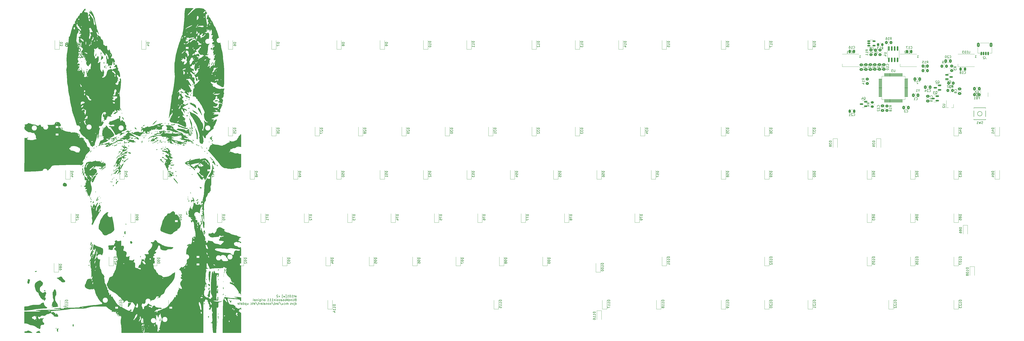
<source format=gbo>
%TF.GenerationSoftware,KiCad,Pcbnew,(6.99.0-5337-gc57e6db79a-dirty)*%
%TF.CreationDate,2023-01-23T18:05:37-05:00*%
%TF.ProjectId,at101w,61743130-3177-42e6-9b69-6361645f7063,rev?*%
%TF.SameCoordinates,Original*%
%TF.FileFunction,Legend,Bot*%
%TF.FilePolarity,Positive*%
%FSLAX46Y46*%
G04 Gerber Fmt 4.6, Leading zero omitted, Abs format (unit mm)*
G04 Created by KiCad (PCBNEW (6.99.0-5337-gc57e6db79a-dirty)) date 2023-01-23 18:05:37*
%MOMM*%
%LPD*%
G01*
G04 APERTURE LIST*
G04 Aperture macros list*
%AMRoundRect*
0 Rectangle with rounded corners*
0 $1 Rounding radius*
0 $2 $3 $4 $5 $6 $7 $8 $9 X,Y pos of 4 corners*
0 Add a 4 corners polygon primitive as box body*
4,1,4,$2,$3,$4,$5,$6,$7,$8,$9,$2,$3,0*
0 Add four circle primitives for the rounded corners*
1,1,$1+$1,$2,$3*
1,1,$1+$1,$4,$5*
1,1,$1+$1,$6,$7*
1,1,$1+$1,$8,$9*
0 Add four rect primitives between the rounded corners*
20,1,$1+$1,$2,$3,$4,$5,0*
20,1,$1+$1,$4,$5,$6,$7,0*
20,1,$1+$1,$6,$7,$8,$9,0*
20,1,$1+$1,$8,$9,$2,$3,0*%
G04 Aperture macros list end*
%ADD10C,0.150000*%
%ADD11C,0.000000*%
%ADD12C,0.300000*%
%ADD13C,0.120000*%
%ADD14C,0.100000*%
%ADD15R,0.650000X1.560000*%
%ADD16R,0.800000X1.900000*%
%ADD17C,2.250000*%
%ADD18C,6.350000*%
%ADD19R,1.200000X0.900000*%
%ADD20RoundRect,0.250000X-0.325000X-0.450000X0.325000X-0.450000X0.325000X0.450000X-0.325000X0.450000X0*%
%ADD21R,1.800000X1.100000*%
%ADD22RoundRect,0.150000X-0.587500X-0.150000X0.587500X-0.150000X0.587500X0.150000X-0.587500X0.150000X0*%
%ADD23RoundRect,0.250000X0.475000X-0.337500X0.475000X0.337500X-0.475000X0.337500X-0.475000X-0.337500X0*%
%ADD24RoundRect,0.250000X0.337500X0.475000X-0.337500X0.475000X-0.337500X-0.475000X0.337500X-0.475000X0*%
%ADD25RoundRect,0.250000X-0.350000X-0.450000X0.350000X-0.450000X0.350000X0.450000X-0.350000X0.450000X0*%
%ADD26R,1.400000X1.200000*%
%ADD27RoundRect,0.250000X0.350000X0.450000X-0.350000X0.450000X-0.350000X-0.450000X0.350000X-0.450000X0*%
%ADD28RoundRect,0.250000X-0.450000X0.350000X-0.450000X-0.350000X0.450000X-0.350000X0.450000X0.350000X0*%
%ADD29RoundRect,0.250000X0.450000X-0.350000X0.450000X0.350000X-0.450000X0.350000X-0.450000X-0.350000X0*%
%ADD30RoundRect,0.250000X-0.262500X-0.450000X0.262500X-0.450000X0.262500X0.450000X-0.262500X0.450000X0*%
%ADD31RoundRect,0.150000X0.587500X0.150000X-0.587500X0.150000X-0.587500X-0.150000X0.587500X-0.150000X0*%
%ADD32RoundRect,0.250000X0.250000X0.475000X-0.250000X0.475000X-0.250000X-0.475000X0.250000X-0.475000X0*%
%ADD33RoundRect,0.150000X-0.150000X0.825000X-0.150000X-0.825000X0.150000X-0.825000X0.150000X0.825000X0*%
%ADD34R,1.500000X1.000000*%
%ADD35O,1.070000X1.800000*%
%ADD36R,1.070000X1.800000*%
%ADD37RoundRect,0.250000X-0.337500X-0.475000X0.337500X-0.475000X0.337500X0.475000X-0.337500X0.475000X0*%
%ADD38RoundRect,0.250000X-0.475000X0.337500X-0.475000X-0.337500X0.475000X-0.337500X0.475000X0.337500X0*%
%ADD39RoundRect,0.075000X0.700000X0.075000X-0.700000X0.075000X-0.700000X-0.075000X0.700000X-0.075000X0*%
%ADD40RoundRect,0.075000X0.075000X0.700000X-0.075000X0.700000X-0.075000X-0.700000X0.075000X-0.700000X0*%
%ADD41RoundRect,0.150000X-0.150000X-0.625000X0.150000X-0.625000X0.150000X0.625000X-0.150000X0.625000X0*%
%ADD42RoundRect,0.250000X-0.350000X-0.650000X0.350000X-0.650000X0.350000X0.650000X-0.350000X0.650000X0*%
%ADD43RoundRect,0.250000X-0.250000X-0.475000X0.250000X-0.475000X0.250000X0.475000X-0.250000X0.475000X0*%
%ADD44RoundRect,0.150000X-0.512500X-0.150000X0.512500X-0.150000X0.512500X0.150000X-0.512500X0.150000X0*%
%ADD45RoundRect,0.250000X-0.450000X0.262500X-0.450000X-0.262500X0.450000X-0.262500X0.450000X0.262500X0*%
G04 APERTURE END LIST*
D10*
X131193333Y-127562380D02*
X131193333Y-127038571D01*
X131193333Y-127038571D02*
X131240952Y-126943333D01*
X131240952Y-126943333D02*
X131336190Y-126895714D01*
X131336190Y-126895714D02*
X131526666Y-126895714D01*
X131526666Y-126895714D02*
X131621904Y-126943333D01*
X131193333Y-127514761D02*
X131288571Y-127562380D01*
X131288571Y-127562380D02*
X131526666Y-127562380D01*
X131526666Y-127562380D02*
X131621904Y-127514761D01*
X131621904Y-127514761D02*
X131669523Y-127419523D01*
X131669523Y-127419523D02*
X131669523Y-127324285D01*
X131669523Y-127324285D02*
X131621904Y-127229047D01*
X131621904Y-127229047D02*
X131526666Y-127181428D01*
X131526666Y-127181428D02*
X131288571Y-127181428D01*
X131288571Y-127181428D02*
X131193333Y-127133809D01*
X130859999Y-126895714D02*
X130479047Y-126895714D01*
X130717142Y-126562380D02*
X130717142Y-127419523D01*
X130717142Y-127419523D02*
X130669523Y-127514761D01*
X130669523Y-127514761D02*
X130574285Y-127562380D01*
X130574285Y-127562380D02*
X130479047Y-127562380D01*
X129621904Y-127562380D02*
X130193332Y-127562380D01*
X129907618Y-127562380D02*
X129907618Y-126562380D01*
X129907618Y-126562380D02*
X130002856Y-126705238D01*
X130002856Y-126705238D02*
X130098094Y-126800476D01*
X130098094Y-126800476D02*
X130193332Y-126848095D01*
X129002856Y-126562380D02*
X128907618Y-126562380D01*
X128907618Y-126562380D02*
X128812380Y-126610000D01*
X128812380Y-126610000D02*
X128764761Y-126657619D01*
X128764761Y-126657619D02*
X128717142Y-126752857D01*
X128717142Y-126752857D02*
X128669523Y-126943333D01*
X128669523Y-126943333D02*
X128669523Y-127181428D01*
X128669523Y-127181428D02*
X128717142Y-127371904D01*
X128717142Y-127371904D02*
X128764761Y-127467142D01*
X128764761Y-127467142D02*
X128812380Y-127514761D01*
X128812380Y-127514761D02*
X128907618Y-127562380D01*
X128907618Y-127562380D02*
X129002856Y-127562380D01*
X129002856Y-127562380D02*
X129098094Y-127514761D01*
X129098094Y-127514761D02*
X129145713Y-127467142D01*
X129145713Y-127467142D02*
X129193332Y-127371904D01*
X129193332Y-127371904D02*
X129240951Y-127181428D01*
X129240951Y-127181428D02*
X129240951Y-126943333D01*
X129240951Y-126943333D02*
X129193332Y-126752857D01*
X129193332Y-126752857D02*
X129145713Y-126657619D01*
X129145713Y-126657619D02*
X129098094Y-126610000D01*
X129098094Y-126610000D02*
X129002856Y-126562380D01*
X127717142Y-127562380D02*
X128288570Y-127562380D01*
X128002856Y-127562380D02*
X128002856Y-126562380D01*
X128002856Y-126562380D02*
X128098094Y-126705238D01*
X128098094Y-126705238D02*
X128193332Y-126800476D01*
X128193332Y-126800476D02*
X128288570Y-126848095D01*
X127002856Y-127895714D02*
X127240951Y-127895714D01*
X127240951Y-127895714D02*
X127240951Y-126467142D01*
X127240951Y-126467142D02*
X127002856Y-126467142D01*
X126717141Y-126895714D02*
X126526665Y-127562380D01*
X126526665Y-127562380D02*
X126336189Y-127086190D01*
X126336189Y-127086190D02*
X126145713Y-127562380D01*
X126145713Y-127562380D02*
X125955237Y-126895714D01*
X125669522Y-127895714D02*
X125431427Y-127895714D01*
X125431427Y-127895714D02*
X125431427Y-126467142D01*
X125431427Y-126467142D02*
X125669522Y-126467142D01*
X124402855Y-126895714D02*
X124164760Y-127562380D01*
X124164760Y-127562380D02*
X123926665Y-126895714D01*
X123593331Y-126657619D02*
X123545712Y-126610000D01*
X123545712Y-126610000D02*
X123450474Y-126562380D01*
X123450474Y-126562380D02*
X123212379Y-126562380D01*
X123212379Y-126562380D02*
X123117141Y-126610000D01*
X123117141Y-126610000D02*
X123069522Y-126657619D01*
X123069522Y-126657619D02*
X123021903Y-126752857D01*
X123021903Y-126752857D02*
X123021903Y-126848095D01*
X123021903Y-126848095D02*
X123069522Y-126990952D01*
X123069522Y-126990952D02*
X123640950Y-127562380D01*
X123640950Y-127562380D02*
X123021903Y-127562380D01*
X131288571Y-128658571D02*
X131145714Y-128706190D01*
X131145714Y-128706190D02*
X131098095Y-128753809D01*
X131098095Y-128753809D02*
X131050476Y-128849047D01*
X131050476Y-128849047D02*
X131050476Y-128991904D01*
X131050476Y-128991904D02*
X131098095Y-129087142D01*
X131098095Y-129087142D02*
X131145714Y-129134761D01*
X131145714Y-129134761D02*
X131240952Y-129182380D01*
X131240952Y-129182380D02*
X131621904Y-129182380D01*
X131621904Y-129182380D02*
X131621904Y-128182380D01*
X131621904Y-128182380D02*
X131288571Y-128182380D01*
X131288571Y-128182380D02*
X131193333Y-128230000D01*
X131193333Y-128230000D02*
X131145714Y-128277619D01*
X131145714Y-128277619D02*
X131098095Y-128372857D01*
X131098095Y-128372857D02*
X131098095Y-128468095D01*
X131098095Y-128468095D02*
X131145714Y-128563333D01*
X131145714Y-128563333D02*
X131193333Y-128610952D01*
X131193333Y-128610952D02*
X131288571Y-128658571D01*
X131288571Y-128658571D02*
X131621904Y-128658571D01*
X130479047Y-129182380D02*
X130574285Y-129134761D01*
X130574285Y-129134761D02*
X130621904Y-129039523D01*
X130621904Y-129039523D02*
X130621904Y-128182380D01*
X130098094Y-129182380D02*
X130098094Y-128515714D01*
X130098094Y-128182380D02*
X130145713Y-128230000D01*
X130145713Y-128230000D02*
X130098094Y-128277619D01*
X130098094Y-128277619D02*
X130050475Y-128230000D01*
X130050475Y-128230000D02*
X130098094Y-128182380D01*
X130098094Y-128182380D02*
X130098094Y-128277619D01*
X129621904Y-128515714D02*
X129621904Y-129182380D01*
X129621904Y-128610952D02*
X129574285Y-128563333D01*
X129574285Y-128563333D02*
X129479047Y-128515714D01*
X129479047Y-128515714D02*
X129336190Y-128515714D01*
X129336190Y-128515714D02*
X129240952Y-128563333D01*
X129240952Y-128563333D02*
X129193333Y-128658571D01*
X129193333Y-128658571D02*
X129193333Y-129182380D01*
X128288571Y-129182380D02*
X128288571Y-128182380D01*
X128288571Y-129134761D02*
X128383809Y-129182380D01*
X128383809Y-129182380D02*
X128574285Y-129182380D01*
X128574285Y-129182380D02*
X128669523Y-129134761D01*
X128669523Y-129134761D02*
X128717142Y-129087142D01*
X128717142Y-129087142D02*
X128764761Y-128991904D01*
X128764761Y-128991904D02*
X128764761Y-128706190D01*
X128764761Y-128706190D02*
X128717142Y-128610952D01*
X128717142Y-128610952D02*
X128669523Y-128563333D01*
X128669523Y-128563333D02*
X128574285Y-128515714D01*
X128574285Y-128515714D02*
X128383809Y-128515714D01*
X128383809Y-128515714D02*
X128288571Y-128563333D01*
X127859999Y-128896666D02*
X127383809Y-128896666D01*
X127955237Y-129182380D02*
X127621904Y-128182380D01*
X127621904Y-128182380D02*
X127288571Y-129182380D01*
X127002856Y-129134761D02*
X126907618Y-129182380D01*
X126907618Y-129182380D02*
X126717142Y-129182380D01*
X126717142Y-129182380D02*
X126621904Y-129134761D01*
X126621904Y-129134761D02*
X126574285Y-129039523D01*
X126574285Y-129039523D02*
X126574285Y-128991904D01*
X126574285Y-128991904D02*
X126621904Y-128896666D01*
X126621904Y-128896666D02*
X126717142Y-128849047D01*
X126717142Y-128849047D02*
X126859999Y-128849047D01*
X126859999Y-128849047D02*
X126955237Y-128801428D01*
X126955237Y-128801428D02*
X127002856Y-128706190D01*
X127002856Y-128706190D02*
X127002856Y-128658571D01*
X127002856Y-128658571D02*
X126955237Y-128563333D01*
X126955237Y-128563333D02*
X126859999Y-128515714D01*
X126859999Y-128515714D02*
X126717142Y-128515714D01*
X126717142Y-128515714D02*
X126621904Y-128563333D01*
X126193332Y-129134761D02*
X126098094Y-129182380D01*
X126098094Y-129182380D02*
X125907618Y-129182380D01*
X125907618Y-129182380D02*
X125812380Y-129134761D01*
X125812380Y-129134761D02*
X125764761Y-129039523D01*
X125764761Y-129039523D02*
X125764761Y-128991904D01*
X125764761Y-128991904D02*
X125812380Y-128896666D01*
X125812380Y-128896666D02*
X125907618Y-128849047D01*
X125907618Y-128849047D02*
X126050475Y-128849047D01*
X126050475Y-128849047D02*
X126145713Y-128801428D01*
X126145713Y-128801428D02*
X126193332Y-128706190D01*
X126193332Y-128706190D02*
X126193332Y-128658571D01*
X126193332Y-128658571D02*
X126145713Y-128563333D01*
X126145713Y-128563333D02*
X126050475Y-128515714D01*
X126050475Y-128515714D02*
X125907618Y-128515714D01*
X125907618Y-128515714D02*
X125812380Y-128563333D01*
X124907618Y-129182380D02*
X124907618Y-128658571D01*
X124907618Y-128658571D02*
X124955237Y-128563333D01*
X124955237Y-128563333D02*
X125050475Y-128515714D01*
X125050475Y-128515714D02*
X125240951Y-128515714D01*
X125240951Y-128515714D02*
X125336189Y-128563333D01*
X124907618Y-129134761D02*
X125002856Y-129182380D01*
X125002856Y-129182380D02*
X125240951Y-129182380D01*
X125240951Y-129182380D02*
X125336189Y-129134761D01*
X125336189Y-129134761D02*
X125383808Y-129039523D01*
X125383808Y-129039523D02*
X125383808Y-128944285D01*
X125383808Y-128944285D02*
X125336189Y-128849047D01*
X125336189Y-128849047D02*
X125240951Y-128801428D01*
X125240951Y-128801428D02*
X125002856Y-128801428D01*
X125002856Y-128801428D02*
X124907618Y-128753809D01*
X124479046Y-129134761D02*
X124383808Y-129182380D01*
X124383808Y-129182380D02*
X124193332Y-129182380D01*
X124193332Y-129182380D02*
X124098094Y-129134761D01*
X124098094Y-129134761D02*
X124050475Y-129039523D01*
X124050475Y-129039523D02*
X124050475Y-128991904D01*
X124050475Y-128991904D02*
X124098094Y-128896666D01*
X124098094Y-128896666D02*
X124193332Y-128849047D01*
X124193332Y-128849047D02*
X124336189Y-128849047D01*
X124336189Y-128849047D02*
X124431427Y-128801428D01*
X124431427Y-128801428D02*
X124479046Y-128706190D01*
X124479046Y-128706190D02*
X124479046Y-128658571D01*
X124479046Y-128658571D02*
X124431427Y-128563333D01*
X124431427Y-128563333D02*
X124336189Y-128515714D01*
X124336189Y-128515714D02*
X124193332Y-128515714D01*
X124193332Y-128515714D02*
X124098094Y-128563333D01*
X123669522Y-129134761D02*
X123574284Y-129182380D01*
X123574284Y-129182380D02*
X123383808Y-129182380D01*
X123383808Y-129182380D02*
X123288570Y-129134761D01*
X123288570Y-129134761D02*
X123240951Y-129039523D01*
X123240951Y-129039523D02*
X123240951Y-128991904D01*
X123240951Y-128991904D02*
X123288570Y-128896666D01*
X123288570Y-128896666D02*
X123383808Y-128849047D01*
X123383808Y-128849047D02*
X123526665Y-128849047D01*
X123526665Y-128849047D02*
X123621903Y-128801428D01*
X123621903Y-128801428D02*
X123669522Y-128706190D01*
X123669522Y-128706190D02*
X123669522Y-128658571D01*
X123669522Y-128658571D02*
X123621903Y-128563333D01*
X123621903Y-128563333D02*
X123526665Y-128515714D01*
X123526665Y-128515714D02*
X123383808Y-128515714D01*
X123383808Y-128515714D02*
X123288570Y-128563333D01*
X122812379Y-129182380D02*
X122812379Y-128515714D01*
X122812379Y-128182380D02*
X122859998Y-128230000D01*
X122859998Y-128230000D02*
X122812379Y-128277619D01*
X122812379Y-128277619D02*
X122764760Y-128230000D01*
X122764760Y-128230000D02*
X122812379Y-128182380D01*
X122812379Y-128182380D02*
X122812379Y-128277619D01*
X122336189Y-128515714D02*
X122336189Y-129182380D01*
X122336189Y-128610952D02*
X122288570Y-128563333D01*
X122288570Y-128563333D02*
X122193332Y-128515714D01*
X122193332Y-128515714D02*
X122050475Y-128515714D01*
X122050475Y-128515714D02*
X121955237Y-128563333D01*
X121955237Y-128563333D02*
X121907618Y-128658571D01*
X121907618Y-128658571D02*
X121907618Y-129182380D01*
X120907618Y-129182380D02*
X121479046Y-129182380D01*
X121193332Y-129182380D02*
X121193332Y-128182380D01*
X121193332Y-128182380D02*
X121288570Y-128325238D01*
X121288570Y-128325238D02*
X121383808Y-128420476D01*
X121383808Y-128420476D02*
X121479046Y-128468095D01*
X119955237Y-129182380D02*
X120526665Y-129182380D01*
X120240951Y-129182380D02*
X120240951Y-128182380D01*
X120240951Y-128182380D02*
X120336189Y-128325238D01*
X120336189Y-128325238D02*
X120431427Y-128420476D01*
X120431427Y-128420476D02*
X120526665Y-128468095D01*
X119002856Y-129182380D02*
X119574284Y-129182380D01*
X119288570Y-129182380D02*
X119288570Y-128182380D01*
X119288570Y-128182380D02*
X119383808Y-128325238D01*
X119383808Y-128325238D02*
X119479046Y-128420476D01*
X119479046Y-128420476D02*
X119574284Y-128468095D01*
X117831427Y-129182380D02*
X117926665Y-129134761D01*
X117926665Y-129134761D02*
X117974284Y-129087142D01*
X117974284Y-129087142D02*
X118021903Y-128991904D01*
X118021903Y-128991904D02*
X118021903Y-128706190D01*
X118021903Y-128706190D02*
X117974284Y-128610952D01*
X117974284Y-128610952D02*
X117926665Y-128563333D01*
X117926665Y-128563333D02*
X117831427Y-128515714D01*
X117831427Y-128515714D02*
X117688570Y-128515714D01*
X117688570Y-128515714D02*
X117593332Y-128563333D01*
X117593332Y-128563333D02*
X117545713Y-128610952D01*
X117545713Y-128610952D02*
X117498094Y-128706190D01*
X117498094Y-128706190D02*
X117498094Y-128991904D01*
X117498094Y-128991904D02*
X117545713Y-129087142D01*
X117545713Y-129087142D02*
X117593332Y-129134761D01*
X117593332Y-129134761D02*
X117688570Y-129182380D01*
X117688570Y-129182380D02*
X117831427Y-129182380D01*
X117069522Y-129182380D02*
X117069522Y-128515714D01*
X117069522Y-128706190D02*
X117021903Y-128610952D01*
X117021903Y-128610952D02*
X116974284Y-128563333D01*
X116974284Y-128563333D02*
X116879046Y-128515714D01*
X116879046Y-128515714D02*
X116783808Y-128515714D01*
X116450474Y-129182380D02*
X116450474Y-128515714D01*
X116450474Y-128182380D02*
X116498093Y-128230000D01*
X116498093Y-128230000D02*
X116450474Y-128277619D01*
X116450474Y-128277619D02*
X116402855Y-128230000D01*
X116402855Y-128230000D02*
X116450474Y-128182380D01*
X116450474Y-128182380D02*
X116450474Y-128277619D01*
X115545713Y-128515714D02*
X115545713Y-129325238D01*
X115545713Y-129325238D02*
X115593332Y-129420476D01*
X115593332Y-129420476D02*
X115640951Y-129468095D01*
X115640951Y-129468095D02*
X115736189Y-129515714D01*
X115736189Y-129515714D02*
X115879046Y-129515714D01*
X115879046Y-129515714D02*
X115974284Y-129468095D01*
X115545713Y-129134761D02*
X115640951Y-129182380D01*
X115640951Y-129182380D02*
X115831427Y-129182380D01*
X115831427Y-129182380D02*
X115926665Y-129134761D01*
X115926665Y-129134761D02*
X115974284Y-129087142D01*
X115974284Y-129087142D02*
X116021903Y-128991904D01*
X116021903Y-128991904D02*
X116021903Y-128706190D01*
X116021903Y-128706190D02*
X115974284Y-128610952D01*
X115974284Y-128610952D02*
X115926665Y-128563333D01*
X115926665Y-128563333D02*
X115831427Y-128515714D01*
X115831427Y-128515714D02*
X115640951Y-128515714D01*
X115640951Y-128515714D02*
X115545713Y-128563333D01*
X115069522Y-129182380D02*
X115069522Y-128515714D01*
X115069522Y-128182380D02*
X115117141Y-128230000D01*
X115117141Y-128230000D02*
X115069522Y-128277619D01*
X115069522Y-128277619D02*
X115021903Y-128230000D01*
X115021903Y-128230000D02*
X115069522Y-128182380D01*
X115069522Y-128182380D02*
X115069522Y-128277619D01*
X114593332Y-128515714D02*
X114593332Y-129182380D01*
X114593332Y-128610952D02*
X114545713Y-128563333D01*
X114545713Y-128563333D02*
X114450475Y-128515714D01*
X114450475Y-128515714D02*
X114307618Y-128515714D01*
X114307618Y-128515714D02*
X114212380Y-128563333D01*
X114212380Y-128563333D02*
X114164761Y-128658571D01*
X114164761Y-128658571D02*
X114164761Y-129182380D01*
X113259999Y-129182380D02*
X113259999Y-128658571D01*
X113259999Y-128658571D02*
X113307618Y-128563333D01*
X113307618Y-128563333D02*
X113402856Y-128515714D01*
X113402856Y-128515714D02*
X113593332Y-128515714D01*
X113593332Y-128515714D02*
X113688570Y-128563333D01*
X113259999Y-129134761D02*
X113355237Y-129182380D01*
X113355237Y-129182380D02*
X113593332Y-129182380D01*
X113593332Y-129182380D02*
X113688570Y-129134761D01*
X113688570Y-129134761D02*
X113736189Y-129039523D01*
X113736189Y-129039523D02*
X113736189Y-128944285D01*
X113736189Y-128944285D02*
X113688570Y-128849047D01*
X113688570Y-128849047D02*
X113593332Y-128801428D01*
X113593332Y-128801428D02*
X113355237Y-128801428D01*
X113355237Y-128801428D02*
X113259999Y-128753809D01*
X112640951Y-129182380D02*
X112736189Y-129134761D01*
X112736189Y-129134761D02*
X112783808Y-129039523D01*
X112783808Y-129039523D02*
X112783808Y-128182380D01*
X131193333Y-130802380D02*
X131193333Y-129802380D01*
X131193333Y-130754761D02*
X131288571Y-130802380D01*
X131288571Y-130802380D02*
X131479047Y-130802380D01*
X131479047Y-130802380D02*
X131574285Y-130754761D01*
X131574285Y-130754761D02*
X131621904Y-130707142D01*
X131621904Y-130707142D02*
X131669523Y-130611904D01*
X131669523Y-130611904D02*
X131669523Y-130326190D01*
X131669523Y-130326190D02*
X131621904Y-130230952D01*
X131621904Y-130230952D02*
X131574285Y-130183333D01*
X131574285Y-130183333D02*
X131479047Y-130135714D01*
X131479047Y-130135714D02*
X131288571Y-130135714D01*
X131288571Y-130135714D02*
X131193333Y-130183333D01*
X130717142Y-130135714D02*
X130717142Y-130992857D01*
X130717142Y-130992857D02*
X130764761Y-131088095D01*
X130764761Y-131088095D02*
X130859999Y-131135714D01*
X130859999Y-131135714D02*
X130907618Y-131135714D01*
X130717142Y-129802380D02*
X130764761Y-129850000D01*
X130764761Y-129850000D02*
X130717142Y-129897619D01*
X130717142Y-129897619D02*
X130669523Y-129850000D01*
X130669523Y-129850000D02*
X130717142Y-129802380D01*
X130717142Y-129802380D02*
X130717142Y-129897619D01*
X130336190Y-130135714D02*
X130098095Y-130802380D01*
X130098095Y-130802380D02*
X129860000Y-130135714D01*
X129526666Y-130754761D02*
X129431428Y-130802380D01*
X129431428Y-130802380D02*
X129240952Y-130802380D01*
X129240952Y-130802380D02*
X129145714Y-130754761D01*
X129145714Y-130754761D02*
X129098095Y-130659523D01*
X129098095Y-130659523D02*
X129098095Y-130611904D01*
X129098095Y-130611904D02*
X129145714Y-130516666D01*
X129145714Y-130516666D02*
X129240952Y-130469047D01*
X129240952Y-130469047D02*
X129383809Y-130469047D01*
X129383809Y-130469047D02*
X129479047Y-130421428D01*
X129479047Y-130421428D02*
X129526666Y-130326190D01*
X129526666Y-130326190D02*
X129526666Y-130278571D01*
X129526666Y-130278571D02*
X129479047Y-130183333D01*
X129479047Y-130183333D02*
X129383809Y-130135714D01*
X129383809Y-130135714D02*
X129240952Y-130135714D01*
X129240952Y-130135714D02*
X129145714Y-130183333D01*
X128069523Y-130802380D02*
X128069523Y-130135714D01*
X128069523Y-130230952D02*
X128021904Y-130183333D01*
X128021904Y-130183333D02*
X127926666Y-130135714D01*
X127926666Y-130135714D02*
X127783809Y-130135714D01*
X127783809Y-130135714D02*
X127688571Y-130183333D01*
X127688571Y-130183333D02*
X127640952Y-130278571D01*
X127640952Y-130278571D02*
X127640952Y-130802380D01*
X127640952Y-130278571D02*
X127593333Y-130183333D01*
X127593333Y-130183333D02*
X127498095Y-130135714D01*
X127498095Y-130135714D02*
X127355238Y-130135714D01*
X127355238Y-130135714D02*
X127259999Y-130183333D01*
X127259999Y-130183333D02*
X127212380Y-130278571D01*
X127212380Y-130278571D02*
X127212380Y-130802380D01*
X126307619Y-130754761D02*
X126402857Y-130802380D01*
X126402857Y-130802380D02*
X126593333Y-130802380D01*
X126593333Y-130802380D02*
X126688571Y-130754761D01*
X126688571Y-130754761D02*
X126736190Y-130707142D01*
X126736190Y-130707142D02*
X126783809Y-130611904D01*
X126783809Y-130611904D02*
X126783809Y-130326190D01*
X126783809Y-130326190D02*
X126736190Y-130230952D01*
X126736190Y-130230952D02*
X126688571Y-130183333D01*
X126688571Y-130183333D02*
X126593333Y-130135714D01*
X126593333Y-130135714D02*
X126402857Y-130135714D01*
X126402857Y-130135714D02*
X126307619Y-130183333D01*
X125450476Y-130135714D02*
X125450476Y-130802380D01*
X125879047Y-130135714D02*
X125879047Y-130659523D01*
X125879047Y-130659523D02*
X125831428Y-130754761D01*
X125831428Y-130754761D02*
X125736190Y-130802380D01*
X125736190Y-130802380D02*
X125593333Y-130802380D01*
X125593333Y-130802380D02*
X125498095Y-130754761D01*
X125498095Y-130754761D02*
X125450476Y-130707142D01*
X124260000Y-129754761D02*
X125117142Y-131040476D01*
X123783809Y-130802380D02*
X123879047Y-130754761D01*
X123879047Y-130754761D02*
X123926666Y-130659523D01*
X123926666Y-130659523D02*
X123926666Y-129802380D01*
X123021904Y-130754761D02*
X123117142Y-130802380D01*
X123117142Y-130802380D02*
X123307618Y-130802380D01*
X123307618Y-130802380D02*
X123402856Y-130754761D01*
X123402856Y-130754761D02*
X123450475Y-130659523D01*
X123450475Y-130659523D02*
X123450475Y-130278571D01*
X123450475Y-130278571D02*
X123402856Y-130183333D01*
X123402856Y-130183333D02*
X123307618Y-130135714D01*
X123307618Y-130135714D02*
X123117142Y-130135714D01*
X123117142Y-130135714D02*
X123021904Y-130183333D01*
X123021904Y-130183333D02*
X122974285Y-130278571D01*
X122974285Y-130278571D02*
X122974285Y-130373809D01*
X122974285Y-130373809D02*
X123450475Y-130469047D01*
X122117142Y-130802380D02*
X122117142Y-129802380D01*
X122117142Y-130754761D02*
X122212380Y-130802380D01*
X122212380Y-130802380D02*
X122402856Y-130802380D01*
X122402856Y-130802380D02*
X122498094Y-130754761D01*
X122498094Y-130754761D02*
X122545713Y-130707142D01*
X122545713Y-130707142D02*
X122593332Y-130611904D01*
X122593332Y-130611904D02*
X122593332Y-130326190D01*
X122593332Y-130326190D02*
X122545713Y-130230952D01*
X122545713Y-130230952D02*
X122498094Y-130183333D01*
X122498094Y-130183333D02*
X122402856Y-130135714D01*
X122402856Y-130135714D02*
X122212380Y-130135714D01*
X122212380Y-130135714D02*
X122117142Y-130183333D01*
X120926666Y-129754761D02*
X121783808Y-131040476D01*
X120640951Y-130754761D02*
X120545713Y-130802380D01*
X120545713Y-130802380D02*
X120355237Y-130802380D01*
X120355237Y-130802380D02*
X120259999Y-130754761D01*
X120259999Y-130754761D02*
X120212380Y-130659523D01*
X120212380Y-130659523D02*
X120212380Y-130611904D01*
X120212380Y-130611904D02*
X120259999Y-130516666D01*
X120259999Y-130516666D02*
X120355237Y-130469047D01*
X120355237Y-130469047D02*
X120498094Y-130469047D01*
X120498094Y-130469047D02*
X120593332Y-130421428D01*
X120593332Y-130421428D02*
X120640951Y-130326190D01*
X120640951Y-130326190D02*
X120640951Y-130278571D01*
X120640951Y-130278571D02*
X120593332Y-130183333D01*
X120593332Y-130183333D02*
X120498094Y-130135714D01*
X120498094Y-130135714D02*
X120355237Y-130135714D01*
X120355237Y-130135714D02*
X120259999Y-130183333D01*
X119640951Y-130802380D02*
X119736189Y-130754761D01*
X119736189Y-130754761D02*
X119783808Y-130707142D01*
X119783808Y-130707142D02*
X119831427Y-130611904D01*
X119831427Y-130611904D02*
X119831427Y-130326190D01*
X119831427Y-130326190D02*
X119783808Y-130230952D01*
X119783808Y-130230952D02*
X119736189Y-130183333D01*
X119736189Y-130183333D02*
X119640951Y-130135714D01*
X119640951Y-130135714D02*
X119498094Y-130135714D01*
X119498094Y-130135714D02*
X119402856Y-130183333D01*
X119402856Y-130183333D02*
X119355237Y-130230952D01*
X119355237Y-130230952D02*
X119307618Y-130326190D01*
X119307618Y-130326190D02*
X119307618Y-130611904D01*
X119307618Y-130611904D02*
X119355237Y-130707142D01*
X119355237Y-130707142D02*
X119402856Y-130754761D01*
X119402856Y-130754761D02*
X119498094Y-130802380D01*
X119498094Y-130802380D02*
X119640951Y-130802380D01*
X118879046Y-130135714D02*
X118879046Y-130802380D01*
X118879046Y-130230952D02*
X118831427Y-130183333D01*
X118831427Y-130183333D02*
X118736189Y-130135714D01*
X118736189Y-130135714D02*
X118593332Y-130135714D01*
X118593332Y-130135714D02*
X118498094Y-130183333D01*
X118498094Y-130183333D02*
X118450475Y-130278571D01*
X118450475Y-130278571D02*
X118450475Y-130802380D01*
X117545713Y-130802380D02*
X117545713Y-130278571D01*
X117545713Y-130278571D02*
X117593332Y-130183333D01*
X117593332Y-130183333D02*
X117688570Y-130135714D01*
X117688570Y-130135714D02*
X117879046Y-130135714D01*
X117879046Y-130135714D02*
X117974284Y-130183333D01*
X117545713Y-130754761D02*
X117640951Y-130802380D01*
X117640951Y-130802380D02*
X117879046Y-130802380D01*
X117879046Y-130802380D02*
X117974284Y-130754761D01*
X117974284Y-130754761D02*
X118021903Y-130659523D01*
X118021903Y-130659523D02*
X118021903Y-130564285D01*
X118021903Y-130564285D02*
X117974284Y-130469047D01*
X117974284Y-130469047D02*
X117879046Y-130421428D01*
X117879046Y-130421428D02*
X117640951Y-130421428D01*
X117640951Y-130421428D02*
X117545713Y-130373809D01*
X116926665Y-130802380D02*
X117021903Y-130754761D01*
X117021903Y-130754761D02*
X117069522Y-130659523D01*
X117069522Y-130659523D02*
X117069522Y-129802380D01*
X116164760Y-130754761D02*
X116259998Y-130802380D01*
X116259998Y-130802380D02*
X116450474Y-130802380D01*
X116450474Y-130802380D02*
X116545712Y-130754761D01*
X116545712Y-130754761D02*
X116593331Y-130659523D01*
X116593331Y-130659523D02*
X116593331Y-130278571D01*
X116593331Y-130278571D02*
X116545712Y-130183333D01*
X116545712Y-130183333D02*
X116450474Y-130135714D01*
X116450474Y-130135714D02*
X116259998Y-130135714D01*
X116259998Y-130135714D02*
X116164760Y-130183333D01*
X116164760Y-130183333D02*
X116117141Y-130278571D01*
X116117141Y-130278571D02*
X116117141Y-130373809D01*
X116117141Y-130373809D02*
X116593331Y-130469047D01*
X115688569Y-130802380D02*
X115688569Y-130135714D01*
X115688569Y-130326190D02*
X115640950Y-130230952D01*
X115640950Y-130230952D02*
X115593331Y-130183333D01*
X115593331Y-130183333D02*
X115498093Y-130135714D01*
X115498093Y-130135714D02*
X115402855Y-130135714D01*
X115212378Y-130135714D02*
X114831426Y-130135714D01*
X115069521Y-129802380D02*
X115069521Y-130659523D01*
X115069521Y-130659523D02*
X115021902Y-130754761D01*
X115021902Y-130754761D02*
X114926664Y-130802380D01*
X114926664Y-130802380D02*
X114831426Y-130802380D01*
X113783807Y-129754761D02*
X114640949Y-131040476D01*
X113069521Y-130754761D02*
X113164759Y-130802380D01*
X113164759Y-130802380D02*
X113355235Y-130802380D01*
X113355235Y-130802380D02*
X113450473Y-130754761D01*
X113450473Y-130754761D02*
X113498092Y-130659523D01*
X113498092Y-130659523D02*
X113498092Y-130278571D01*
X113498092Y-130278571D02*
X113450473Y-130183333D01*
X113450473Y-130183333D02*
X113355235Y-130135714D01*
X113355235Y-130135714D02*
X113164759Y-130135714D01*
X113164759Y-130135714D02*
X113069521Y-130183333D01*
X113069521Y-130183333D02*
X113021902Y-130278571D01*
X113021902Y-130278571D02*
X113021902Y-130373809D01*
X113021902Y-130373809D02*
X113498092Y-130469047D01*
X112736187Y-130135714D02*
X112355235Y-130135714D01*
X112593330Y-129802380D02*
X112593330Y-130659523D01*
X112593330Y-130659523D02*
X112545711Y-130754761D01*
X112545711Y-130754761D02*
X112450473Y-130802380D01*
X112450473Y-130802380D02*
X112355235Y-130802380D01*
X111593330Y-130754761D02*
X111688568Y-130802380D01*
X111688568Y-130802380D02*
X111879044Y-130802380D01*
X111879044Y-130802380D02*
X111974282Y-130754761D01*
X111974282Y-130754761D02*
X112021901Y-130707142D01*
X112021901Y-130707142D02*
X112069520Y-130611904D01*
X112069520Y-130611904D02*
X112069520Y-130326190D01*
X112069520Y-130326190D02*
X112021901Y-130230952D01*
X112021901Y-130230952D02*
X111974282Y-130183333D01*
X111974282Y-130183333D02*
X111879044Y-130135714D01*
X111879044Y-130135714D02*
X111688568Y-130135714D01*
X111688568Y-130135714D02*
X111593330Y-130183333D01*
X110136187Y-130135714D02*
X110136187Y-130802380D01*
X110564758Y-130135714D02*
X110564758Y-130659523D01*
X110564758Y-130659523D02*
X110517139Y-130754761D01*
X110517139Y-130754761D02*
X110421901Y-130802380D01*
X110421901Y-130802380D02*
X110279044Y-130802380D01*
X110279044Y-130802380D02*
X110183806Y-130754761D01*
X110183806Y-130754761D02*
X110136187Y-130707142D01*
X109659996Y-130135714D02*
X109659996Y-131135714D01*
X109659996Y-130183333D02*
X109564758Y-130135714D01*
X109564758Y-130135714D02*
X109374282Y-130135714D01*
X109374282Y-130135714D02*
X109279044Y-130183333D01*
X109279044Y-130183333D02*
X109231425Y-130230952D01*
X109231425Y-130230952D02*
X109183806Y-130326190D01*
X109183806Y-130326190D02*
X109183806Y-130611904D01*
X109183806Y-130611904D02*
X109231425Y-130707142D01*
X109231425Y-130707142D02*
X109279044Y-130754761D01*
X109279044Y-130754761D02*
X109374282Y-130802380D01*
X109374282Y-130802380D02*
X109564758Y-130802380D01*
X109564758Y-130802380D02*
X109659996Y-130754761D01*
X108326663Y-130802380D02*
X108326663Y-129802380D01*
X108326663Y-130754761D02*
X108421901Y-130802380D01*
X108421901Y-130802380D02*
X108612377Y-130802380D01*
X108612377Y-130802380D02*
X108707615Y-130754761D01*
X108707615Y-130754761D02*
X108755234Y-130707142D01*
X108755234Y-130707142D02*
X108802853Y-130611904D01*
X108802853Y-130611904D02*
X108802853Y-130326190D01*
X108802853Y-130326190D02*
X108755234Y-130230952D01*
X108755234Y-130230952D02*
X108707615Y-130183333D01*
X108707615Y-130183333D02*
X108612377Y-130135714D01*
X108612377Y-130135714D02*
X108421901Y-130135714D01*
X108421901Y-130135714D02*
X108326663Y-130183333D01*
X107421901Y-130802380D02*
X107421901Y-130278571D01*
X107421901Y-130278571D02*
X107469520Y-130183333D01*
X107469520Y-130183333D02*
X107564758Y-130135714D01*
X107564758Y-130135714D02*
X107755234Y-130135714D01*
X107755234Y-130135714D02*
X107850472Y-130183333D01*
X107421901Y-130754761D02*
X107517139Y-130802380D01*
X107517139Y-130802380D02*
X107755234Y-130802380D01*
X107755234Y-130802380D02*
X107850472Y-130754761D01*
X107850472Y-130754761D02*
X107898091Y-130659523D01*
X107898091Y-130659523D02*
X107898091Y-130564285D01*
X107898091Y-130564285D02*
X107850472Y-130469047D01*
X107850472Y-130469047D02*
X107755234Y-130421428D01*
X107755234Y-130421428D02*
X107517139Y-130421428D01*
X107517139Y-130421428D02*
X107421901Y-130373809D01*
X107088567Y-130135714D02*
X106707615Y-130135714D01*
X106945710Y-129802380D02*
X106945710Y-130659523D01*
X106945710Y-130659523D02*
X106898091Y-130754761D01*
X106898091Y-130754761D02*
X106802853Y-130802380D01*
X106802853Y-130802380D02*
X106707615Y-130802380D01*
X105993329Y-130754761D02*
X106088567Y-130802380D01*
X106088567Y-130802380D02*
X106279043Y-130802380D01*
X106279043Y-130802380D02*
X106374281Y-130754761D01*
X106374281Y-130754761D02*
X106421900Y-130659523D01*
X106421900Y-130659523D02*
X106421900Y-130278571D01*
X106421900Y-130278571D02*
X106374281Y-130183333D01*
X106374281Y-130183333D02*
X106279043Y-130135714D01*
X106279043Y-130135714D02*
X106088567Y-130135714D01*
X106088567Y-130135714D02*
X105993329Y-130183333D01*
X105993329Y-130183333D02*
X105945710Y-130278571D01*
X105945710Y-130278571D02*
X105945710Y-130373809D01*
X105945710Y-130373809D02*
X106421900Y-130469047D01*
D11*
G36*
X52773438Y-70890970D02*
G01*
X52791975Y-70893820D01*
X52810111Y-70899471D01*
X52827909Y-70907887D01*
X52845432Y-70919028D01*
X52862743Y-70932857D01*
X52879905Y-70949335D01*
X52896983Y-70968424D01*
X52931135Y-71014282D01*
X52965707Y-71070122D01*
X52976689Y-71089749D01*
X52986085Y-71107671D01*
X52993900Y-71123846D01*
X53000142Y-71138230D01*
X53004814Y-71150780D01*
X53007924Y-71161451D01*
X53008895Y-71166068D01*
X53009477Y-71170200D01*
X53009672Y-71173840D01*
X53009479Y-71176983D01*
X53008901Y-71179624D01*
X53007936Y-71181757D01*
X53006587Y-71183376D01*
X53004853Y-71184478D01*
X53002737Y-71185055D01*
X53000237Y-71185102D01*
X52997356Y-71184614D01*
X52994093Y-71183586D01*
X52990450Y-71182012D01*
X52986427Y-71179887D01*
X52977244Y-71173959D01*
X52966552Y-71165761D01*
X52954354Y-71155248D01*
X52947213Y-71150210D01*
X52938766Y-71146763D01*
X52929055Y-71144875D01*
X52918122Y-71144517D01*
X52906010Y-71145657D01*
X52892763Y-71148267D01*
X52878422Y-71152313D01*
X52863030Y-71157768D01*
X52846629Y-71164598D01*
X52829264Y-71172776D01*
X52791806Y-71193047D01*
X52750997Y-71218336D01*
X52707179Y-71248401D01*
X52660691Y-71282995D01*
X52611876Y-71321876D01*
X52561074Y-71364799D01*
X52508626Y-71411520D01*
X52454873Y-71461794D01*
X52400157Y-71515377D01*
X52344817Y-71572026D01*
X52289196Y-71631496D01*
X51749580Y-72221059D01*
X52179360Y-71546370D01*
X52179365Y-71546370D01*
X52260802Y-71420269D01*
X52335571Y-71308443D01*
X52404179Y-71210586D01*
X52467131Y-71126391D01*
X52524935Y-71055552D01*
X52578096Y-70997762D01*
X52603094Y-70973664D01*
X52627121Y-70952714D01*
X52650240Y-70934873D01*
X52672515Y-70920103D01*
X52694009Y-70908365D01*
X52714785Y-70899621D01*
X52734906Y-70893833D01*
X52754436Y-70890962D01*
X52773438Y-70890970D01*
G37*
G36*
X54607948Y-63253689D02*
G01*
X54612950Y-63256629D01*
X54616884Y-63261390D01*
X54619802Y-63267975D01*
X54621753Y-63276385D01*
X54622788Y-63286622D01*
X54622958Y-63298687D01*
X54622314Y-63312582D01*
X54618783Y-63345867D01*
X54612599Y-63386491D01*
X54593894Y-63489803D01*
X54589843Y-63509150D01*
X54585033Y-63528007D01*
X54579466Y-63546372D01*
X54573144Y-63564245D01*
X54566070Y-63581623D01*
X54558247Y-63598504D01*
X54549675Y-63614888D01*
X54540359Y-63630771D01*
X54530300Y-63646153D01*
X54519499Y-63661031D01*
X54507961Y-63675404D01*
X54495687Y-63689271D01*
X54482679Y-63702629D01*
X54468939Y-63715477D01*
X54454471Y-63727812D01*
X54439276Y-63739635D01*
X54423356Y-63750941D01*
X54406714Y-63761731D01*
X54389352Y-63772002D01*
X54371273Y-63781753D01*
X54352479Y-63790981D01*
X54332971Y-63799685D01*
X54312753Y-63807864D01*
X54291827Y-63815515D01*
X54270194Y-63822637D01*
X54247858Y-63829229D01*
X54224821Y-63835288D01*
X54201084Y-63840812D01*
X54151523Y-63850252D01*
X54099194Y-63857534D01*
X54054860Y-63861869D01*
X54011770Y-63864558D01*
X53970146Y-63865651D01*
X53930211Y-63865201D01*
X53892189Y-63863256D01*
X53856303Y-63859870D01*
X53822775Y-63855092D01*
X53791830Y-63848974D01*
X53763689Y-63841566D01*
X53738577Y-63832921D01*
X53716716Y-63823088D01*
X53698329Y-63812120D01*
X53683640Y-63800066D01*
X53677751Y-63793649D01*
X53672871Y-63786979D01*
X53669027Y-63780063D01*
X53666247Y-63772909D01*
X53664558Y-63765521D01*
X53663989Y-63757913D01*
X53664339Y-63749958D01*
X53665378Y-63741528D01*
X53667090Y-63732659D01*
X53669455Y-63723373D01*
X53676083Y-63703649D01*
X53685123Y-63682544D01*
X53696439Y-63660246D01*
X53709894Y-63636945D01*
X53725349Y-63612828D01*
X53742668Y-63588084D01*
X53761714Y-63562902D01*
X53782348Y-63537470D01*
X53804434Y-63511977D01*
X53827835Y-63486611D01*
X53852413Y-63461562D01*
X53878030Y-63437017D01*
X53904550Y-63413164D01*
X53931835Y-63390194D01*
X53973776Y-63356399D01*
X54010707Y-63327458D01*
X54042775Y-63303459D01*
X54070127Y-63284488D01*
X54082080Y-63276916D01*
X54092909Y-63270634D01*
X54102632Y-63265654D01*
X54111267Y-63261984D01*
X54118833Y-63259638D01*
X54125348Y-63258626D01*
X54130830Y-63258958D01*
X54135298Y-63260646D01*
X54138769Y-63263700D01*
X54141263Y-63268131D01*
X54142797Y-63273951D01*
X54143391Y-63281171D01*
X54143061Y-63289800D01*
X54141826Y-63299851D01*
X54139706Y-63311333D01*
X54136717Y-63324259D01*
X54128208Y-63354483D01*
X54116447Y-63390610D01*
X54101580Y-63432727D01*
X54083753Y-63480922D01*
X54046612Y-63581208D01*
X54032961Y-63620605D01*
X54023021Y-63652840D01*
X54017114Y-63677911D01*
X54015773Y-63687760D01*
X54015562Y-63695819D01*
X54016520Y-63702087D01*
X54018689Y-63706564D01*
X54022107Y-63709250D01*
X54026817Y-63710145D01*
X54032857Y-63709250D01*
X54040269Y-63706564D01*
X54049092Y-63702087D01*
X54059367Y-63695819D01*
X54084435Y-63677911D01*
X54115795Y-63652840D01*
X54153769Y-63620605D01*
X54198681Y-63581208D01*
X54310607Y-63480922D01*
X54422782Y-63380541D01*
X54468016Y-63341142D01*
X54506554Y-63308954D01*
X54538799Y-63283990D01*
X54552689Y-63274221D01*
X54565157Y-63266263D01*
X54576255Y-63260117D01*
X54586032Y-63255785D01*
X54594540Y-63253269D01*
X54601828Y-63252569D01*
X54607948Y-63253689D01*
G37*
G36*
X85789352Y-86960349D02*
G01*
X85793018Y-86961359D01*
X85796794Y-86963297D01*
X85800678Y-86966167D01*
X85804666Y-86969971D01*
X85808756Y-86974713D01*
X85812943Y-86980395D01*
X85821601Y-86994595D01*
X85830615Y-87012595D01*
X85839959Y-87034420D01*
X85847952Y-87056142D01*
X85854745Y-87078232D01*
X85860344Y-87100533D01*
X85864755Y-87122890D01*
X85867986Y-87145146D01*
X85870042Y-87167145D01*
X85870930Y-87188731D01*
X85870657Y-87209749D01*
X85869228Y-87230042D01*
X85866650Y-87249454D01*
X85862930Y-87267830D01*
X85858074Y-87285012D01*
X85852088Y-87300846D01*
X85844979Y-87315175D01*
X85836753Y-87327844D01*
X85832223Y-87333506D01*
X85827417Y-87338695D01*
X85822517Y-87343213D01*
X85817712Y-87346885D01*
X85813008Y-87349726D01*
X85808408Y-87351748D01*
X85803919Y-87352965D01*
X85801717Y-87353276D01*
X85799546Y-87353390D01*
X85797404Y-87353310D01*
X85795294Y-87353037D01*
X85793215Y-87352573D01*
X85791168Y-87351919D01*
X85787175Y-87350049D01*
X85783319Y-87347441D01*
X85779605Y-87344108D01*
X85776039Y-87340064D01*
X85772627Y-87335321D01*
X85769374Y-87329894D01*
X85766284Y-87323795D01*
X85763364Y-87317037D01*
X85760619Y-87309636D01*
X85758053Y-87301602D01*
X85755673Y-87292951D01*
X85753484Y-87283696D01*
X85751491Y-87273848D01*
X85749699Y-87263424D01*
X85748114Y-87252434D01*
X85746742Y-87240893D01*
X85745587Y-87228815D01*
X85744654Y-87216212D01*
X85743950Y-87203098D01*
X85743479Y-87189487D01*
X85743248Y-87175391D01*
X85743260Y-87160824D01*
X85743522Y-87145799D01*
X85744039Y-87130330D01*
X85744049Y-87130330D01*
X85745824Y-87097385D01*
X85748278Y-87067918D01*
X85751386Y-87041953D01*
X85755122Y-87019515D01*
X85759462Y-87000629D01*
X85764381Y-86985320D01*
X85767050Y-86979015D01*
X85769855Y-86973613D01*
X85772791Y-86969118D01*
X85775857Y-86965532D01*
X85779050Y-86962859D01*
X85782365Y-86961103D01*
X85785800Y-86960265D01*
X85789352Y-86960349D01*
G37*
G36*
X70669649Y-54650268D02*
G01*
X70683737Y-54652366D01*
X70696787Y-54655572D01*
X70708722Y-54659900D01*
X70719468Y-54665361D01*
X70728947Y-54671966D01*
X70737084Y-54679728D01*
X70743801Y-54688658D01*
X70749023Y-54698767D01*
X70752673Y-54710069D01*
X70754676Y-54722574D01*
X70754955Y-54736294D01*
X70753433Y-54751241D01*
X70751843Y-54759031D01*
X70749540Y-54766777D01*
X70746542Y-54774466D01*
X70742869Y-54782089D01*
X70738542Y-54789634D01*
X70733580Y-54797090D01*
X70728002Y-54804447D01*
X70721829Y-54811692D01*
X70715079Y-54818815D01*
X70707773Y-54825805D01*
X70699931Y-54832651D01*
X70691572Y-54839341D01*
X70682715Y-54845866D01*
X70673381Y-54852213D01*
X70663589Y-54858372D01*
X70653359Y-54864332D01*
X70642711Y-54870081D01*
X70631664Y-54875609D01*
X70620238Y-54880904D01*
X70608452Y-54885956D01*
X70596327Y-54890753D01*
X70583882Y-54895284D01*
X70571137Y-54899539D01*
X70558111Y-54903507D01*
X70544825Y-54907175D01*
X70531298Y-54910534D01*
X70517549Y-54913571D01*
X70503598Y-54916278D01*
X70489465Y-54918641D01*
X70475170Y-54920650D01*
X70460733Y-54922294D01*
X70446173Y-54923562D01*
X70417946Y-54925066D01*
X70391780Y-54925292D01*
X70367757Y-54924291D01*
X70345957Y-54922114D01*
X70326461Y-54918814D01*
X70309352Y-54914441D01*
X70294711Y-54909049D01*
X70288342Y-54905987D01*
X70282619Y-54902689D01*
X70277555Y-54899162D01*
X70273158Y-54895412D01*
X70269439Y-54891446D01*
X70266409Y-54887270D01*
X70264077Y-54882891D01*
X70262453Y-54878315D01*
X70261548Y-54873549D01*
X70261372Y-54868599D01*
X70261935Y-54863471D01*
X70263247Y-54858173D01*
X70265319Y-54852710D01*
X70268160Y-54847089D01*
X70271781Y-54841317D01*
X70276192Y-54835400D01*
X70281403Y-54829344D01*
X70287425Y-54823156D01*
X70325565Y-54788794D01*
X70365350Y-54757975D01*
X70406171Y-54730793D01*
X70447416Y-54707343D01*
X70488477Y-54687718D01*
X70528742Y-54672012D01*
X70567602Y-54660320D01*
X70604447Y-54652736D01*
X70621923Y-54650514D01*
X70638666Y-54649354D01*
X70654600Y-54649268D01*
X70669649Y-54650268D01*
G37*
G36*
X46991071Y-57527294D02*
G01*
X49377746Y-57527294D01*
X49377954Y-57535912D01*
X49378570Y-57544420D01*
X49379584Y-57552809D01*
X49380986Y-57561066D01*
X49382766Y-57569182D01*
X49384914Y-57577146D01*
X49387420Y-57584946D01*
X49390273Y-57592573D01*
X49393463Y-57600014D01*
X49396979Y-57607260D01*
X49400813Y-57614300D01*
X49404954Y-57621123D01*
X49409391Y-57627718D01*
X49414114Y-57634075D01*
X49419114Y-57640182D01*
X49424379Y-57646029D01*
X49429900Y-57651605D01*
X49435667Y-57656899D01*
X49441669Y-57661901D01*
X49447897Y-57666600D01*
X49454339Y-57670985D01*
X49460987Y-57675045D01*
X49467829Y-57678769D01*
X49474856Y-57682147D01*
X49482057Y-57685168D01*
X49489423Y-57687821D01*
X49496942Y-57690096D01*
X49504605Y-57691981D01*
X49512402Y-57693466D01*
X49520323Y-57694540D01*
X49528357Y-57695192D01*
X49536494Y-57695412D01*
X49552666Y-57695049D01*
X49568384Y-57693983D01*
X49583567Y-57692251D01*
X49598135Y-57689888D01*
X49612004Y-57686930D01*
X49625095Y-57683414D01*
X49637325Y-57679374D01*
X49648613Y-57674847D01*
X49658878Y-57669869D01*
X49668038Y-57664476D01*
X49676013Y-57658703D01*
X49682720Y-57652586D01*
X49688078Y-57646162D01*
X49690226Y-57642846D01*
X49692006Y-57639466D01*
X49693409Y-57636027D01*
X49694423Y-57632534D01*
X49695039Y-57628991D01*
X49695246Y-57625406D01*
X49695039Y-57621693D01*
X49694423Y-57617769D01*
X49693409Y-57613648D01*
X49692006Y-57609342D01*
X49690226Y-57604862D01*
X49688078Y-57600218D01*
X49685573Y-57595421D01*
X49682720Y-57590482D01*
X49676013Y-57580220D01*
X49668038Y-57569519D01*
X49658878Y-57558465D01*
X49648613Y-57547144D01*
X49637325Y-57535641D01*
X49625095Y-57524044D01*
X49612004Y-57512438D01*
X49598135Y-57500910D01*
X49583567Y-57489545D01*
X49568384Y-57478430D01*
X49552666Y-57467650D01*
X49536494Y-57457293D01*
X49528357Y-57452485D01*
X49520322Y-57448174D01*
X49512401Y-57444354D01*
X49504604Y-57441022D01*
X49496941Y-57438172D01*
X49489421Y-57435800D01*
X49482055Y-57433902D01*
X49474854Y-57432474D01*
X49467827Y-57431510D01*
X49460985Y-57431006D01*
X49454337Y-57430959D01*
X49447895Y-57431362D01*
X49441667Y-57432213D01*
X49435665Y-57433505D01*
X49429898Y-57435236D01*
X49424377Y-57437400D01*
X49419112Y-57439992D01*
X49414113Y-57443009D01*
X49409390Y-57446446D01*
X49404953Y-57450299D01*
X49400812Y-57454562D01*
X49396979Y-57459232D01*
X49393462Y-57464303D01*
X49390272Y-57469772D01*
X49387419Y-57475634D01*
X49384914Y-57481885D01*
X49382766Y-57488519D01*
X49380986Y-57495533D01*
X49379584Y-57502922D01*
X49378570Y-57510681D01*
X49377954Y-57518807D01*
X49377746Y-57527294D01*
X46991071Y-57527294D01*
X46979541Y-57504983D01*
X46954998Y-57457908D01*
X46933689Y-57414346D01*
X46915612Y-57374157D01*
X46900763Y-57337199D01*
X46889142Y-57303333D01*
X46880746Y-57272415D01*
X46875573Y-57244307D01*
X46874194Y-57231262D01*
X46873621Y-57218867D01*
X46873852Y-57207103D01*
X46874888Y-57195953D01*
X46876728Y-57185400D01*
X46879372Y-57175425D01*
X46882820Y-57166012D01*
X46887071Y-57157142D01*
X46892126Y-57148799D01*
X46897984Y-57140964D01*
X46904644Y-57133619D01*
X46912107Y-57126748D01*
X46920372Y-57120332D01*
X46929439Y-57114354D01*
X46949978Y-57103642D01*
X46973722Y-57094469D01*
X46983027Y-57091154D01*
X46992213Y-57087459D01*
X47001270Y-57083401D01*
X47010185Y-57078993D01*
X47027546Y-57069183D01*
X47044202Y-57058146D01*
X47060060Y-57045994D01*
X47075028Y-57032842D01*
X47089012Y-57018805D01*
X47101918Y-57003996D01*
X47113656Y-56988530D01*
X47124130Y-56972521D01*
X47133248Y-56956084D01*
X47137269Y-56947740D01*
X47140916Y-56939332D01*
X47144178Y-56930874D01*
X47147043Y-56922380D01*
X47149499Y-56913864D01*
X47151535Y-56905342D01*
X47153138Y-56896826D01*
X47154298Y-56888332D01*
X47155002Y-56879874D01*
X47155239Y-56871465D01*
X47154921Y-56863258D01*
X47153978Y-56855396D01*
X47152424Y-56847884D01*
X47150275Y-56840727D01*
X47147548Y-56833929D01*
X47144258Y-56827494D01*
X47140419Y-56821427D01*
X47136049Y-56815733D01*
X47131162Y-56810415D01*
X47125774Y-56805478D01*
X47119901Y-56800927D01*
X47113557Y-56796766D01*
X47106760Y-56793000D01*
X47099524Y-56789632D01*
X47091865Y-56786668D01*
X47083798Y-56784111D01*
X47075339Y-56781967D01*
X47066505Y-56780239D01*
X47057309Y-56778933D01*
X47047768Y-56778052D01*
X47037898Y-56777601D01*
X47027714Y-56777584D01*
X47017232Y-56778007D01*
X47006466Y-56778872D01*
X46995434Y-56780186D01*
X46984150Y-56781951D01*
X46972630Y-56784173D01*
X46960889Y-56786856D01*
X46948944Y-56790005D01*
X46936809Y-56793623D01*
X46924501Y-56797716D01*
X46912034Y-56802288D01*
X46896854Y-56807660D01*
X46881856Y-56812057D01*
X46867040Y-56815476D01*
X46852407Y-56817917D01*
X46837954Y-56819381D01*
X46823681Y-56819866D01*
X46809588Y-56819373D01*
X46795673Y-56817899D01*
X46781937Y-56815446D01*
X46768378Y-56812011D01*
X46754995Y-56807596D01*
X46741789Y-56802199D01*
X46728758Y-56795819D01*
X46715902Y-56788457D01*
X46703220Y-56780111D01*
X46690710Y-56770781D01*
X46678374Y-56760467D01*
X46666210Y-56749168D01*
X46654216Y-56736883D01*
X46642393Y-56723613D01*
X46630740Y-56709355D01*
X46619257Y-56694111D01*
X46607941Y-56677879D01*
X46596794Y-56660658D01*
X46585813Y-56642449D01*
X46574999Y-56623251D01*
X46564350Y-56603062D01*
X46553867Y-56581884D01*
X46533392Y-56536553D01*
X46513569Y-56487255D01*
X46483392Y-56382805D01*
X46460267Y-56250432D01*
X46443856Y-56094788D01*
X46433824Y-55920527D01*
X46429833Y-55732299D01*
X46431547Y-55534758D01*
X46438629Y-55332557D01*
X46450743Y-55130346D01*
X46467553Y-54932779D01*
X46488720Y-54744509D01*
X46513910Y-54570187D01*
X46542786Y-54414466D01*
X46575009Y-54281998D01*
X46610245Y-54177436D01*
X46648157Y-54105432D01*
X46668011Y-54083093D01*
X46688407Y-54070638D01*
X46696062Y-54067643D01*
X46703620Y-54064123D01*
X46711071Y-54060097D01*
X46718406Y-54055582D01*
X46725616Y-54050594D01*
X46732689Y-54045152D01*
X46739618Y-54039272D01*
X46746393Y-54032973D01*
X46753003Y-54026270D01*
X46759439Y-54019182D01*
X46765693Y-54011725D01*
X46771753Y-54003918D01*
X46777612Y-53995777D01*
X46783258Y-53987319D01*
X46788683Y-53978563D01*
X46793877Y-53969525D01*
X46798830Y-53960222D01*
X46803533Y-53950673D01*
X46807976Y-53940894D01*
X46812150Y-53930902D01*
X46816045Y-53920715D01*
X46819651Y-53910350D01*
X46822959Y-53899824D01*
X46825960Y-53889155D01*
X46828644Y-53878360D01*
X46831001Y-53867457D01*
X46833021Y-53856462D01*
X46834696Y-53845393D01*
X46836015Y-53834267D01*
X46836969Y-53823102D01*
X46837548Y-53811915D01*
X46837744Y-53800722D01*
X46838859Y-53777957D01*
X46842131Y-53754538D01*
X46847450Y-53730641D01*
X46854705Y-53706444D01*
X46863786Y-53682121D01*
X46874584Y-53657850D01*
X46886987Y-53633806D01*
X46900886Y-53610167D01*
X46916171Y-53587108D01*
X46932730Y-53564806D01*
X46950455Y-53543436D01*
X46969235Y-53523177D01*
X46988959Y-53504203D01*
X47009517Y-53486691D01*
X47030799Y-53470817D01*
X47052696Y-53456759D01*
X47075560Y-53441981D01*
X47099684Y-53423998D01*
X47124861Y-53403057D01*
X47150885Y-53379405D01*
X47177551Y-53353290D01*
X47204652Y-53324959D01*
X47231982Y-53294660D01*
X47259336Y-53262639D01*
X47286508Y-53229145D01*
X47313291Y-53194425D01*
X47339481Y-53158726D01*
X47364870Y-53122295D01*
X47389254Y-53085379D01*
X47412426Y-53048227D01*
X47434180Y-53011086D01*
X47454310Y-52974203D01*
X47474330Y-52938175D01*
X47495761Y-52903546D01*
X47518407Y-52870478D01*
X47542073Y-52839133D01*
X47566565Y-52809675D01*
X47591687Y-52782266D01*
X47617244Y-52757070D01*
X47643042Y-52734247D01*
X47668885Y-52713963D01*
X47694578Y-52696379D01*
X47719927Y-52681658D01*
X47744736Y-52669963D01*
X47756877Y-52665301D01*
X47768810Y-52661457D01*
X47780511Y-52658450D01*
X47791955Y-52656302D01*
X47803118Y-52655032D01*
X47813975Y-52654661D01*
X47824502Y-52655210D01*
X47834675Y-52656698D01*
X47845943Y-52658405D01*
X47856857Y-52659030D01*
X47867413Y-52658584D01*
X47877609Y-52657073D01*
X47887441Y-52654508D01*
X47896906Y-52650897D01*
X47906000Y-52646248D01*
X47914720Y-52640570D01*
X47923063Y-52633873D01*
X47931025Y-52626165D01*
X47938602Y-52617455D01*
X47945792Y-52607751D01*
X47952592Y-52597063D01*
X47958997Y-52585398D01*
X47965004Y-52572767D01*
X47970610Y-52559177D01*
X47975811Y-52544637D01*
X47980605Y-52529157D01*
X47984988Y-52512745D01*
X47988956Y-52495409D01*
X47992506Y-52477159D01*
X47995635Y-52458003D01*
X47998339Y-52437951D01*
X48000615Y-52417010D01*
X48002460Y-52395190D01*
X48003870Y-52372499D01*
X48004841Y-52348946D01*
X48005371Y-52324541D01*
X48005457Y-52299291D01*
X48005093Y-52273205D01*
X48004278Y-52246293D01*
X48003009Y-52218563D01*
X47999509Y-52126943D01*
X47999019Y-52086303D01*
X47999334Y-52049300D01*
X48000425Y-52016075D01*
X48002265Y-51986772D01*
X48004828Y-51961532D01*
X48008086Y-51940499D01*
X48012013Y-51923814D01*
X48016580Y-51911621D01*
X48019095Y-51907252D01*
X48021761Y-51904060D01*
X48024573Y-51902062D01*
X48027528Y-51901276D01*
X48030624Y-51901719D01*
X48033855Y-51903410D01*
X48037220Y-51906366D01*
X48040715Y-51910605D01*
X48048079Y-51923003D01*
X48055921Y-51940746D01*
X48060177Y-51950919D01*
X48064857Y-51960967D01*
X48069946Y-51970876D01*
X48075427Y-51980633D01*
X48087497Y-51999642D01*
X48100931Y-52017892D01*
X48115595Y-52035281D01*
X48131353Y-52051705D01*
X48148071Y-52067063D01*
X48165612Y-52081252D01*
X48183843Y-52094170D01*
X48202628Y-52105715D01*
X48221832Y-52115783D01*
X48241320Y-52124274D01*
X48251128Y-52127895D01*
X48260957Y-52131083D01*
X48270789Y-52133826D01*
X48280608Y-52136110D01*
X48290396Y-52137923D01*
X48300137Y-52139251D01*
X48309814Y-52140083D01*
X48319410Y-52140404D01*
X48329377Y-52141290D01*
X48340155Y-52143806D01*
X48351708Y-52147911D01*
X48364002Y-52153566D01*
X48377002Y-52160729D01*
X48390672Y-52169359D01*
X48404977Y-52179416D01*
X48419883Y-52190859D01*
X48451355Y-52217741D01*
X48484807Y-52249678D01*
X48519960Y-52286344D01*
X48556532Y-52327415D01*
X48594243Y-52372563D01*
X48632812Y-52421463D01*
X48671960Y-52473788D01*
X48711405Y-52529215D01*
X48750866Y-52587415D01*
X48790064Y-52648065D01*
X48828718Y-52710836D01*
X48866548Y-52775405D01*
X48904529Y-52839966D01*
X48943630Y-52902717D01*
X48983554Y-52963333D01*
X49024006Y-53021488D01*
X49064690Y-53076859D01*
X49105311Y-53129119D01*
X49145574Y-53177944D01*
X49185181Y-53223008D01*
X49223840Y-53263989D01*
X49261252Y-53300559D01*
X49297124Y-53332395D01*
X49331159Y-53359170D01*
X49363062Y-53380562D01*
X49392538Y-53396243D01*
X49419290Y-53405891D01*
X49431552Y-53408350D01*
X49443023Y-53409179D01*
X49471093Y-53411572D01*
X49502040Y-53418675D01*
X49535757Y-53430375D01*
X49572133Y-53446562D01*
X49611062Y-53467121D01*
X49652434Y-53491940D01*
X49742075Y-53553908D01*
X49840188Y-53631566D01*
X49945905Y-53724015D01*
X50058359Y-53830352D01*
X50176682Y-53949677D01*
X50300006Y-54081092D01*
X50427463Y-54223694D01*
X50558186Y-54376583D01*
X50691306Y-54538860D01*
X50825956Y-54709623D01*
X50961268Y-54887972D01*
X51096375Y-55073006D01*
X51230407Y-55263827D01*
X51413891Y-55532717D01*
X51487429Y-55644169D01*
X51549382Y-55742491D01*
X51600162Y-55829333D01*
X51640183Y-55906345D01*
X51669857Y-55975177D01*
X51680943Y-56007041D01*
X51689597Y-56037478D01*
X51695871Y-56066695D01*
X51699815Y-56094898D01*
X51701483Y-56122294D01*
X51700926Y-56149088D01*
X51698194Y-56175486D01*
X51693341Y-56201695D01*
X51686416Y-56227922D01*
X51677473Y-56254372D01*
X51653735Y-56308766D01*
X51622540Y-56366528D01*
X51584301Y-56429307D01*
X51539430Y-56498754D01*
X51511320Y-56539800D01*
X51481611Y-56579694D01*
X51450560Y-56618231D01*
X51418421Y-56655204D01*
X51385450Y-56690405D01*
X51351903Y-56723630D01*
X51318035Y-56754670D01*
X51284102Y-56783320D01*
X51250359Y-56809374D01*
X51217063Y-56832623D01*
X51184468Y-56852862D01*
X51152830Y-56869885D01*
X51122405Y-56883484D01*
X51093448Y-56893454D01*
X51079600Y-56897013D01*
X51066215Y-56899587D01*
X51053325Y-56901151D01*
X51040962Y-56901678D01*
X51017077Y-56902501D01*
X50993862Y-56904918D01*
X50971437Y-56908846D01*
X50949923Y-56914204D01*
X50929438Y-56920911D01*
X50910105Y-56928886D01*
X50892042Y-56938046D01*
X50875370Y-56948311D01*
X50860209Y-56959599D01*
X50846680Y-56971829D01*
X50840564Y-56978272D01*
X50834902Y-56984920D01*
X50829708Y-56991762D01*
X50824996Y-56998789D01*
X50820783Y-57005991D01*
X50817082Y-57013356D01*
X50813910Y-57020876D01*
X50811281Y-57028540D01*
X50809210Y-57036337D01*
X50807712Y-57044258D01*
X50806802Y-57052292D01*
X50806495Y-57060430D01*
X50806092Y-57068568D01*
X50804897Y-57076602D01*
X50802928Y-57084523D01*
X50800206Y-57092320D01*
X50796751Y-57099984D01*
X50792582Y-57107503D01*
X50787719Y-57114869D01*
X50782182Y-57122071D01*
X50775990Y-57129098D01*
X50769164Y-57135940D01*
X50761723Y-57142588D01*
X50753686Y-57149031D01*
X50745074Y-57155258D01*
X50735906Y-57161261D01*
X50726203Y-57167028D01*
X50715983Y-57172549D01*
X50705266Y-57177814D01*
X50694073Y-57182814D01*
X50682423Y-57187537D01*
X50670335Y-57191974D01*
X50657830Y-57196115D01*
X50644927Y-57199949D01*
X50631646Y-57203466D01*
X50618007Y-57206656D01*
X50604029Y-57209509D01*
X50589733Y-57212014D01*
X50575137Y-57214162D01*
X50560263Y-57215942D01*
X50545128Y-57217345D01*
X50529754Y-57218359D01*
X50514160Y-57218975D01*
X50498365Y-57219182D01*
X50469296Y-57219839D01*
X50440802Y-57221802D01*
X50412894Y-57225059D01*
X50385584Y-57229598D01*
X50358883Y-57235407D01*
X50332803Y-57242474D01*
X50307354Y-57250788D01*
X50282550Y-57260337D01*
X50258400Y-57271108D01*
X50234917Y-57283090D01*
X50212112Y-57296272D01*
X50189996Y-57310640D01*
X50168581Y-57326184D01*
X50147878Y-57342891D01*
X50127899Y-57360750D01*
X50108654Y-57379749D01*
X50090157Y-57399875D01*
X50072417Y-57421117D01*
X50055447Y-57443464D01*
X50039258Y-57466903D01*
X50023861Y-57491422D01*
X50009268Y-57517009D01*
X49995490Y-57543654D01*
X49982538Y-57571343D01*
X49970425Y-57600065D01*
X49959162Y-57629808D01*
X49948759Y-57660560D01*
X49939229Y-57692309D01*
X49930582Y-57725044D01*
X49922831Y-57758752D01*
X49915987Y-57793423D01*
X49910061Y-57829043D01*
X49902594Y-57877070D01*
X49895088Y-57919400D01*
X49891055Y-57938610D01*
X49886694Y-57956614D01*
X49881899Y-57973483D01*
X49876563Y-57989290D01*
X49870580Y-58004108D01*
X49863845Y-58018010D01*
X49856250Y-58031068D01*
X49847691Y-58043353D01*
X49838060Y-58054940D01*
X49827252Y-58065901D01*
X49815160Y-58076307D01*
X49801678Y-58086232D01*
X49786701Y-58095747D01*
X49770121Y-58104926D01*
X49751833Y-58113842D01*
X49731731Y-58122565D01*
X49709708Y-58131170D01*
X49685658Y-58139728D01*
X49659475Y-58148313D01*
X49631054Y-58156996D01*
X49567069Y-58174948D01*
X49492854Y-58194165D01*
X49310336Y-58238714D01*
X49174477Y-58270031D01*
X49119219Y-58281339D01*
X49072086Y-58289577D01*
X49032834Y-58294615D01*
X49001223Y-58296326D01*
X48988206Y-58295894D01*
X48977008Y-58294582D01*
X48967599Y-58292375D01*
X48959949Y-58289255D01*
X48954026Y-58285208D01*
X48949801Y-58280218D01*
X48947244Y-58274267D01*
X48946324Y-58267341D01*
X48947012Y-58259423D01*
X48949275Y-58250498D01*
X48953085Y-58240549D01*
X48958411Y-58229560D01*
X48973490Y-58204399D01*
X48994269Y-58174887D01*
X49020507Y-58140897D01*
X49051960Y-58102300D01*
X49083053Y-58063719D01*
X49096506Y-58045995D01*
X49108505Y-58029277D01*
X49119010Y-58013536D01*
X49127977Y-57998745D01*
X49135365Y-57984876D01*
X49141130Y-57971898D01*
X49145231Y-57959785D01*
X49147626Y-57948507D01*
X49148271Y-57938036D01*
X49147125Y-57928344D01*
X49145867Y-57923781D01*
X49144145Y-57919402D01*
X49141954Y-57915204D01*
X49139289Y-57911182D01*
X49132515Y-57903655D01*
X49123780Y-57896793D01*
X49113042Y-57890567D01*
X49100258Y-57884949D01*
X49085387Y-57879911D01*
X49068385Y-57875423D01*
X49049211Y-57871458D01*
X49027823Y-57867987D01*
X49004177Y-57864982D01*
X48978231Y-57862414D01*
X48949944Y-57860255D01*
X48919273Y-57858475D01*
X48850608Y-57855944D01*
X48771899Y-57854592D01*
X48682806Y-57854192D01*
X48555219Y-57856451D01*
X48444378Y-57863117D01*
X48395240Y-57868053D01*
X48350293Y-57874029D01*
X48309537Y-57881024D01*
X48272974Y-57889020D01*
X48240604Y-57897995D01*
X48212428Y-57907929D01*
X48188449Y-57918801D01*
X48168666Y-57930591D01*
X48153082Y-57943278D01*
X48141697Y-57956842D01*
X48134513Y-57971262D01*
X48131530Y-57986519D01*
X48132750Y-58002591D01*
X48138175Y-58019458D01*
X48147804Y-58037100D01*
X48161639Y-58055496D01*
X48179682Y-58074626D01*
X48201933Y-58094468D01*
X48228395Y-58115004D01*
X48259067Y-58136212D01*
X48293951Y-58158071D01*
X48333048Y-58180562D01*
X48423887Y-58227356D01*
X48531592Y-58276430D01*
X48656173Y-58327621D01*
X48708072Y-58348676D01*
X48756862Y-58369865D01*
X48802537Y-58391135D01*
X48845086Y-58412432D01*
X48884502Y-58433704D01*
X48920776Y-58454900D01*
X48953900Y-58475965D01*
X48983865Y-58496848D01*
X49010663Y-58517497D01*
X49034285Y-58537857D01*
X49054723Y-58557878D01*
X49071969Y-58577506D01*
X49086013Y-58596689D01*
X49096847Y-58615375D01*
X49104464Y-58633510D01*
X49108854Y-58651042D01*
X49110009Y-58667919D01*
X49107921Y-58684088D01*
X49102580Y-58699496D01*
X49093979Y-58714092D01*
X49082110Y-58727822D01*
X49066963Y-58740633D01*
X49048530Y-58752474D01*
X49026803Y-58763292D01*
X49001773Y-58773034D01*
X48973432Y-58781647D01*
X48941771Y-58789080D01*
X48906782Y-58795279D01*
X48868456Y-58800192D01*
X48826786Y-58803766D01*
X48781761Y-58805949D01*
X48733375Y-58806689D01*
X48701986Y-58807832D01*
X48671478Y-58811188D01*
X48642007Y-58816643D01*
X48613733Y-58824084D01*
X48586813Y-58833398D01*
X48561405Y-58844472D01*
X48537667Y-58857193D01*
X48515758Y-58871448D01*
X48495834Y-58887124D01*
X48478054Y-58904108D01*
X48470017Y-58913055D01*
X48462576Y-58922287D01*
X48455750Y-58931789D01*
X48449558Y-58941547D01*
X48444021Y-58951548D01*
X48439158Y-58961777D01*
X48434989Y-58972219D01*
X48431534Y-58982862D01*
X48428812Y-58993690D01*
X48426844Y-59004690D01*
X48425648Y-59015847D01*
X48425245Y-59027148D01*
X48424572Y-59038846D01*
X48422571Y-59050615D01*
X48419273Y-59062438D01*
X48414708Y-59074296D01*
X48408905Y-59086170D01*
X48401895Y-59098044D01*
X48393708Y-59109899D01*
X48384373Y-59121717D01*
X48373921Y-59133479D01*
X48362382Y-59145168D01*
X48349785Y-59156766D01*
X48336160Y-59168255D01*
X48321538Y-59179616D01*
X48305948Y-59190832D01*
X48289421Y-59201884D01*
X48271986Y-59212755D01*
X48253673Y-59223426D01*
X48234512Y-59233879D01*
X48214534Y-59244097D01*
X48193768Y-59254061D01*
X48172244Y-59263753D01*
X48149992Y-59273155D01*
X48127042Y-59282249D01*
X48103424Y-59291018D01*
X48079168Y-59299442D01*
X48054304Y-59307504D01*
X48028862Y-59315186D01*
X48002872Y-59322470D01*
X47976363Y-59329337D01*
X47949367Y-59335770D01*
X47921912Y-59341751D01*
X47894029Y-59347262D01*
X47836415Y-59359098D01*
X47773551Y-59373922D01*
X47634542Y-59411656D01*
X47481949Y-59458718D01*
X47320716Y-59513360D01*
X47155788Y-59573837D01*
X46992112Y-59638402D01*
X46834632Y-59705307D01*
X46688293Y-59772808D01*
X46546982Y-59838711D01*
X46403909Y-59901040D01*
X46263008Y-59958369D01*
X46128215Y-60009275D01*
X46003466Y-60052332D01*
X45892695Y-60086117D01*
X45799838Y-60109203D01*
X45761356Y-60116290D01*
X45728829Y-60120168D01*
X45700171Y-60123318D01*
X45673039Y-60128264D01*
X45647544Y-60134900D01*
X45635444Y-60138819D01*
X45623795Y-60143121D01*
X45612610Y-60147792D01*
X45601902Y-60152821D01*
X45591686Y-60158192D01*
X45581975Y-60163893D01*
X45572783Y-60169911D01*
X45564123Y-60176232D01*
X45556010Y-60182844D01*
X45548457Y-60189732D01*
X45541477Y-60196885D01*
X45535084Y-60204287D01*
X45529293Y-60211928D01*
X45524117Y-60219792D01*
X45519569Y-60227867D01*
X45515663Y-60236139D01*
X45512413Y-60244597D01*
X45509833Y-60253225D01*
X45507936Y-60262011D01*
X45506736Y-60270941D01*
X45506247Y-60280003D01*
X45506482Y-60289183D01*
X45507455Y-60298469D01*
X45509181Y-60307845D01*
X45511672Y-60317301D01*
X45514942Y-60326821D01*
X45520636Y-60346305D01*
X45523513Y-60367429D01*
X45523701Y-60390046D01*
X45521322Y-60414007D01*
X45516504Y-60439164D01*
X45509370Y-60465369D01*
X45500046Y-60492474D01*
X45488658Y-60520330D01*
X45475330Y-60548791D01*
X45460188Y-60577706D01*
X45424961Y-60636310D01*
X45383979Y-60694958D01*
X45338243Y-60752465D01*
X45288755Y-60807644D01*
X45236517Y-60859312D01*
X45182530Y-60906282D01*
X45127795Y-60947370D01*
X45100460Y-60965338D01*
X45073314Y-60981391D01*
X45046482Y-60995380D01*
X45020089Y-61007159D01*
X44994261Y-61016578D01*
X44969121Y-61023489D01*
X44944797Y-61027744D01*
X44921412Y-61029195D01*
X44913856Y-61028988D01*
X44906396Y-61028372D01*
X44899041Y-61027357D01*
X44891801Y-61025955D01*
X44884685Y-61024175D01*
X44877702Y-61022027D01*
X44870863Y-61019521D01*
X44864176Y-61016669D01*
X44857651Y-61013479D01*
X44851297Y-61009962D01*
X44845124Y-61006128D01*
X44839142Y-61001987D01*
X44833359Y-60997550D01*
X44827785Y-60992827D01*
X44822430Y-60987827D01*
X44817304Y-60982562D01*
X44812414Y-60977040D01*
X44807772Y-60971273D01*
X44803386Y-60965271D01*
X44799266Y-60959043D01*
X44795421Y-60952601D01*
X44791861Y-60945953D01*
X44788595Y-60939110D01*
X44785633Y-60932083D01*
X44782984Y-60924882D01*
X44780657Y-60917516D01*
X44778663Y-60909996D01*
X44777010Y-60902333D01*
X44775707Y-60894536D01*
X44774766Y-60886615D01*
X44774194Y-60878580D01*
X44774001Y-60870443D01*
X44773996Y-60870425D01*
X44774204Y-60862287D01*
X44774820Y-60854253D01*
X44775834Y-60846332D01*
X44777236Y-60838535D01*
X44779017Y-60830871D01*
X44781165Y-60823351D01*
X44783670Y-60815985D01*
X44786523Y-60808784D01*
X44789713Y-60801757D01*
X44793230Y-60794914D01*
X44797064Y-60788267D01*
X44801204Y-60781824D01*
X44805641Y-60775596D01*
X44810365Y-60769594D01*
X44815364Y-60763827D01*
X44820629Y-60758306D01*
X44826151Y-60753040D01*
X44831918Y-60748041D01*
X44837920Y-60743317D01*
X44844148Y-60738880D01*
X44850590Y-60734739D01*
X44857238Y-60730906D01*
X44864080Y-60727389D01*
X44871107Y-60724199D01*
X44878308Y-60721346D01*
X44885674Y-60718840D01*
X44893194Y-60716692D01*
X44900857Y-60714912D01*
X44908654Y-60713510D01*
X44916575Y-60712496D01*
X44924609Y-60711880D01*
X44932746Y-60711672D01*
X44940884Y-60711348D01*
X44948918Y-60710385D01*
X44956838Y-60708801D01*
X44964636Y-60706611D01*
X44972299Y-60703830D01*
X44979819Y-60700475D01*
X44987184Y-60696561D01*
X44994386Y-60692104D01*
X45001413Y-60687121D01*
X45008255Y-60681628D01*
X45014903Y-60675639D01*
X45021345Y-60669171D01*
X45027573Y-60662240D01*
X45033575Y-60654862D01*
X45039342Y-60647052D01*
X45044863Y-60638827D01*
X45050129Y-60630202D01*
X45055128Y-60621194D01*
X45059852Y-60611818D01*
X45064289Y-60602090D01*
X45068429Y-60592026D01*
X45072263Y-60581642D01*
X45075780Y-60570954D01*
X45078970Y-60559977D01*
X45081823Y-60548728D01*
X45084328Y-60537222D01*
X45086476Y-60525476D01*
X45088256Y-60513505D01*
X45089659Y-60501326D01*
X45090673Y-60488953D01*
X45091289Y-60476403D01*
X45091497Y-60463692D01*
X45092811Y-60434411D01*
X45096668Y-60398066D01*
X45102937Y-60355181D01*
X45111489Y-60306280D01*
X45134920Y-60192528D01*
X45165923Y-60061006D01*
X45203458Y-59915906D01*
X45246486Y-59761423D01*
X45293968Y-59601751D01*
X45344864Y-59441085D01*
X45384270Y-59323250D01*
X45421818Y-59217154D01*
X45458128Y-59122074D01*
X45493817Y-59037287D01*
X45529505Y-58962069D01*
X45565810Y-58895696D01*
X45603351Y-58837446D01*
X45642747Y-58786595D01*
X45663333Y-58763718D01*
X45684616Y-58742419D01*
X45706671Y-58722608D01*
X45729577Y-58704195D01*
X45778249Y-58671199D01*
X45831251Y-58642708D01*
X45889201Y-58617998D01*
X45952718Y-58596346D01*
X46022420Y-58577029D01*
X46098927Y-58559322D01*
X46151403Y-58546860D01*
X46205296Y-58531707D01*
X46260201Y-58514072D01*
X46315718Y-58494164D01*
X46371444Y-58472189D01*
X46426977Y-58448356D01*
X46481915Y-58422873D01*
X46535856Y-58395947D01*
X46588398Y-58367788D01*
X46639139Y-58338603D01*
X46687677Y-58308599D01*
X46733609Y-58277985D01*
X46776533Y-58246969D01*
X46816048Y-58215759D01*
X46851751Y-58184562D01*
X46883241Y-58153588D01*
X46924598Y-58108862D01*
X46960930Y-58066806D01*
X46992303Y-58026967D01*
X47006152Y-58007737D01*
X47018786Y-57988893D01*
X47030214Y-57970376D01*
X47040445Y-57952131D01*
X47049487Y-57934100D01*
X47057348Y-57916229D01*
X47064036Y-57898459D01*
X47069561Y-57880734D01*
X47073930Y-57862998D01*
X47077152Y-57845195D01*
X47079235Y-57827267D01*
X47080188Y-57809158D01*
X47080018Y-57790812D01*
X47078736Y-57772172D01*
X47076348Y-57753182D01*
X47072863Y-57733785D01*
X47068290Y-57713923D01*
X47062637Y-57693542D01*
X47055912Y-57672584D01*
X47048124Y-57650993D01*
X47029393Y-57605685D01*
X47006509Y-57557166D01*
X46991071Y-57527294D01*
G37*
G36*
X97387441Y-134751542D02*
G01*
X97394395Y-134752726D01*
X97401151Y-134754527D01*
X97407699Y-134756935D01*
X97414029Y-134759941D01*
X97420129Y-134763534D01*
X97425990Y-134767706D01*
X97431602Y-134772446D01*
X97436954Y-134777746D01*
X97442035Y-134783597D01*
X97446835Y-134789987D01*
X97451345Y-134796909D01*
X97455554Y-134804353D01*
X97459450Y-134812309D01*
X97463025Y-134820767D01*
X97466267Y-134829719D01*
X97469167Y-134839154D01*
X97471713Y-134849064D01*
X97473896Y-134859439D01*
X97475706Y-134870269D01*
X97477131Y-134881546D01*
X97478162Y-134893258D01*
X97478788Y-134905398D01*
X97478999Y-134917956D01*
X97477896Y-134967448D01*
X97474640Y-135011332D01*
X97472229Y-135031161D01*
X97469311Y-135049575D01*
X97465894Y-135066569D01*
X97461988Y-135082141D01*
X97457604Y-135096284D01*
X97452752Y-135108996D01*
X97447441Y-135120271D01*
X97441682Y-135130106D01*
X97435483Y-135138496D01*
X97428857Y-135145437D01*
X97421812Y-135150924D01*
X97414358Y-135154954D01*
X97406506Y-135157521D01*
X97398264Y-135158622D01*
X97389644Y-135158253D01*
X97380656Y-135156409D01*
X97371308Y-135153086D01*
X97361612Y-135148279D01*
X97351576Y-135141984D01*
X97341212Y-135134197D01*
X97330529Y-135124914D01*
X97319537Y-135114131D01*
X97308246Y-135101842D01*
X97296666Y-135088044D01*
X97284807Y-135072733D01*
X97272678Y-135055904D01*
X97247654Y-135017675D01*
X97247645Y-135017656D01*
X97243176Y-135009951D01*
X97239181Y-135002085D01*
X97235656Y-134994075D01*
X97232596Y-134985935D01*
X97229997Y-134977683D01*
X97227855Y-134969334D01*
X97226164Y-134960904D01*
X97224921Y-134952409D01*
X97224121Y-134943864D01*
X97223759Y-134935285D01*
X97223831Y-134926689D01*
X97224332Y-134918091D01*
X97225259Y-134909508D01*
X97226606Y-134900954D01*
X97228369Y-134892445D01*
X97230544Y-134883999D01*
X97233126Y-134875630D01*
X97236110Y-134867354D01*
X97239493Y-134859187D01*
X97243269Y-134851145D01*
X97247434Y-134843245D01*
X97251984Y-134835501D01*
X97256915Y-134827929D01*
X97262220Y-134820546D01*
X97267897Y-134813368D01*
X97273941Y-134806409D01*
X97280348Y-134799687D01*
X97287111Y-134793217D01*
X97294229Y-134787014D01*
X97301695Y-134781095D01*
X97309505Y-134775475D01*
X97317655Y-134770171D01*
X97325925Y-134765384D01*
X97334090Y-134761298D01*
X97342140Y-134757904D01*
X97350064Y-134755192D01*
X97357853Y-134753154D01*
X97365495Y-134751779D01*
X97372981Y-134751058D01*
X97380300Y-134750982D01*
X97387441Y-134751542D01*
G37*
G36*
X70333364Y-49836374D02*
G01*
X70339035Y-49837322D01*
X70344068Y-49838791D01*
X70348464Y-49840780D01*
X70352224Y-49843290D01*
X70355347Y-49846320D01*
X70357836Y-49849869D01*
X70359689Y-49853936D01*
X70360907Y-49858521D01*
X70361491Y-49863623D01*
X70361442Y-49869242D01*
X70360759Y-49875377D01*
X70357494Y-49889192D01*
X70351701Y-49905065D01*
X70343383Y-49922991D01*
X70332543Y-49942964D01*
X70319185Y-49964980D01*
X70303312Y-49989035D01*
X70284928Y-50015123D01*
X70264036Y-50043240D01*
X70240640Y-50073381D01*
X70214742Y-50105542D01*
X70186347Y-50139717D01*
X70122078Y-50214093D01*
X70047859Y-50296470D01*
X69963718Y-50386811D01*
X69869683Y-50485079D01*
X69765781Y-50591235D01*
X69652040Y-50705242D01*
X69311369Y-51042884D01*
X69052248Y-51295755D01*
X68949788Y-51392982D01*
X68863540Y-51472110D01*
X68792112Y-51534172D01*
X68734112Y-51580200D01*
X68688149Y-51611225D01*
X68652829Y-51628278D01*
X68638726Y-51631888D01*
X68626762Y-51632392D01*
X68616763Y-51629918D01*
X68608556Y-51624597D01*
X68601965Y-51616556D01*
X68596818Y-51605925D01*
X68590157Y-51577409D01*
X68587181Y-51540079D01*
X68586498Y-51494967D01*
X68590269Y-51467457D01*
X68601306Y-51434384D01*
X68619199Y-51396149D01*
X68643538Y-51353153D01*
X68709913Y-51254482D01*
X68797146Y-51141578D01*
X68901955Y-51017651D01*
X69021056Y-50885909D01*
X69151165Y-50749558D01*
X69289000Y-50611808D01*
X69431277Y-50475866D01*
X69574712Y-50344941D01*
X69716023Y-50222240D01*
X69851927Y-50110973D01*
X69979138Y-50014346D01*
X70094376Y-49935567D01*
X70194355Y-49877846D01*
X70237597Y-49857884D01*
X70275793Y-49844390D01*
X70295439Y-49839478D01*
X70312526Y-49836666D01*
X70327056Y-49835948D01*
X70333364Y-49836374D01*
G37*
G36*
X92238661Y-61823037D02*
G01*
X92246602Y-61823653D01*
X92262886Y-61826070D01*
X92279600Y-61829998D01*
X92296619Y-61835356D01*
X92313815Y-61842063D01*
X92331062Y-61850037D01*
X92348231Y-61859198D01*
X92365197Y-61869463D01*
X92381833Y-61880751D01*
X92398011Y-61892981D01*
X92413605Y-61906072D01*
X92428488Y-61919941D01*
X92442533Y-61934508D01*
X92455613Y-61949692D01*
X92467601Y-61965410D01*
X92478370Y-61981582D01*
X92483074Y-61989719D01*
X92487078Y-61997753D01*
X92490390Y-62005674D01*
X92493022Y-62013472D01*
X92494982Y-62021135D01*
X92496281Y-62028655D01*
X92496926Y-62036021D01*
X92496929Y-62043222D01*
X92496299Y-62050249D01*
X92495044Y-62057092D01*
X92493176Y-62063739D01*
X92490703Y-62070182D01*
X92487635Y-62076410D01*
X92483981Y-62082412D01*
X92479751Y-62088179D01*
X92474955Y-62093701D01*
X92469602Y-62098966D01*
X92463702Y-62103966D01*
X92457264Y-62108689D01*
X92450299Y-62113126D01*
X92442814Y-62117267D01*
X92434821Y-62121100D01*
X92426327Y-62124618D01*
X92417345Y-62127808D01*
X92407881Y-62130660D01*
X92397947Y-62133166D01*
X92387552Y-62135314D01*
X92376705Y-62137094D01*
X92365416Y-62138496D01*
X92353695Y-62139510D01*
X92341550Y-62140127D01*
X92328993Y-62140334D01*
X92303781Y-62139510D01*
X92279277Y-62137094D01*
X92255606Y-62133166D01*
X92232896Y-62127808D01*
X92211273Y-62121100D01*
X92190865Y-62113126D01*
X92171799Y-62103966D01*
X92154200Y-62093701D01*
X92138197Y-62082412D01*
X92123916Y-62070182D01*
X92111484Y-62057092D01*
X92106001Y-62050249D01*
X92101027Y-62043222D01*
X92096580Y-62036021D01*
X92092674Y-62028655D01*
X92089325Y-62021135D01*
X92086550Y-62013472D01*
X92084363Y-62005674D01*
X92082782Y-61997753D01*
X92081822Y-61989719D01*
X92081498Y-61981582D01*
X92081694Y-61973444D01*
X92082273Y-61965410D01*
X92083228Y-61957489D01*
X92084547Y-61949692D01*
X92086223Y-61942028D01*
X92088244Y-61934508D01*
X92090602Y-61927143D01*
X92093286Y-61919941D01*
X92096288Y-61912914D01*
X92099598Y-61906072D01*
X92103205Y-61899424D01*
X92107101Y-61892981D01*
X92111277Y-61886753D01*
X92115721Y-61880751D01*
X92120426Y-61874984D01*
X92125381Y-61869463D01*
X92130576Y-61864197D01*
X92136002Y-61859198D01*
X92141651Y-61854474D01*
X92147510Y-61850037D01*
X92153573Y-61845897D01*
X92159828Y-61842063D01*
X92166266Y-61838546D01*
X92172878Y-61835356D01*
X92179654Y-61832503D01*
X92186585Y-61829998D01*
X92193660Y-61827850D01*
X92200871Y-61826070D01*
X92208207Y-61824667D01*
X92215660Y-61823653D01*
X92223219Y-61823037D01*
X92230876Y-61822829D01*
X92238661Y-61823037D01*
G37*
G36*
X77727381Y-89734793D02*
G01*
X77766665Y-89738377D01*
X77802927Y-89744794D01*
X77835903Y-89754110D01*
X77865332Y-89766389D01*
X77890952Y-89781699D01*
X77912501Y-89800105D01*
X77929717Y-89821673D01*
X77942339Y-89846469D01*
X77950104Y-89874559D01*
X77952751Y-89906008D01*
X77953441Y-89913749D01*
X77955490Y-89922199D01*
X77958864Y-89931328D01*
X77963528Y-89941107D01*
X77969450Y-89951507D01*
X77976594Y-89962500D01*
X77984928Y-89974055D01*
X77994417Y-89986144D01*
X78016727Y-90011806D01*
X78043252Y-90039254D01*
X78073722Y-90068253D01*
X78107866Y-90098572D01*
X78145414Y-90129976D01*
X78186094Y-90162234D01*
X78229636Y-90195111D01*
X78275769Y-90228374D01*
X78324223Y-90261791D01*
X78374726Y-90295128D01*
X78427009Y-90328153D01*
X78480799Y-90360631D01*
X78535551Y-90395885D01*
X78594207Y-90439144D01*
X78721751Y-90547632D01*
X78860470Y-90682005D01*
X79007406Y-90838170D01*
X79159598Y-91012035D01*
X79314085Y-91199508D01*
X79467907Y-91396498D01*
X79618106Y-91598912D01*
X79761720Y-91802658D01*
X79895789Y-92003645D01*
X80017353Y-92197780D01*
X80123453Y-92380971D01*
X80211127Y-92549126D01*
X80277417Y-92698155D01*
X80319361Y-92823963D01*
X80330279Y-92876881D01*
X80334001Y-92922460D01*
X80335648Y-92952771D01*
X80340481Y-92988572D01*
X80348337Y-93029407D01*
X80359053Y-93074820D01*
X80372467Y-93124356D01*
X80388415Y-93177559D01*
X80406735Y-93233974D01*
X80427265Y-93293146D01*
X80449841Y-93354617D01*
X80474300Y-93417934D01*
X80528219Y-93548279D01*
X80557352Y-93614397D01*
X80587718Y-93680537D01*
X80619154Y-93746243D01*
X80651496Y-93811062D01*
X80706785Y-93927421D01*
X80756280Y-94047832D01*
X80838235Y-94299012D01*
X80898055Y-94561003D01*
X80936434Y-94830207D01*
X80954063Y-95103026D01*
X80951637Y-95375863D01*
X80929849Y-95645118D01*
X80889391Y-95907194D01*
X80830957Y-96158492D01*
X80755240Y-96395415D01*
X80662933Y-96614365D01*
X80554729Y-96811743D01*
X80494882Y-96901218D01*
X80431321Y-96983951D01*
X80364133Y-97059492D01*
X80293403Y-97127392D01*
X80219219Y-97187199D01*
X80141668Y-97238466D01*
X80060835Y-97280741D01*
X79976808Y-97313576D01*
X79948495Y-97323797D01*
X79920951Y-97335641D01*
X79894321Y-97348968D01*
X79868746Y-97363633D01*
X79844373Y-97379494D01*
X79821342Y-97396408D01*
X79799800Y-97414233D01*
X79779889Y-97432825D01*
X79761752Y-97452042D01*
X79745535Y-97471742D01*
X79731379Y-97491781D01*
X79719430Y-97512016D01*
X79709830Y-97532306D01*
X79705956Y-97542426D01*
X79702723Y-97552507D01*
X79700150Y-97562529D01*
X79698254Y-97572476D01*
X79697053Y-97582329D01*
X79696565Y-97592071D01*
X79696264Y-97602223D01*
X79695590Y-97611601D01*
X79694550Y-97620204D01*
X79693150Y-97628036D01*
X79691396Y-97635099D01*
X79689294Y-97641394D01*
X79686851Y-97646922D01*
X79684072Y-97651687D01*
X79680965Y-97655689D01*
X79677534Y-97658931D01*
X79673787Y-97661415D01*
X79669729Y-97663142D01*
X79665368Y-97664114D01*
X79660708Y-97664333D01*
X79655757Y-97663801D01*
X79650520Y-97662520D01*
X79645004Y-97660492D01*
X79639215Y-97657719D01*
X79633159Y-97654202D01*
X79626843Y-97649943D01*
X79620272Y-97644945D01*
X79613454Y-97639208D01*
X79606393Y-97632736D01*
X79599097Y-97625529D01*
X79591571Y-97617590D01*
X79583823Y-97608921D01*
X79575857Y-97599523D01*
X79567680Y-97589398D01*
X79559300Y-97578549D01*
X79550720Y-97566977D01*
X79541949Y-97554683D01*
X79532992Y-97541671D01*
X79511483Y-97510690D01*
X79492410Y-97484988D01*
X79483779Y-97474137D01*
X79475748Y-97464630D01*
X79468313Y-97456475D01*
X79461472Y-97449681D01*
X79455221Y-97444256D01*
X79449557Y-97440208D01*
X79444478Y-97437545D01*
X79439979Y-97436276D01*
X79436059Y-97436408D01*
X79434314Y-97437003D01*
X79432713Y-97437951D01*
X79429939Y-97440912D01*
X79427734Y-97445299D01*
X79426094Y-97451121D01*
X79425017Y-97458386D01*
X79424499Y-97467102D01*
X79424538Y-97477277D01*
X79425129Y-97488920D01*
X79426271Y-97502039D01*
X79430192Y-97532737D01*
X79436277Y-97569437D01*
X79444500Y-97612205D01*
X79454836Y-97661106D01*
X79467262Y-97716207D01*
X79480973Y-97779885D01*
X79490994Y-97837773D01*
X79494505Y-97864713D01*
X79496953Y-97890408D01*
X79498294Y-97914925D01*
X79498479Y-97938331D01*
X79497462Y-97960694D01*
X79495198Y-97982082D01*
X79491639Y-98002561D01*
X79486739Y-98022198D01*
X79480451Y-98041063D01*
X79472730Y-98059221D01*
X79463528Y-98076741D01*
X79452799Y-98093689D01*
X79440496Y-98110134D01*
X79426574Y-98126142D01*
X79410985Y-98141781D01*
X79393683Y-98157119D01*
X79374622Y-98172223D01*
X79353754Y-98187160D01*
X79331034Y-98201998D01*
X79306416Y-98216804D01*
X79251295Y-98246590D01*
X79188020Y-98277058D01*
X79116220Y-98308748D01*
X79035522Y-98342199D01*
X78900975Y-98398989D01*
X78764724Y-98460918D01*
X78628198Y-98527062D01*
X78492827Y-98596496D01*
X78360039Y-98668296D01*
X78231262Y-98741537D01*
X78107926Y-98815294D01*
X77991459Y-98888644D01*
X77883290Y-98960661D01*
X77784848Y-99030420D01*
X77697560Y-99096998D01*
X77622857Y-99159470D01*
X77562167Y-99216910D01*
X77516919Y-99268395D01*
X77488541Y-99313000D01*
X77481124Y-99332434D01*
X77478462Y-99349801D01*
X77476438Y-99376288D01*
X77471227Y-99402706D01*
X77462935Y-99429002D01*
X77451670Y-99455123D01*
X77437539Y-99481015D01*
X77420650Y-99506626D01*
X77401111Y-99531903D01*
X77379027Y-99556792D01*
X77354508Y-99581240D01*
X77327661Y-99605194D01*
X77298592Y-99628602D01*
X77267409Y-99651409D01*
X77234220Y-99673563D01*
X77199131Y-99695010D01*
X77162252Y-99715698D01*
X77123687Y-99735573D01*
X77083546Y-99754582D01*
X77041936Y-99772673D01*
X76998964Y-99789791D01*
X76954737Y-99805885D01*
X76909362Y-99820900D01*
X76862948Y-99834783D01*
X76815602Y-99847482D01*
X76767430Y-99858944D01*
X76718541Y-99869114D01*
X76669042Y-99877941D01*
X76619039Y-99885370D01*
X76568642Y-99891350D01*
X76517956Y-99895826D01*
X76467090Y-99898746D01*
X76416150Y-99900056D01*
X76365245Y-99899703D01*
X76301209Y-99895787D01*
X76224381Y-99886913D01*
X76135780Y-99873344D01*
X76036426Y-99855339D01*
X75809534Y-99807077D01*
X75551863Y-99744222D01*
X75271570Y-99668872D01*
X74976812Y-99583123D01*
X74675745Y-99489071D01*
X74376527Y-99388811D01*
X74376531Y-99388821D01*
X73951599Y-99239128D01*
X73574589Y-99100952D01*
X73243250Y-98972115D01*
X72955327Y-98850439D01*
X72708567Y-98733746D01*
X72500717Y-98619858D01*
X72329523Y-98506597D01*
X72256968Y-98449521D01*
X72192732Y-98391785D01*
X72136533Y-98333116D01*
X72088089Y-98273243D01*
X72047120Y-98211893D01*
X72013343Y-98148795D01*
X71986476Y-98083674D01*
X71966239Y-98016260D01*
X71952348Y-97946281D01*
X71944523Y-97873463D01*
X71942482Y-97797535D01*
X71945944Y-97718224D01*
X71968246Y-97548366D01*
X72009176Y-97361710D01*
X72066482Y-97156078D01*
X72545028Y-95557311D01*
X72611737Y-95328851D01*
X72673880Y-95105601D01*
X72730103Y-94893171D01*
X72779053Y-94697171D01*
X72819376Y-94523209D01*
X72849719Y-94376895D01*
X72868727Y-94263839D01*
X72875048Y-94189651D01*
X72876359Y-94161568D01*
X72880640Y-94130419D01*
X72887741Y-94096528D01*
X72897513Y-94060223D01*
X72909805Y-94021827D01*
X72924467Y-93981667D01*
X72941349Y-93940069D01*
X72960300Y-93897357D01*
X72981172Y-93853857D01*
X73003813Y-93809896D01*
X73028073Y-93765797D01*
X73053803Y-93721888D01*
X73080851Y-93678493D01*
X73109069Y-93635938D01*
X73138305Y-93594548D01*
X73168411Y-93554650D01*
X73199165Y-93514024D01*
X73230305Y-93470498D01*
X73261617Y-93424468D01*
X73292886Y-93376332D01*
X73354437Y-93275334D01*
X73413243Y-93170685D01*
X73467589Y-93065564D01*
X73492553Y-93013820D01*
X73515759Y-92963152D01*
X73536991Y-92913956D01*
X73556036Y-92866631D01*
X73572679Y-92821573D01*
X73586706Y-92779180D01*
X73610296Y-92711078D01*
X73640480Y-92638334D01*
X73677435Y-92560701D01*
X73721337Y-92477929D01*
X73772364Y-92389769D01*
X73830692Y-92295973D01*
X73896497Y-92196291D01*
X73969957Y-92090475D01*
X74051248Y-91978275D01*
X74140547Y-91859444D01*
X74238029Y-91733731D01*
X74343873Y-91600889D01*
X74458254Y-91460667D01*
X74581350Y-91312819D01*
X74854391Y-90993242D01*
X74868364Y-90977878D01*
X74883348Y-90962837D01*
X74916225Y-90933768D01*
X74952773Y-90906121D01*
X74992746Y-90879984D01*
X75035897Y-90855442D01*
X75081979Y-90832581D01*
X75130744Y-90811488D01*
X75181947Y-90792249D01*
X75235339Y-90774950D01*
X75290674Y-90759678D01*
X75347705Y-90746519D01*
X75406184Y-90735559D01*
X75465866Y-90726884D01*
X75526502Y-90720581D01*
X75587846Y-90716736D01*
X75649650Y-90715435D01*
X75725677Y-90714011D01*
X75798048Y-90709624D01*
X75867123Y-90702098D01*
X75933259Y-90691259D01*
X75996817Y-90676932D01*
X76058154Y-90658943D01*
X76117630Y-90637117D01*
X76175605Y-90611279D01*
X76232435Y-90581254D01*
X76288482Y-90546868D01*
X76344103Y-90507947D01*
X76399658Y-90464314D01*
X76455505Y-90415797D01*
X76512003Y-90362220D01*
X76569512Y-90303408D01*
X76628390Y-90239187D01*
X76667918Y-90197128D01*
X76710186Y-90156452D01*
X76801890Y-90079512D01*
X76901408Y-90008893D01*
X77006643Y-89945124D01*
X77115501Y-89888730D01*
X77225886Y-89840240D01*
X77335703Y-89800181D01*
X77442856Y-89769079D01*
X77545251Y-89747463D01*
X77640791Y-89735858D01*
X77685336Y-89733975D01*
X77727381Y-89734793D01*
G37*
G36*
X12230249Y-142944027D02*
G01*
X12230247Y-142944164D01*
X12230247Y-142943963D01*
X12230249Y-142944027D01*
G37*
G36*
X57925504Y-66526500D02*
G01*
X57943923Y-66536095D01*
X57950241Y-66555392D01*
X57949495Y-66562904D01*
X57947284Y-66571105D01*
X57943643Y-66579966D01*
X57938609Y-66589459D01*
X57932218Y-66599557D01*
X57924507Y-66610229D01*
X57915513Y-66621450D01*
X57905272Y-66633189D01*
X57881194Y-66658110D01*
X57852567Y-66684768D01*
X57819682Y-66712936D01*
X57782831Y-66742387D01*
X57742308Y-66772895D01*
X57698403Y-66804233D01*
X57651410Y-66836175D01*
X57601620Y-66868495D01*
X57549326Y-66900967D01*
X57494819Y-66933363D01*
X57438393Y-66965457D01*
X57380339Y-66997024D01*
X57321102Y-67030135D01*
X57261206Y-67066762D01*
X57201060Y-67106525D01*
X57141072Y-67149046D01*
X57081653Y-67193945D01*
X57023210Y-67240844D01*
X56966154Y-67289363D01*
X56910893Y-67339123D01*
X56857836Y-67389745D01*
X56807392Y-67440850D01*
X56759970Y-67492059D01*
X56715979Y-67542993D01*
X56675829Y-67593273D01*
X56639928Y-67642519D01*
X56608686Y-67690352D01*
X56582511Y-67736394D01*
X56562183Y-67772394D01*
X56539370Y-67807491D01*
X56514282Y-67841608D01*
X56487128Y-67874666D01*
X56458115Y-67906587D01*
X56427452Y-67937294D01*
X56395348Y-67966709D01*
X56362010Y-67994753D01*
X56292470Y-68046418D01*
X56220499Y-68091665D01*
X56147765Y-68129871D01*
X56075934Y-68160410D01*
X56040879Y-68172611D01*
X56006675Y-68182661D01*
X55973531Y-68190482D01*
X55941655Y-68195997D01*
X55911256Y-68199128D01*
X55882541Y-68199796D01*
X55855720Y-68197924D01*
X55831001Y-68193434D01*
X55808593Y-68186247D01*
X55788703Y-68176286D01*
X55771541Y-68163472D01*
X55757314Y-68147729D01*
X55746231Y-68128976D01*
X55738501Y-68107138D01*
X55734332Y-68082135D01*
X55733932Y-68053899D01*
X55741520Y-68025200D01*
X55761127Y-67989895D01*
X55791948Y-67948529D01*
X55833179Y-67901644D01*
X55943657Y-67793495D01*
X56086130Y-67669795D01*
X56254165Y-67534894D01*
X56441331Y-67393141D01*
X56641197Y-67248883D01*
X56847331Y-67106469D01*
X57053300Y-66970249D01*
X57252674Y-66844570D01*
X57439021Y-66733781D01*
X57605909Y-66642231D01*
X57746907Y-66574269D01*
X57855582Y-66534242D01*
X57895789Y-66526064D01*
X57925504Y-66526500D01*
G37*
G36*
X99759333Y-117440324D02*
G01*
X99762999Y-117441334D01*
X99766775Y-117443272D01*
X99770659Y-117446141D01*
X99774647Y-117449945D01*
X99778737Y-117454687D01*
X99782925Y-117460369D01*
X99791583Y-117474569D01*
X99800596Y-117492569D01*
X99809941Y-117514394D01*
X99817933Y-117536117D01*
X99824726Y-117558207D01*
X99830325Y-117580508D01*
X99834737Y-117602864D01*
X99837968Y-117625120D01*
X99840024Y-117647119D01*
X99840912Y-117668706D01*
X99840638Y-117689723D01*
X99839209Y-117710016D01*
X99836632Y-117729429D01*
X99832911Y-117747804D01*
X99828055Y-117764987D01*
X99822069Y-117780821D01*
X99814960Y-117795150D01*
X99806734Y-117807818D01*
X99802204Y-117813481D01*
X99797398Y-117818670D01*
X99792499Y-117823187D01*
X99787694Y-117826860D01*
X99782989Y-117829700D01*
X99778389Y-117831723D01*
X99773900Y-117832940D01*
X99771698Y-117833250D01*
X99769526Y-117833365D01*
X99767384Y-117833285D01*
X99765274Y-117833012D01*
X99763195Y-117832547D01*
X99761148Y-117831894D01*
X99757154Y-117830024D01*
X99753298Y-117827416D01*
X99749584Y-117824083D01*
X99746018Y-117820038D01*
X99742605Y-117815295D01*
X99739351Y-117809868D01*
X99736261Y-117803769D01*
X99733341Y-117797012D01*
X99730595Y-117789610D01*
X99728029Y-117781577D01*
X99725649Y-117772926D01*
X99723459Y-117763670D01*
X99721465Y-117753823D01*
X99719674Y-117743398D01*
X99718088Y-117732408D01*
X99716715Y-117720868D01*
X99715560Y-117708789D01*
X99714627Y-117696187D01*
X99713923Y-117683073D01*
X99713452Y-117669461D01*
X99713220Y-117655365D01*
X99713233Y-117640798D01*
X99713495Y-117625774D01*
X99714012Y-117610305D01*
X99714030Y-117610305D01*
X99715806Y-117577360D01*
X99718260Y-117547892D01*
X99721367Y-117521927D01*
X99725103Y-117499489D01*
X99729443Y-117480603D01*
X99734363Y-117465295D01*
X99737032Y-117458989D01*
X99739836Y-117453587D01*
X99742773Y-117449092D01*
X99745839Y-117445507D01*
X99749031Y-117442834D01*
X99752346Y-117441077D01*
X99755781Y-117440239D01*
X99759333Y-117440324D01*
G37*
G36*
X51759008Y-74840422D02*
G01*
X51759887Y-74842618D01*
X51759458Y-74846137D01*
X51757729Y-74850989D01*
X51754708Y-74857181D01*
X51744819Y-74873615D01*
X51729855Y-74895503D01*
X51709879Y-74922909D01*
X51684953Y-74955895D01*
X51620509Y-75038860D01*
X51582540Y-75086321D01*
X51546454Y-75129504D01*
X51512329Y-75168360D01*
X51480244Y-75202838D01*
X51450277Y-75232887D01*
X51422506Y-75258457D01*
X51397009Y-75279498D01*
X51373864Y-75295959D01*
X51363197Y-75302456D01*
X51353149Y-75307789D01*
X51343727Y-75311953D01*
X51334942Y-75314940D01*
X51326804Y-75316744D01*
X51319322Y-75317359D01*
X51312507Y-75316779D01*
X51306367Y-75314997D01*
X51300913Y-75312008D01*
X51296155Y-75307804D01*
X51292102Y-75302379D01*
X51288764Y-75295728D01*
X51286150Y-75287843D01*
X51284272Y-75278719D01*
X51283137Y-75268350D01*
X51282757Y-75256728D01*
X51283120Y-75253373D01*
X51284198Y-75249496D01*
X51285973Y-75245115D01*
X51288427Y-75240248D01*
X51295301Y-75229127D01*
X51304678Y-75216274D01*
X51316415Y-75201833D01*
X51330370Y-75185947D01*
X51346401Y-75168756D01*
X51364364Y-75150406D01*
X51384118Y-75131037D01*
X51405521Y-75110792D01*
X51428429Y-75089815D01*
X51452700Y-75068247D01*
X51478192Y-75046231D01*
X51504763Y-75023909D01*
X51532269Y-75001425D01*
X51560569Y-74978921D01*
X51643535Y-74914476D01*
X51676520Y-74889551D01*
X51703926Y-74869575D01*
X51725814Y-74854610D01*
X51742249Y-74844722D01*
X51748440Y-74841700D01*
X51753292Y-74839971D01*
X51756812Y-74839542D01*
X51759008Y-74840422D01*
G37*
G36*
X84528797Y-44295178D02*
G01*
X84556064Y-44296524D01*
X84583409Y-44299222D01*
X84610736Y-44303298D01*
X84637947Y-44308779D01*
X84664947Y-44315691D01*
X84691638Y-44324062D01*
X84717925Y-44333918D01*
X84743711Y-44345287D01*
X84768899Y-44358194D01*
X84793392Y-44372668D01*
X84817694Y-44388590D01*
X84839117Y-44403747D01*
X84857650Y-44418105D01*
X84865831Y-44424974D01*
X84873286Y-44431630D01*
X84880015Y-44438069D01*
X84886016Y-44444288D01*
X84891288Y-44450282D01*
X84895831Y-44456047D01*
X84899642Y-44461578D01*
X84902721Y-44466871D01*
X84905066Y-44471923D01*
X84906677Y-44476729D01*
X84907553Y-44481284D01*
X84907692Y-44485585D01*
X84907094Y-44489627D01*
X84905756Y-44493407D01*
X84903679Y-44496919D01*
X84900860Y-44500160D01*
X84897300Y-44503126D01*
X84892995Y-44505812D01*
X84887947Y-44508214D01*
X84882153Y-44510327D01*
X84875612Y-44512149D01*
X84868324Y-44513674D01*
X84860287Y-44514899D01*
X84851500Y-44515818D01*
X84841961Y-44516429D01*
X84831671Y-44516726D01*
X84811476Y-44517451D01*
X84789292Y-44519141D01*
X84765341Y-44521746D01*
X84739848Y-44525214D01*
X84685130Y-44534535D01*
X84626929Y-44546694D01*
X84567035Y-44561282D01*
X84507240Y-44577889D01*
X84449333Y-44596105D01*
X84421648Y-44605688D01*
X84395106Y-44615520D01*
X84369527Y-44624510D01*
X84344664Y-44631631D01*
X84320648Y-44636916D01*
X84297607Y-44640398D01*
X84275669Y-44642107D01*
X84254963Y-44642077D01*
X84235618Y-44640338D01*
X84217763Y-44636924D01*
X84209434Y-44634599D01*
X84201526Y-44631866D01*
X84194055Y-44628731D01*
X84187036Y-44625197D01*
X84180487Y-44621268D01*
X84174423Y-44616947D01*
X84168860Y-44612240D01*
X84163814Y-44607151D01*
X84159301Y-44601682D01*
X84155338Y-44595838D01*
X84151941Y-44589623D01*
X84149125Y-44583042D01*
X84146907Y-44576097D01*
X84145302Y-44568794D01*
X84144328Y-44561136D01*
X84144000Y-44553132D01*
X84145133Y-44531540D01*
X84148467Y-44510706D01*
X84153906Y-44490659D01*
X84161353Y-44471428D01*
X84170712Y-44453038D01*
X84181887Y-44435517D01*
X84194780Y-44418891D01*
X84209295Y-44403187D01*
X84225337Y-44388432D01*
X84242807Y-44374653D01*
X84261610Y-44361876D01*
X84281649Y-44350129D01*
X84302828Y-44339439D01*
X84325050Y-44329831D01*
X84348219Y-44321333D01*
X84372238Y-44313972D01*
X84397010Y-44307774D01*
X84422440Y-44302767D01*
X84448430Y-44298977D01*
X84474883Y-44296431D01*
X84501705Y-44295155D01*
X84528797Y-44295178D01*
G37*
G36*
X75900282Y-72142145D02*
G01*
X75952804Y-72143754D01*
X75999061Y-72146544D01*
X76039162Y-72150604D01*
X76073221Y-72156021D01*
X76101349Y-72162885D01*
X76113224Y-72166887D01*
X76123659Y-72171283D01*
X76132667Y-72176086D01*
X76140262Y-72181305D01*
X76146459Y-72186952D01*
X76151272Y-72193038D01*
X76154713Y-72199574D01*
X76156798Y-72206572D01*
X76157541Y-72214041D01*
X76156955Y-72221994D01*
X76155055Y-72230440D01*
X76151854Y-72239393D01*
X76147367Y-72248861D01*
X76141607Y-72258857D01*
X76126326Y-72280476D01*
X76106123Y-72304337D01*
X76081111Y-72330529D01*
X76055027Y-72355535D01*
X76028340Y-72379048D01*
X76001144Y-72401063D01*
X75973531Y-72421575D01*
X75945597Y-72440580D01*
X75917435Y-72458072D01*
X75889139Y-72474046D01*
X75860803Y-72488497D01*
X75832520Y-72501421D01*
X75804385Y-72512812D01*
X75776491Y-72522666D01*
X75748933Y-72530978D01*
X75721803Y-72537742D01*
X75695197Y-72542953D01*
X75669208Y-72546608D01*
X75643930Y-72548700D01*
X75619456Y-72549225D01*
X75595881Y-72548178D01*
X75573298Y-72545554D01*
X75551802Y-72541349D01*
X75531486Y-72535556D01*
X75512444Y-72528171D01*
X75494770Y-72519190D01*
X75478558Y-72508606D01*
X75463902Y-72496417D01*
X75450895Y-72482615D01*
X75439631Y-72467197D01*
X75430205Y-72450157D01*
X75422711Y-72431491D01*
X75417241Y-72411194D01*
X75413891Y-72389260D01*
X75412753Y-72365697D01*
X75413235Y-72352962D01*
X75414675Y-72340518D01*
X75417058Y-72328386D01*
X75420374Y-72316574D01*
X75424610Y-72305087D01*
X75429752Y-72293932D01*
X75435790Y-72283116D01*
X75442710Y-72272644D01*
X75450500Y-72262524D01*
X75459148Y-72252761D01*
X75468642Y-72243364D01*
X75478968Y-72234336D01*
X75490116Y-72225687D01*
X75502071Y-72217421D01*
X75514823Y-72209545D01*
X75528358Y-72202065D01*
X75542664Y-72194989D01*
X75557729Y-72188323D01*
X75573540Y-72182073D01*
X75590085Y-72176245D01*
X75607352Y-72170847D01*
X75625329Y-72165883D01*
X75644002Y-72161362D01*
X75663360Y-72157289D01*
X75683389Y-72153672D01*
X75704079Y-72150515D01*
X75725416Y-72147827D01*
X75747388Y-72145612D01*
X75769983Y-72143879D01*
X75793188Y-72142633D01*
X75816991Y-72141880D01*
X75841380Y-72141628D01*
X75900282Y-72142145D01*
G37*
G36*
X59595933Y-57378629D02*
G01*
X59653210Y-57380824D01*
X59704729Y-57384586D01*
X59750629Y-57390002D01*
X59791045Y-57397157D01*
X59826116Y-57406136D01*
X59841690Y-57411337D01*
X59855978Y-57417026D01*
X59868999Y-57423214D01*
X59880770Y-57429912D01*
X59891306Y-57437130D01*
X59900627Y-57444879D01*
X59908748Y-57453170D01*
X59915687Y-57462014D01*
X59921462Y-57471420D01*
X59926088Y-57481401D01*
X59929584Y-57491967D01*
X59931967Y-57503127D01*
X59933253Y-57514894D01*
X59933461Y-57527277D01*
X59932606Y-57540288D01*
X59930706Y-57553938D01*
X59923841Y-57583193D01*
X59913003Y-57615130D01*
X59908142Y-57627169D01*
X59902957Y-57638817D01*
X59897463Y-57650064D01*
X59891675Y-57660902D01*
X59885609Y-57671320D01*
X59879280Y-57681310D01*
X59872704Y-57690863D01*
X59865896Y-57699968D01*
X59858872Y-57708617D01*
X59851646Y-57716800D01*
X59844234Y-57724509D01*
X59836652Y-57731733D01*
X59828915Y-57738463D01*
X59821038Y-57744691D01*
X59813036Y-57750407D01*
X59804926Y-57755601D01*
X59796723Y-57760265D01*
X59788441Y-57764389D01*
X59780096Y-57767963D01*
X59771704Y-57770979D01*
X59763280Y-57773427D01*
X59754840Y-57775297D01*
X59746398Y-57776581D01*
X59737970Y-57777270D01*
X59729572Y-57777353D01*
X59721219Y-57776822D01*
X59712926Y-57775667D01*
X59704709Y-57773880D01*
X59696583Y-57771450D01*
X59688564Y-57768368D01*
X59680666Y-57764626D01*
X59672906Y-57760213D01*
X59664962Y-57755738D01*
X59656521Y-57751816D01*
X59647606Y-57748441D01*
X59638242Y-57745605D01*
X59628454Y-57743303D01*
X59618265Y-57741529D01*
X59607700Y-57740276D01*
X59596783Y-57739538D01*
X59573993Y-57739582D01*
X59550089Y-57741610D01*
X59525265Y-57745571D01*
X59499718Y-57751416D01*
X59473641Y-57759094D01*
X59447231Y-57768555D01*
X59420681Y-57779748D01*
X59394186Y-57792623D01*
X59367942Y-57807129D01*
X59342144Y-57823216D01*
X59316987Y-57840834D01*
X59292665Y-57859933D01*
X59258750Y-57887339D01*
X59228168Y-57910345D01*
X59214077Y-57920166D01*
X59200760Y-57928851D01*
X59188197Y-57936385D01*
X59176369Y-57942758D01*
X59165255Y-57947956D01*
X59154836Y-57951967D01*
X59145093Y-57954778D01*
X59136005Y-57956379D01*
X59127552Y-57956754D01*
X59119716Y-57955894D01*
X59112476Y-57953785D01*
X59105812Y-57950414D01*
X59099706Y-57945770D01*
X59094136Y-57939840D01*
X59089083Y-57932611D01*
X59084528Y-57924072D01*
X59080451Y-57914209D01*
X59076832Y-57903011D01*
X59073651Y-57890465D01*
X59070889Y-57876559D01*
X59068526Y-57861280D01*
X59066542Y-57844615D01*
X59063632Y-57807082D01*
X59062002Y-57763860D01*
X59061494Y-57714855D01*
X59062672Y-57666951D01*
X59064195Y-57644683D01*
X59066384Y-57623508D01*
X59069272Y-57603401D01*
X59072893Y-57584339D01*
X59077280Y-57566299D01*
X59082466Y-57549256D01*
X59088484Y-57533187D01*
X59095367Y-57518068D01*
X59103149Y-57503875D01*
X59111862Y-57490586D01*
X59121540Y-57478176D01*
X59132215Y-57466621D01*
X59143921Y-57455898D01*
X59156692Y-57445983D01*
X59170559Y-57436852D01*
X59185557Y-57428482D01*
X59201718Y-57420849D01*
X59219076Y-57413930D01*
X59237663Y-57407700D01*
X59257514Y-57402136D01*
X59278660Y-57397215D01*
X59301135Y-57392912D01*
X59324973Y-57389204D01*
X59350206Y-57386067D01*
X59404990Y-57381413D01*
X59465754Y-57378759D01*
X59532762Y-57377917D01*
X59595933Y-57378629D01*
G37*
G36*
X39720737Y-65791912D02*
G01*
X39728390Y-65792528D01*
X39735684Y-65793542D01*
X39742614Y-65794945D01*
X39749178Y-65796725D01*
X39755370Y-65798873D01*
X39761187Y-65801378D01*
X39766625Y-65804231D01*
X39771681Y-65807421D01*
X39776350Y-65810938D01*
X39780628Y-65814772D01*
X39784512Y-65818912D01*
X39787997Y-65823350D01*
X39791080Y-65828073D01*
X39793758Y-65833072D01*
X39796025Y-65838338D01*
X39797878Y-65843859D01*
X39799313Y-65849626D01*
X39800327Y-65855629D01*
X39800915Y-65861856D01*
X39801074Y-65868299D01*
X39800799Y-65874947D01*
X39800088Y-65881789D01*
X39798935Y-65888816D01*
X39797337Y-65896018D01*
X39795290Y-65903383D01*
X39792791Y-65910903D01*
X39789834Y-65918567D01*
X39786418Y-65926364D01*
X39782536Y-65934285D01*
X39778187Y-65942319D01*
X39773365Y-65950457D01*
X39768128Y-65958594D01*
X39762547Y-65966629D01*
X39750416Y-65982347D01*
X39737104Y-65997530D01*
X39722743Y-66012097D01*
X39707465Y-66025967D01*
X39691400Y-66039058D01*
X39674682Y-66051287D01*
X39657440Y-66062576D01*
X39639808Y-66072841D01*
X39621917Y-66082001D01*
X39603899Y-66089976D01*
X39585884Y-66096683D01*
X39568006Y-66102041D01*
X39559159Y-66104189D01*
X39550395Y-66105969D01*
X39541731Y-66107371D01*
X39533183Y-66108386D01*
X39524768Y-66109002D01*
X39516503Y-66109209D01*
X39508494Y-66109002D01*
X39500840Y-66108386D01*
X39493546Y-66107371D01*
X39486616Y-66105969D01*
X39480052Y-66104189D01*
X39473860Y-66102041D01*
X39468043Y-66099536D01*
X39462605Y-66096683D01*
X39457549Y-66093493D01*
X39452881Y-66089976D01*
X39448602Y-66086142D01*
X39444719Y-66082001D01*
X39441233Y-66077564D01*
X39438150Y-66072841D01*
X39435473Y-66067841D01*
X39433206Y-66062576D01*
X39431352Y-66057054D01*
X39429917Y-66051287D01*
X39428903Y-66045285D01*
X39428315Y-66039058D01*
X39428156Y-66032615D01*
X39428431Y-66025967D01*
X39429143Y-66019124D01*
X39430296Y-66012097D01*
X39431894Y-66004896D01*
X39433940Y-65997530D01*
X39436440Y-65990011D01*
X39439396Y-65982347D01*
X39442813Y-65974549D01*
X39446694Y-65966629D01*
X39451043Y-65958594D01*
X39455865Y-65950457D01*
X39461102Y-65942319D01*
X39466683Y-65934285D01*
X39478814Y-65918567D01*
X39492126Y-65903383D01*
X39506487Y-65888816D01*
X39521766Y-65874947D01*
X39537830Y-65861856D01*
X39554549Y-65849626D01*
X39571790Y-65838338D01*
X39589422Y-65828073D01*
X39607313Y-65818912D01*
X39625332Y-65810938D01*
X39643346Y-65804231D01*
X39661224Y-65798873D01*
X39670072Y-65796725D01*
X39678835Y-65794945D01*
X39687499Y-65793542D01*
X39696047Y-65792528D01*
X39704462Y-65791912D01*
X39712728Y-65791704D01*
X39720737Y-65791912D01*
G37*
G36*
X52179013Y-70140002D02*
G01*
X52184518Y-70141100D01*
X52189841Y-70142949D01*
X52194968Y-70145565D01*
X52199886Y-70148957D01*
X52204583Y-70153139D01*
X52208880Y-70157953D01*
X52212612Y-70163211D01*
X52215786Y-70168898D01*
X52218408Y-70174993D01*
X52220486Y-70181480D01*
X52222027Y-70188339D01*
X52223037Y-70195553D01*
X52223523Y-70203103D01*
X52223493Y-70210971D01*
X52222953Y-70219139D01*
X52221911Y-70227588D01*
X52220372Y-70236301D01*
X52218345Y-70245260D01*
X52215836Y-70254445D01*
X52212852Y-70263838D01*
X52209401Y-70273422D01*
X52205488Y-70283179D01*
X52201121Y-70293089D01*
X52191052Y-70313299D01*
X52179251Y-70333906D01*
X52165772Y-70354765D01*
X52150671Y-70375729D01*
X52134004Y-70396652D01*
X52115827Y-70417390D01*
X52096194Y-70437795D01*
X52068412Y-70464927D01*
X52043828Y-70487934D01*
X52022390Y-70506767D01*
X52012836Y-70514602D01*
X52004050Y-70521375D01*
X51996026Y-70527079D01*
X51988757Y-70531708D01*
X51982238Y-70535257D01*
X51976461Y-70537717D01*
X51971421Y-70539084D01*
X51967112Y-70539351D01*
X51963527Y-70538512D01*
X51960660Y-70536560D01*
X51958505Y-70533489D01*
X51957054Y-70529294D01*
X51956304Y-70523967D01*
X51956246Y-70517503D01*
X51956875Y-70509895D01*
X51958184Y-70501136D01*
X51960167Y-70491222D01*
X51962819Y-70480145D01*
X51970100Y-70454478D01*
X51979978Y-70424086D01*
X51992403Y-70388918D01*
X52007324Y-70348925D01*
X52007324Y-70348934D01*
X52018826Y-70320397D01*
X52030911Y-70293565D01*
X52043476Y-70268539D01*
X52056422Y-70245418D01*
X52069646Y-70224303D01*
X52083047Y-70205295D01*
X52096526Y-70188493D01*
X52109979Y-70173999D01*
X52123307Y-70161911D01*
X52136407Y-70152332D01*
X52142841Y-70148514D01*
X52149180Y-70145361D01*
X52155412Y-70142884D01*
X52161523Y-70141098D01*
X52167503Y-70140014D01*
X52173337Y-70139644D01*
X52179013Y-70140002D01*
G37*
G36*
X54457743Y-62634905D02*
G01*
X54457742Y-62634911D01*
X54457742Y-62634893D01*
X54457743Y-62634905D01*
G37*
G36*
X84310867Y-57854729D02*
G01*
X84318901Y-57855345D01*
X84326822Y-57856360D01*
X84334619Y-57857762D01*
X84342283Y-57859542D01*
X84349802Y-57861690D01*
X84357168Y-57864195D01*
X84364369Y-57867048D01*
X84371396Y-57870238D01*
X84378238Y-57873755D01*
X84384886Y-57877589D01*
X84391329Y-57881730D01*
X84397556Y-57886167D01*
X84403558Y-57890890D01*
X84409325Y-57895890D01*
X84414846Y-57901155D01*
X84420111Y-57906677D01*
X84425111Y-57912444D01*
X84429834Y-57918446D01*
X84434271Y-57924674D01*
X84438411Y-57931116D01*
X84442245Y-57937764D01*
X84445761Y-57944607D01*
X84448951Y-57951634D01*
X84451804Y-57958835D01*
X84454309Y-57966201D01*
X84456457Y-57973721D01*
X84458237Y-57981384D01*
X84459639Y-57989182D01*
X84460654Y-57997102D01*
X84461270Y-58005137D01*
X84461477Y-58013274D01*
X84461270Y-58021412D01*
X84460654Y-58029446D01*
X84459639Y-58037367D01*
X84458237Y-58045164D01*
X84456457Y-58052828D01*
X84454309Y-58060348D01*
X84451804Y-58067713D01*
X84448951Y-58074915D01*
X84445761Y-58081942D01*
X84442245Y-58088784D01*
X84438411Y-58095432D01*
X84434271Y-58101875D01*
X84429834Y-58108103D01*
X84425111Y-58114105D01*
X84420111Y-58119872D01*
X84414846Y-58125393D01*
X84409325Y-58130659D01*
X84403558Y-58135658D01*
X84397556Y-58140382D01*
X84391329Y-58144819D01*
X84384886Y-58148959D01*
X84378238Y-58152793D01*
X84371396Y-58156310D01*
X84364369Y-58159500D01*
X84357168Y-58162353D01*
X84349802Y-58164858D01*
X84342283Y-58167006D01*
X84334619Y-58168786D01*
X84326822Y-58170189D01*
X84318901Y-58171203D01*
X84310867Y-58171819D01*
X84302729Y-58172027D01*
X84294592Y-58171819D01*
X84286558Y-58171203D01*
X84278637Y-58170189D01*
X84270840Y-58168786D01*
X84263176Y-58167006D01*
X84255656Y-58164858D01*
X84248291Y-58162353D01*
X84241089Y-58159500D01*
X84234063Y-58156310D01*
X84227220Y-58152793D01*
X84220573Y-58148959D01*
X84214130Y-58144819D01*
X84207903Y-58140382D01*
X84201901Y-58135658D01*
X84196134Y-58130659D01*
X84190613Y-58125393D01*
X84185347Y-58119872D01*
X84180348Y-58114105D01*
X84175625Y-58108103D01*
X84171188Y-58101875D01*
X84167048Y-58095432D01*
X84163214Y-58088784D01*
X84159697Y-58081942D01*
X84156507Y-58074915D01*
X84153655Y-58067713D01*
X84151149Y-58060348D01*
X84149002Y-58052828D01*
X84147221Y-58045164D01*
X84145819Y-58037367D01*
X84144805Y-58029446D01*
X84144189Y-58021412D01*
X84143981Y-58013274D01*
X84144189Y-58005137D01*
X84144805Y-57997102D01*
X84145819Y-57989182D01*
X84147221Y-57981384D01*
X84149002Y-57973721D01*
X84151149Y-57966201D01*
X84153655Y-57958835D01*
X84156507Y-57951634D01*
X84159697Y-57944607D01*
X84163214Y-57937764D01*
X84167048Y-57931116D01*
X84171188Y-57924674D01*
X84175625Y-57918446D01*
X84180348Y-57912444D01*
X84185347Y-57906677D01*
X84190613Y-57901155D01*
X84196134Y-57895890D01*
X84201901Y-57890890D01*
X84207903Y-57886167D01*
X84214130Y-57881730D01*
X84220573Y-57877589D01*
X84227220Y-57873755D01*
X84234063Y-57870238D01*
X84241089Y-57867048D01*
X84248291Y-57864195D01*
X84255656Y-57861690D01*
X84263176Y-57859542D01*
X84270840Y-57857762D01*
X84278637Y-57856360D01*
X84286558Y-57855345D01*
X84294592Y-57854729D01*
X84302729Y-57854522D01*
X84310867Y-57854729D01*
G37*
G36*
X99610063Y-123157707D02*
G01*
X99613666Y-123158115D01*
X99617200Y-123158843D01*
X99620665Y-123159892D01*
X99624061Y-123161260D01*
X99627387Y-123162948D01*
X99633831Y-123167279D01*
X99639995Y-123172881D01*
X99645877Y-123179748D01*
X99651475Y-123187877D01*
X99656787Y-123197263D01*
X99661811Y-123207902D01*
X99666545Y-123219789D01*
X99670988Y-123232920D01*
X99675137Y-123247291D01*
X99678990Y-123262897D01*
X99682547Y-123279734D01*
X99685804Y-123297797D01*
X99688760Y-123317083D01*
X99691412Y-123337586D01*
X99693760Y-123359302D01*
X99695801Y-123382227D01*
X99697534Y-123406357D01*
X99698955Y-123431686D01*
X99700064Y-123458212D01*
X99700859Y-123485928D01*
X99701337Y-123514832D01*
X99701496Y-123544918D01*
X99700525Y-123649965D01*
X99697647Y-123742465D01*
X99692915Y-123822379D01*
X99686383Y-123889668D01*
X99678104Y-123944295D01*
X99668133Y-123986220D01*
X99662529Y-124002408D01*
X99656523Y-124015406D01*
X99650119Y-124025209D01*
X99643326Y-124031814D01*
X99636150Y-124035214D01*
X99628597Y-124035405D01*
X99620675Y-124032383D01*
X99612390Y-124026142D01*
X99603748Y-124016678D01*
X99594757Y-124003986D01*
X99575753Y-123968899D01*
X99555430Y-123920842D01*
X99533843Y-123859777D01*
X99511045Y-123785666D01*
X99487089Y-123698470D01*
X99478440Y-123661566D01*
X99471597Y-123624133D01*
X99466530Y-123586433D01*
X99463206Y-123548725D01*
X99461596Y-123511271D01*
X99461666Y-123474330D01*
X99463387Y-123438164D01*
X99466727Y-123403032D01*
X99471653Y-123369195D01*
X99478136Y-123336913D01*
X99486144Y-123306447D01*
X99495644Y-123278058D01*
X99506607Y-123252005D01*
X99519000Y-123228549D01*
X99532793Y-123207951D01*
X99547953Y-123190471D01*
X99557095Y-123181858D01*
X99565975Y-123174558D01*
X99574592Y-123168569D01*
X99582945Y-123163885D01*
X99591030Y-123160501D01*
X99598847Y-123158415D01*
X99602654Y-123157857D01*
X99606392Y-123157621D01*
X99610063Y-123157707D01*
G37*
G36*
X42895737Y-61823037D02*
G01*
X42903391Y-61823653D01*
X42910685Y-61824667D01*
X42917615Y-61826070D01*
X42924179Y-61827850D01*
X42930371Y-61829998D01*
X42936188Y-61832503D01*
X42941626Y-61835356D01*
X42946682Y-61838546D01*
X42951351Y-61842063D01*
X42955629Y-61845897D01*
X42959513Y-61850037D01*
X42962998Y-61854474D01*
X42966081Y-61859198D01*
X42968758Y-61864197D01*
X42971025Y-61869463D01*
X42972878Y-61874984D01*
X42974314Y-61880751D01*
X42975328Y-61886753D01*
X42975916Y-61892981D01*
X42976075Y-61899424D01*
X42975800Y-61906072D01*
X42975088Y-61912914D01*
X42973935Y-61919941D01*
X42972338Y-61927143D01*
X42970291Y-61934508D01*
X42967791Y-61942028D01*
X42964835Y-61949692D01*
X42961418Y-61957489D01*
X42957537Y-61965410D01*
X42953188Y-61973444D01*
X42948366Y-61981582D01*
X42943129Y-61989719D01*
X42937548Y-61997753D01*
X42925417Y-62013472D01*
X42912105Y-62028655D01*
X42897744Y-62043222D01*
X42882465Y-62057092D01*
X42866401Y-62070182D01*
X42849682Y-62082412D01*
X42832441Y-62093701D01*
X42814809Y-62103966D01*
X42796918Y-62113126D01*
X42778900Y-62121100D01*
X42760885Y-62127808D01*
X42743007Y-62133166D01*
X42734160Y-62135314D01*
X42725396Y-62137094D01*
X42716732Y-62138496D01*
X42708184Y-62139510D01*
X42699769Y-62140127D01*
X42691503Y-62140334D01*
X42683495Y-62140127D01*
X42675841Y-62139510D01*
X42668547Y-62138496D01*
X42661617Y-62137094D01*
X42655053Y-62135314D01*
X42648861Y-62133166D01*
X42643044Y-62130660D01*
X42637606Y-62127808D01*
X42632550Y-62124618D01*
X42627881Y-62121100D01*
X42623603Y-62117267D01*
X42619719Y-62113126D01*
X42616234Y-62108689D01*
X42613151Y-62103966D01*
X42610474Y-62098966D01*
X42608206Y-62093701D01*
X42606353Y-62088179D01*
X42604918Y-62082412D01*
X42603904Y-62076410D01*
X42603316Y-62070182D01*
X42603157Y-62063739D01*
X42603432Y-62057092D01*
X42604143Y-62050249D01*
X42605296Y-62043222D01*
X42606894Y-62036021D01*
X42608941Y-62028655D01*
X42611441Y-62021135D01*
X42614397Y-62013472D01*
X42617813Y-62005674D01*
X42621695Y-61997753D01*
X42626044Y-61989719D01*
X42630866Y-61981582D01*
X42636103Y-61973444D01*
X42641684Y-61965410D01*
X42653815Y-61949692D01*
X42667127Y-61934508D01*
X42681488Y-61919941D01*
X42696766Y-61906072D01*
X42712831Y-61892981D01*
X42729550Y-61880751D01*
X42746791Y-61869463D01*
X42764423Y-61859198D01*
X42782314Y-61850037D01*
X42800332Y-61842063D01*
X42818347Y-61835356D01*
X42836225Y-61829998D01*
X42845072Y-61827850D01*
X42853836Y-61826070D01*
X42862500Y-61824667D01*
X42871048Y-61823653D01*
X42879463Y-61823037D01*
X42887728Y-61822829D01*
X42895737Y-61823037D01*
G37*
G36*
X97395035Y-119460278D02*
G01*
X97403018Y-119462396D01*
X97411342Y-119466611D01*
X97419998Y-119472926D01*
X97428976Y-119481346D01*
X97438268Y-119491875D01*
X97447863Y-119504517D01*
X97457754Y-119519275D01*
X97467930Y-119536155D01*
X97489101Y-119576293D01*
X97511303Y-119624963D01*
X97534461Y-119682198D01*
X97542786Y-119706425D01*
X97549332Y-119730927D01*
X97554130Y-119755537D01*
X97557213Y-119780088D01*
X97558613Y-119804411D01*
X97558362Y-119828341D01*
X97556491Y-119851708D01*
X97553033Y-119874346D01*
X97548020Y-119896086D01*
X97541483Y-119916761D01*
X97533456Y-119936204D01*
X97523969Y-119954248D01*
X97513055Y-119970723D01*
X97507072Y-119978321D01*
X97500745Y-119985464D01*
X97494077Y-119992131D01*
X97487072Y-119998301D01*
X97479735Y-120003954D01*
X97472068Y-120009069D01*
X97464287Y-120013450D01*
X97456604Y-120016930D01*
X97449029Y-120019522D01*
X97441572Y-120021243D01*
X97434243Y-120022106D01*
X97427052Y-120022127D01*
X97420008Y-120021321D01*
X97413121Y-120019703D01*
X97406401Y-120017287D01*
X97399857Y-120014089D01*
X97393500Y-120010124D01*
X97387338Y-120005406D01*
X97381382Y-119999950D01*
X97375642Y-119993772D01*
X97370127Y-119986886D01*
X97364846Y-119979307D01*
X97359810Y-119971051D01*
X97355029Y-119962132D01*
X97350512Y-119952564D01*
X97346268Y-119942364D01*
X97342308Y-119931546D01*
X97338642Y-119920125D01*
X97335278Y-119908116D01*
X97332227Y-119895533D01*
X97329498Y-119882392D01*
X97327102Y-119868708D01*
X97325048Y-119854495D01*
X97323345Y-119839770D01*
X97322004Y-119824545D01*
X97321034Y-119808837D01*
X97320445Y-119792661D01*
X97320246Y-119776031D01*
X97321269Y-119708203D01*
X97324286Y-119648487D01*
X97329224Y-119596912D01*
X97336009Y-119553513D01*
X97340070Y-119534889D01*
X97344566Y-119518321D01*
X97349486Y-119503813D01*
X97354821Y-119491369D01*
X97360562Y-119480993D01*
X97366700Y-119472689D01*
X97373226Y-119466462D01*
X97380130Y-119462315D01*
X97387403Y-119460252D01*
X97395035Y-119460278D01*
G37*
G36*
X52913789Y-57943444D02*
G01*
X52936238Y-57945780D01*
X52956652Y-57949466D01*
X52974870Y-57954480D01*
X52990729Y-57960797D01*
X53004067Y-57968396D01*
X53009741Y-57972669D01*
X53014723Y-57977254D01*
X53018995Y-57982147D01*
X53022535Y-57987347D01*
X53025324Y-57992850D01*
X53027341Y-57998654D01*
X53028566Y-58004755D01*
X53028979Y-58011150D01*
X53027679Y-58028497D01*
X53023877Y-58045536D01*
X53017722Y-58062219D01*
X53009361Y-58078501D01*
X52998942Y-58094335D01*
X52986613Y-58109674D01*
X52972521Y-58124473D01*
X52956816Y-58138685D01*
X52939645Y-58152264D01*
X52921155Y-58165163D01*
X52901495Y-58177335D01*
X52880813Y-58188736D01*
X52859255Y-58199317D01*
X52836971Y-58209034D01*
X52814109Y-58217839D01*
X52790815Y-58225686D01*
X52767239Y-58232529D01*
X52743528Y-58238321D01*
X52719829Y-58243016D01*
X52696291Y-58246568D01*
X52673062Y-58248931D01*
X52650290Y-58250057D01*
X52628122Y-58249901D01*
X52606707Y-58248416D01*
X52586192Y-58245556D01*
X52566725Y-58241275D01*
X52548454Y-58235526D01*
X52531528Y-58228263D01*
X52516093Y-58219439D01*
X52502299Y-58209008D01*
X52490292Y-58196925D01*
X52480221Y-58183141D01*
X52476396Y-58176176D01*
X52473437Y-58169086D01*
X52471330Y-58161885D01*
X52470058Y-58154585D01*
X52469607Y-58147202D01*
X52469963Y-58139748D01*
X52471110Y-58132239D01*
X52473033Y-58124687D01*
X52475718Y-58117107D01*
X52479149Y-58109513D01*
X52483311Y-58101917D01*
X52488191Y-58094335D01*
X52493772Y-58086780D01*
X52500039Y-58079266D01*
X52506979Y-58071806D01*
X52514575Y-58064416D01*
X52522813Y-58057107D01*
X52531679Y-58049895D01*
X52541156Y-58042794D01*
X52551231Y-58035816D01*
X52561887Y-58028977D01*
X52573111Y-58022289D01*
X52584887Y-58015767D01*
X52597201Y-58009424D01*
X52610037Y-58003275D01*
X52623381Y-57997333D01*
X52637217Y-57991612D01*
X52651531Y-57986127D01*
X52666307Y-57980890D01*
X52681532Y-57975916D01*
X52697189Y-57971218D01*
X52713264Y-57966811D01*
X52745425Y-57959058D01*
X52776685Y-57952814D01*
X52806880Y-57948057D01*
X52835850Y-57944765D01*
X52863433Y-57942914D01*
X52889466Y-57942481D01*
X52913789Y-57943444D01*
G37*
G36*
X51600246Y-71347929D02*
G01*
X51601125Y-71350125D01*
X51600697Y-71353645D01*
X51598968Y-71358497D01*
X51595946Y-71364689D01*
X51586057Y-71381124D01*
X51571093Y-71403013D01*
X51551117Y-71430419D01*
X51526192Y-71463405D01*
X51461747Y-71546370D01*
X51423778Y-71593831D01*
X51387692Y-71637015D01*
X51353568Y-71675870D01*
X51321483Y-71710348D01*
X51291516Y-71740397D01*
X51263744Y-71765967D01*
X51238247Y-71787008D01*
X51215102Y-71803469D01*
X51204436Y-71809966D01*
X51194387Y-71815300D01*
X51184965Y-71819463D01*
X51176181Y-71822450D01*
X51168042Y-71824254D01*
X51160561Y-71824870D01*
X51153745Y-71824289D01*
X51147606Y-71822508D01*
X51142152Y-71819518D01*
X51137393Y-71815314D01*
X51133340Y-71809889D01*
X51130002Y-71803238D01*
X51127389Y-71795354D01*
X51125510Y-71786230D01*
X51124376Y-71775860D01*
X51123995Y-71764239D01*
X51124359Y-71760884D01*
X51125437Y-71757007D01*
X51127212Y-71752626D01*
X51129666Y-71747759D01*
X51136540Y-71736637D01*
X51145917Y-71723785D01*
X51157654Y-71709344D01*
X51171609Y-71693457D01*
X51187639Y-71676267D01*
X51205603Y-71657916D01*
X51225357Y-71638547D01*
X51246759Y-71618303D01*
X51269667Y-71597325D01*
X51293938Y-71575757D01*
X51319430Y-71553741D01*
X51346001Y-71531420D01*
X51373508Y-71508935D01*
X51401808Y-71486431D01*
X51484773Y-71421984D01*
X51517759Y-71397058D01*
X51545164Y-71377081D01*
X51567053Y-71362117D01*
X51583487Y-71352228D01*
X51589679Y-71349206D01*
X51594530Y-71347478D01*
X51598050Y-71347049D01*
X51600246Y-71347929D01*
G37*
G36*
X48743070Y-90143686D02*
G01*
X48768593Y-90145341D01*
X48794801Y-90148649D01*
X48821856Y-90153613D01*
X48849924Y-90160240D01*
X48879170Y-90168534D01*
X48909758Y-90178502D01*
X48941853Y-90190149D01*
X48975619Y-90203480D01*
X49048825Y-90235216D01*
X49130693Y-90273753D01*
X49222541Y-90319136D01*
X49325685Y-90371407D01*
X49405009Y-90413890D01*
X49482827Y-90459621D01*
X49559124Y-90508581D01*
X49633890Y-90560750D01*
X49707112Y-90616108D01*
X49778779Y-90674636D01*
X49848879Y-90736314D01*
X49917400Y-90801122D01*
X49984330Y-90869040D01*
X50049658Y-90940050D01*
X50113371Y-91014131D01*
X50175457Y-91091264D01*
X50235905Y-91171429D01*
X50294703Y-91254605D01*
X50351839Y-91340775D01*
X50407301Y-91429917D01*
X50461077Y-91522013D01*
X50513155Y-91617041D01*
X50612172Y-91815822D01*
X50704256Y-92026100D01*
X50789313Y-92247718D01*
X50867246Y-92480520D01*
X50937963Y-92724348D01*
X51001367Y-92979044D01*
X51057363Y-93244451D01*
X51293964Y-94504495D01*
X51466740Y-95512479D01*
X51533378Y-95948151D01*
X51589083Y-96352250D01*
X51635526Y-96735258D01*
X51674383Y-97107656D01*
X51701980Y-97410885D01*
X51710407Y-97536344D01*
X51714049Y-97647522D01*
X51712003Y-97746785D01*
X51708565Y-97792690D01*
X51703367Y-97836503D01*
X51696295Y-97878521D01*
X51687237Y-97919041D01*
X51676081Y-97958357D01*
X51662712Y-97996767D01*
X51647019Y-98034565D01*
X51628889Y-98072048D01*
X51608207Y-98109512D01*
X51584863Y-98147252D01*
X51558743Y-98185564D01*
X51529734Y-98224745D01*
X51462597Y-98306896D01*
X51382551Y-98396070D01*
X51288692Y-98494636D01*
X51055926Y-98729412D01*
X50981723Y-98801937D01*
X50905206Y-98873532D01*
X50826957Y-98943778D01*
X50747562Y-99012259D01*
X50667603Y-99078555D01*
X50587664Y-99142250D01*
X50508328Y-99202926D01*
X50430179Y-99260165D01*
X50353801Y-99313549D01*
X50279776Y-99362660D01*
X50208689Y-99407082D01*
X50141124Y-99446395D01*
X50077663Y-99480182D01*
X50018890Y-99508026D01*
X49965388Y-99529509D01*
X49917742Y-99544213D01*
X49870392Y-99557176D01*
X49817759Y-99573557D01*
X49698859Y-99615588D01*
X49565479Y-99668339D01*
X49422051Y-99729842D01*
X49273012Y-99798127D01*
X49122794Y-99871227D01*
X48975834Y-99947172D01*
X48836564Y-100023995D01*
X48720611Y-100088292D01*
X48608983Y-100146010D01*
X48501403Y-100197198D01*
X48397592Y-100241906D01*
X48297273Y-100280184D01*
X48200167Y-100312082D01*
X48105996Y-100337648D01*
X48014482Y-100356935D01*
X47925348Y-100369990D01*
X47838315Y-100376864D01*
X47753105Y-100377606D01*
X47669440Y-100372267D01*
X47587042Y-100360896D01*
X47505634Y-100343544D01*
X47424936Y-100320259D01*
X47344671Y-100291091D01*
X47344667Y-100291045D01*
X47310838Y-100276296D01*
X47275909Y-100258777D01*
X47203369Y-100216132D01*
X47128285Y-100164516D01*
X47051896Y-100105333D01*
X46975442Y-100039986D01*
X46900161Y-99969880D01*
X46827291Y-99896420D01*
X46758073Y-99821009D01*
X46693745Y-99745052D01*
X46635546Y-99669952D01*
X46584714Y-99597115D01*
X46542489Y-99527944D01*
X46510109Y-99463844D01*
X46497999Y-99434134D01*
X46488814Y-99406218D01*
X46482710Y-99380273D01*
X46479842Y-99356472D01*
X46480365Y-99334992D01*
X46484433Y-99316009D01*
X46486392Y-99305770D01*
X46486137Y-99293593D01*
X46483719Y-99279541D01*
X46479188Y-99263677D01*
X46472594Y-99246063D01*
X46463988Y-99226762D01*
X46440939Y-99183350D01*
X46410445Y-99133941D01*
X46372908Y-99079037D01*
X46328731Y-99019140D01*
X46278317Y-98954751D01*
X46222068Y-98886371D01*
X46160388Y-98814502D01*
X46093679Y-98739644D01*
X46022344Y-98662301D01*
X45946786Y-98582972D01*
X45867408Y-98502159D01*
X45784611Y-98420364D01*
X45698800Y-98338088D01*
X44853375Y-97539556D01*
X44889854Y-96565160D01*
X44902114Y-96359309D01*
X44922880Y-96154230D01*
X44951108Y-95954967D01*
X44985756Y-95766564D01*
X45025780Y-95594065D01*
X45047481Y-95515356D01*
X45070135Y-95442515D01*
X45093611Y-95376172D01*
X45117778Y-95316958D01*
X45142507Y-95265504D01*
X45167666Y-95222439D01*
X45192250Y-95182771D01*
X45216145Y-95140003D01*
X45239227Y-95094534D01*
X45261372Y-95046767D01*
X45282456Y-94997102D01*
X45302356Y-94945941D01*
X45320948Y-94893684D01*
X45338109Y-94840732D01*
X45353714Y-94787487D01*
X45367639Y-94734350D01*
X45379762Y-94681720D01*
X45389958Y-94630001D01*
X45398104Y-94579592D01*
X45404076Y-94530895D01*
X45407749Y-94484310D01*
X45409001Y-94440239D01*
X45417262Y-94353798D01*
X45440869Y-94246329D01*
X45478058Y-94121323D01*
X45527067Y-93982269D01*
X45586132Y-93832658D01*
X45653490Y-93675979D01*
X45727379Y-93515721D01*
X45806034Y-93355374D01*
X45887694Y-93198428D01*
X45970593Y-93048373D01*
X46052970Y-92908697D01*
X46133062Y-92782892D01*
X46209104Y-92674446D01*
X46279334Y-92586849D01*
X46341989Y-92523591D01*
X46369925Y-92502179D01*
X46395306Y-92488161D01*
X46401710Y-92485139D01*
X46408034Y-92481540D01*
X46414268Y-92477384D01*
X46420405Y-92472688D01*
X46426436Y-92467471D01*
X46432355Y-92461753D01*
X46438152Y-92455551D01*
X46443820Y-92448884D01*
X46449350Y-92441771D01*
X46454736Y-92434230D01*
X46459968Y-92426280D01*
X46465039Y-92417940D01*
X46469940Y-92409228D01*
X46474664Y-92400162D01*
X46483549Y-92381047D01*
X46491628Y-92360742D01*
X46498838Y-92339396D01*
X46505114Y-92317159D01*
X46510393Y-92294180D01*
X46514611Y-92270606D01*
X46517702Y-92246587D01*
X46519604Y-92222273D01*
X46520089Y-92210051D01*
X46520253Y-92197811D01*
X46523458Y-92170587D01*
X46532886Y-92138374D01*
X46548249Y-92101472D01*
X46569263Y-92060180D01*
X46627102Y-91965624D01*
X46704119Y-91857102D01*
X46798033Y-91737009D01*
X46906558Y-91607740D01*
X47027414Y-91471691D01*
X47158317Y-91331258D01*
X47296984Y-91188835D01*
X47441133Y-91046818D01*
X47588480Y-90907602D01*
X47736742Y-90773584D01*
X47883637Y-90647157D01*
X48026882Y-90530719D01*
X48164194Y-90426663D01*
X48293290Y-90337386D01*
X48365301Y-90290887D01*
X48430166Y-90250668D01*
X48489203Y-90216774D01*
X48516948Y-90202212D01*
X48543730Y-90189247D01*
X48569713Y-90177885D01*
X48595062Y-90168131D01*
X48619942Y-90159991D01*
X48644518Y-90153470D01*
X48668954Y-90148574D01*
X48693415Y-90145307D01*
X48718065Y-90143676D01*
X48743070Y-90143686D01*
G37*
G36*
X52771606Y-56907922D02*
G01*
X52779621Y-56909409D01*
X52786562Y-56911673D01*
X52792441Y-56914696D01*
X52794986Y-56916486D01*
X52797270Y-56918457D01*
X52799295Y-56920608D01*
X52801062Y-56922935D01*
X52802572Y-56925437D01*
X52803828Y-56928110D01*
X52805581Y-56933963D01*
X52806332Y-56940472D01*
X52806093Y-56947617D01*
X52804877Y-56955378D01*
X52802695Y-56963735D01*
X52799560Y-56972668D01*
X52795483Y-56982155D01*
X52790477Y-56992178D01*
X52784554Y-57002715D01*
X52777725Y-57013747D01*
X52770003Y-57025252D01*
X52761400Y-57037211D01*
X52751927Y-57049603D01*
X52741597Y-57062409D01*
X52730422Y-57075607D01*
X52718414Y-57089178D01*
X52705584Y-57103101D01*
X52691946Y-57117356D01*
X52677510Y-57131923D01*
X52662290Y-57146781D01*
X52646296Y-57161910D01*
X52629541Y-57177290D01*
X52612038Y-57192900D01*
X52593797Y-57208720D01*
X52574832Y-57224731D01*
X52200056Y-57536953D01*
X52574832Y-57548113D01*
X52690289Y-57552210D01*
X52735973Y-57554659D01*
X52773717Y-57557607D01*
X52803589Y-57561231D01*
X52825658Y-57565704D01*
X52833787Y-57568315D01*
X52839991Y-57571203D01*
X52844278Y-57574392D01*
X52846657Y-57577902D01*
X52847136Y-57581756D01*
X52845723Y-57585976D01*
X52842427Y-57590584D01*
X52837257Y-57595601D01*
X52821328Y-57606950D01*
X52798003Y-57620201D01*
X52767351Y-57635526D01*
X52729439Y-57653102D01*
X52632107Y-57695705D01*
X52553476Y-57728711D01*
X52481430Y-57757316D01*
X52415954Y-57781520D01*
X52357034Y-57801323D01*
X52304654Y-57816726D01*
X52258800Y-57827728D01*
X52219456Y-57834329D01*
X52186607Y-57836529D01*
X52172614Y-57835979D01*
X52160239Y-57834329D01*
X52149481Y-57831579D01*
X52140337Y-57827728D01*
X52132805Y-57822777D01*
X52126885Y-57816726D01*
X52122573Y-57809575D01*
X52119868Y-57801323D01*
X52118769Y-57791972D01*
X52119273Y-57781520D01*
X52121378Y-57769968D01*
X52125082Y-57757316D01*
X52137283Y-57728711D01*
X52155859Y-57695705D01*
X52160676Y-57687568D01*
X52165011Y-57679533D01*
X52168868Y-57671613D01*
X52172251Y-57663815D01*
X52175165Y-57656152D01*
X52177614Y-57648632D01*
X52179601Y-57641266D01*
X52181131Y-57634065D01*
X52182207Y-57627038D01*
X52182836Y-57620195D01*
X52183019Y-57613547D01*
X52182761Y-57607105D01*
X52182067Y-57600877D01*
X52180941Y-57594875D01*
X52179386Y-57589108D01*
X52177408Y-57583586D01*
X52175009Y-57578321D01*
X52172194Y-57573321D01*
X52168968Y-57568598D01*
X52165334Y-57564161D01*
X52161296Y-57560020D01*
X52156860Y-57556186D01*
X52152028Y-57552669D01*
X52146805Y-57549479D01*
X52141195Y-57546627D01*
X52135202Y-57544121D01*
X52128831Y-57541973D01*
X52122085Y-57540193D01*
X52114968Y-57538791D01*
X52107485Y-57537776D01*
X52099641Y-57537160D01*
X52091438Y-57536953D01*
X52082892Y-57537354D01*
X52074028Y-57538546D01*
X52064869Y-57540508D01*
X52055434Y-57543220D01*
X52045746Y-57546663D01*
X52035823Y-57550818D01*
X52025689Y-57555664D01*
X52015362Y-57561182D01*
X51994220Y-57574155D01*
X51972562Y-57589580D01*
X51950558Y-57607298D01*
X51928375Y-57627153D01*
X51906180Y-57648987D01*
X51884141Y-57672642D01*
X51862426Y-57697962D01*
X51841201Y-57724788D01*
X51820636Y-57752964D01*
X51800896Y-57782331D01*
X51782151Y-57812733D01*
X51764567Y-57844012D01*
X51725870Y-57918672D01*
X51692642Y-57987624D01*
X51664863Y-58050599D01*
X51642513Y-58107330D01*
X51625574Y-58157549D01*
X51614025Y-58200989D01*
X51607847Y-58237383D01*
X51606766Y-58252854D01*
X51607020Y-58266463D01*
X51608608Y-58278177D01*
X51611526Y-58287962D01*
X51615772Y-58295784D01*
X51621345Y-58301611D01*
X51628240Y-58305409D01*
X51636456Y-58307145D01*
X51645991Y-58306784D01*
X51656842Y-58304294D01*
X51669006Y-58299641D01*
X51682482Y-58292792D01*
X51713357Y-58272372D01*
X51749447Y-58242765D01*
X51790733Y-58203704D01*
X51816449Y-58178808D01*
X51841902Y-58155752D01*
X51867011Y-58134520D01*
X51891693Y-58115100D01*
X51915867Y-58097478D01*
X51939450Y-58081640D01*
X51962360Y-58067573D01*
X51984515Y-58055263D01*
X52005833Y-58044695D01*
X52026233Y-58035858D01*
X52045631Y-58028736D01*
X52063946Y-58023317D01*
X52081097Y-58019586D01*
X52097000Y-58017530D01*
X52111574Y-58017135D01*
X52124737Y-58018387D01*
X52136407Y-58021274D01*
X52146502Y-58025781D01*
X52154939Y-58031894D01*
X52161637Y-58039601D01*
X52166514Y-58048886D01*
X52169487Y-58059737D01*
X52170475Y-58072140D01*
X52169395Y-58086081D01*
X52166166Y-58101547D01*
X52160705Y-58118524D01*
X52152930Y-58136998D01*
X52142760Y-58156955D01*
X52130113Y-58178383D01*
X52114905Y-58201267D01*
X52097056Y-58225593D01*
X52076483Y-58251348D01*
X52055168Y-58275606D01*
X52032129Y-58299184D01*
X52007584Y-58321960D01*
X51981752Y-58343811D01*
X51954851Y-58364615D01*
X51927100Y-58384251D01*
X51898716Y-58402596D01*
X51869917Y-58419528D01*
X51840922Y-58434925D01*
X51811949Y-58448666D01*
X51783217Y-58460627D01*
X51754943Y-58470687D01*
X51727346Y-58478725D01*
X51700645Y-58484617D01*
X51675056Y-58488241D01*
X51650799Y-58489477D01*
X51639231Y-58489674D01*
X51628051Y-58490259D01*
X51617267Y-58491222D01*
X51606889Y-58492554D01*
X51596925Y-58494245D01*
X51587383Y-58496285D01*
X51578273Y-58498665D01*
X51569602Y-58501374D01*
X51561380Y-58504404D01*
X51553615Y-58507744D01*
X51546315Y-58511386D01*
X51539490Y-58515318D01*
X51533149Y-58519533D01*
X51527298Y-58524019D01*
X51521949Y-58528768D01*
X51517108Y-58533769D01*
X51512785Y-58539013D01*
X51508988Y-58544490D01*
X51505726Y-58550191D01*
X51503008Y-58556107D01*
X51500842Y-58562226D01*
X51499237Y-58568540D01*
X51498201Y-58575040D01*
X51497743Y-58581714D01*
X51497872Y-58588554D01*
X51498597Y-58595551D01*
X51499926Y-58602693D01*
X51501867Y-58609973D01*
X51504430Y-58617379D01*
X51507623Y-58624903D01*
X51511454Y-58632534D01*
X51515933Y-58640264D01*
X51523572Y-58655855D01*
X51527875Y-58672304D01*
X51528976Y-58689522D01*
X51527011Y-58707419D01*
X51522116Y-58725908D01*
X51514426Y-58744899D01*
X51504077Y-58764305D01*
X51491203Y-58784035D01*
X51475941Y-58804001D01*
X51458426Y-58824115D01*
X51438793Y-58844288D01*
X51417178Y-58864431D01*
X51393716Y-58884455D01*
X51368543Y-58904271D01*
X51341794Y-58923791D01*
X51313605Y-58942926D01*
X51284110Y-58961587D01*
X51253447Y-58979685D01*
X51221750Y-58997133D01*
X51189154Y-59013840D01*
X51155795Y-59029718D01*
X51121808Y-59044678D01*
X51087330Y-59058632D01*
X51052495Y-59071491D01*
X51017438Y-59083166D01*
X50982296Y-59093568D01*
X50947204Y-59102609D01*
X50912297Y-59110200D01*
X50877711Y-59116251D01*
X50843580Y-59120675D01*
X50810042Y-59123383D01*
X50777230Y-59124285D01*
X50767128Y-59123755D01*
X50758350Y-59122203D01*
X50750880Y-59119653D01*
X50747631Y-59118012D01*
X50744702Y-59116132D01*
X50742093Y-59114015D01*
X50739801Y-59111665D01*
X50737823Y-59109085D01*
X50736158Y-59106278D01*
X50734805Y-59103247D01*
X50733760Y-59099995D01*
X50732588Y-59092843D01*
X50732628Y-59084847D01*
X50733862Y-59076032D01*
X50736276Y-59066425D01*
X50739852Y-59056049D01*
X50744574Y-59044932D01*
X50750426Y-59033098D01*
X50757392Y-59020572D01*
X50765456Y-59007381D01*
X50774602Y-58993550D01*
X50784812Y-58979104D01*
X50796073Y-58964069D01*
X50808366Y-58948470D01*
X50821675Y-58932333D01*
X50835986Y-58915683D01*
X50851281Y-58898546D01*
X50867544Y-58880947D01*
X50884759Y-58862912D01*
X50902910Y-58844466D01*
X50921980Y-58825634D01*
X50941954Y-58806443D01*
X50962816Y-58786918D01*
X50984548Y-58767083D01*
X51007135Y-58746965D01*
X51030561Y-58726589D01*
X51030561Y-58726580D01*
X51117504Y-58649776D01*
X51192224Y-58579209D01*
X51224987Y-58546178D01*
X51254678Y-58514603D01*
X51281292Y-58484448D01*
X51304822Y-58455681D01*
X51325265Y-58428265D01*
X51342614Y-58402167D01*
X51356863Y-58377352D01*
X51368008Y-58353785D01*
X51376043Y-58331432D01*
X51380963Y-58310259D01*
X51382761Y-58290230D01*
X51381433Y-58271311D01*
X51376974Y-58253468D01*
X51369377Y-58236666D01*
X51358637Y-58220871D01*
X51344750Y-58206048D01*
X51327708Y-58192162D01*
X51307508Y-58179179D01*
X51284144Y-58167065D01*
X51257609Y-58155784D01*
X51227900Y-58145303D01*
X51195009Y-58135587D01*
X51158933Y-58126601D01*
X51119665Y-58118310D01*
X51031532Y-58103678D01*
X50930567Y-58091414D01*
X50369917Y-58033453D01*
X50359745Y-58032182D01*
X50349703Y-58030473D01*
X50339802Y-58028337D01*
X50330055Y-58025787D01*
X50320476Y-58022835D01*
X50311076Y-58019494D01*
X50301869Y-58015776D01*
X50292868Y-58011695D01*
X50284084Y-58007263D01*
X50275531Y-58002491D01*
X50267222Y-57997394D01*
X50259168Y-57991982D01*
X50251384Y-57986270D01*
X50243881Y-57980269D01*
X50236673Y-57973992D01*
X50229771Y-57967452D01*
X50223190Y-57960661D01*
X50216940Y-57953632D01*
X50211036Y-57946377D01*
X50205490Y-57938908D01*
X50200315Y-57931240D01*
X50195522Y-57923383D01*
X50191126Y-57915350D01*
X50187139Y-57907155D01*
X50183573Y-57898810D01*
X50180441Y-57890326D01*
X50177756Y-57881718D01*
X50175531Y-57872997D01*
X50173778Y-57864175D01*
X50172510Y-57855266D01*
X50171740Y-57846283D01*
X50171481Y-57837237D01*
X50171928Y-57827237D01*
X50173261Y-57817713D01*
X50175472Y-57808666D01*
X50178549Y-57800099D01*
X50182482Y-57792013D01*
X50187262Y-57784411D01*
X50192877Y-57777293D01*
X50199317Y-57770663D01*
X50206573Y-57764521D01*
X50214635Y-57758871D01*
X50223491Y-57753713D01*
X50233132Y-57749049D01*
X50243547Y-57744883D01*
X50254727Y-57741214D01*
X50266661Y-57738046D01*
X50279339Y-57735380D01*
X50292750Y-57733218D01*
X50306885Y-57731561D01*
X50321732Y-57730413D01*
X50337283Y-57729774D01*
X50353527Y-57729647D01*
X50370453Y-57730034D01*
X50388051Y-57730936D01*
X50406312Y-57732355D01*
X50425224Y-57734293D01*
X50444778Y-57736753D01*
X50464963Y-57739735D01*
X50485770Y-57743242D01*
X50507188Y-57747276D01*
X50529206Y-57751839D01*
X50551815Y-57756932D01*
X50575004Y-57762557D01*
X50623948Y-57773609D01*
X50671933Y-57781968D01*
X50718920Y-57787644D01*
X50764870Y-57790643D01*
X50809745Y-57790976D01*
X50853506Y-57788650D01*
X50896114Y-57783674D01*
X50937531Y-57776055D01*
X50977718Y-57765804D01*
X51016636Y-57752927D01*
X51054247Y-57737434D01*
X51090513Y-57719333D01*
X51125394Y-57698632D01*
X51158852Y-57675340D01*
X51190848Y-57649466D01*
X51221344Y-57621017D01*
X51247726Y-57596282D01*
X51276600Y-57572240D01*
X51307680Y-57549017D01*
X51340677Y-57526736D01*
X51375305Y-57505522D01*
X51411276Y-57485500D01*
X51448303Y-57466794D01*
X51486099Y-57449528D01*
X51524376Y-57433827D01*
X51562846Y-57419816D01*
X51601224Y-57407619D01*
X51639222Y-57397360D01*
X51676551Y-57389165D01*
X51712926Y-57383156D01*
X51748057Y-57379460D01*
X51781660Y-57378200D01*
X51815238Y-57376965D01*
X51850299Y-57373340D01*
X51886557Y-57367448D01*
X51923728Y-57359411D01*
X51961527Y-57349351D01*
X51999669Y-57337390D01*
X52037870Y-57323650D01*
X52075844Y-57308253D01*
X52113305Y-57291321D01*
X52149971Y-57272977D01*
X52185555Y-57253342D01*
X52219773Y-57232538D01*
X52252340Y-57210688D01*
X52282971Y-57187914D01*
X52311380Y-57164338D01*
X52337284Y-57140081D01*
X52362513Y-57115851D01*
X52388938Y-57092355D01*
X52416342Y-57069711D01*
X52444507Y-57048039D01*
X52473216Y-57027458D01*
X52502249Y-57008088D01*
X52531390Y-56990048D01*
X52560420Y-56973457D01*
X52589120Y-56958435D01*
X52617274Y-56945101D01*
X52644663Y-56933575D01*
X52671069Y-56923976D01*
X52696275Y-56916422D01*
X52720061Y-56911035D01*
X52742211Y-56907933D01*
X52762506Y-56907235D01*
X52771606Y-56907922D01*
G37*
G36*
X94838090Y-56480357D02*
G01*
X94841756Y-56481367D01*
X94845532Y-56483305D01*
X94849416Y-56486174D01*
X94853404Y-56489978D01*
X94857494Y-56494720D01*
X94861682Y-56500402D01*
X94870339Y-56514602D01*
X94879353Y-56532602D01*
X94888697Y-56554427D01*
X94896690Y-56576150D01*
X94903483Y-56598240D01*
X94909082Y-56620541D01*
X94913494Y-56642897D01*
X94916724Y-56665153D01*
X94918780Y-56687152D01*
X94919669Y-56708739D01*
X94919395Y-56729756D01*
X94917966Y-56750049D01*
X94915388Y-56769462D01*
X94911668Y-56787837D01*
X94906812Y-56805020D01*
X94900826Y-56820854D01*
X94893717Y-56835183D01*
X94885491Y-56847851D01*
X94880961Y-56853514D01*
X94876155Y-56858703D01*
X94871255Y-56863220D01*
X94866451Y-56866893D01*
X94861746Y-56869733D01*
X94857146Y-56871755D01*
X94852657Y-56872972D01*
X94850456Y-56873283D01*
X94848284Y-56873398D01*
X94846142Y-56873318D01*
X94844032Y-56873045D01*
X94841953Y-56872580D01*
X94839906Y-56871926D01*
X94835913Y-56870057D01*
X94832057Y-56867449D01*
X94828343Y-56864116D01*
X94824777Y-56860071D01*
X94821365Y-56855328D01*
X94818112Y-56849901D01*
X94815022Y-56843802D01*
X94812102Y-56837045D01*
X94809357Y-56829643D01*
X94806791Y-56821610D01*
X94804411Y-56812959D01*
X94802222Y-56803703D01*
X94800229Y-56793856D01*
X94798437Y-56783431D01*
X94796852Y-56772441D01*
X94795480Y-56760901D01*
X94794325Y-56748822D01*
X94793392Y-56736219D01*
X94792688Y-56723106D01*
X94792218Y-56709494D01*
X94791986Y-56695398D01*
X94791998Y-56680831D01*
X94792260Y-56665807D01*
X94792777Y-56650338D01*
X94792787Y-56650338D01*
X94794562Y-56617393D01*
X94797016Y-56587925D01*
X94800124Y-56561960D01*
X94803860Y-56539522D01*
X94808200Y-56520636D01*
X94813119Y-56505327D01*
X94815788Y-56499022D01*
X94818593Y-56493620D01*
X94821529Y-56489125D01*
X94824596Y-56485539D01*
X94827788Y-56482867D01*
X94831103Y-56481110D01*
X94834538Y-56480272D01*
X94838090Y-56480357D01*
G37*
G36*
X85790183Y-37595134D02*
G01*
X85794948Y-37596217D01*
X85799309Y-37597924D01*
X85803263Y-37600245D01*
X85806808Y-37603173D01*
X85809940Y-37606702D01*
X85812656Y-37610823D01*
X85814953Y-37615528D01*
X85816827Y-37620809D01*
X85818275Y-37626660D01*
X85819295Y-37633073D01*
X85819882Y-37640039D01*
X85820035Y-37647552D01*
X85819748Y-37655603D01*
X85819021Y-37664185D01*
X85817848Y-37673290D01*
X85816227Y-37682911D01*
X85814155Y-37693040D01*
X85811629Y-37703669D01*
X85808645Y-37714790D01*
X85805200Y-37726397D01*
X85801291Y-37738481D01*
X85796915Y-37751034D01*
X85792068Y-37764050D01*
X85772214Y-37812970D01*
X85752345Y-37856544D01*
X85732640Y-37894694D01*
X85713278Y-37927341D01*
X85703782Y-37941575D01*
X85694438Y-37954405D01*
X85685270Y-37965818D01*
X85676299Y-37975807D01*
X85667548Y-37984360D01*
X85659038Y-37991468D01*
X85650794Y-37997121D01*
X85642836Y-38001310D01*
X85635187Y-38004023D01*
X85627870Y-38005252D01*
X85620907Y-38004987D01*
X85614320Y-38003217D01*
X85608131Y-37999933D01*
X85602364Y-37995125D01*
X85597039Y-37988783D01*
X85592181Y-37980896D01*
X85587810Y-37971457D01*
X85583949Y-37960453D01*
X85580622Y-37947876D01*
X85577849Y-37933715D01*
X85575653Y-37917961D01*
X85574057Y-37900604D01*
X85573083Y-37881634D01*
X85572753Y-37861041D01*
X85572753Y-37861037D01*
X85572959Y-37853253D01*
X85573568Y-37845316D01*
X85575957Y-37829050D01*
X85579840Y-37812363D01*
X85585137Y-37795382D01*
X85591767Y-37778234D01*
X85599651Y-37761044D01*
X85608706Y-37743939D01*
X85618854Y-37727046D01*
X85630013Y-37710491D01*
X85642102Y-37694399D01*
X85655043Y-37678898D01*
X85668753Y-37664114D01*
X85683153Y-37650172D01*
X85698161Y-37637200D01*
X85713699Y-37625323D01*
X85729684Y-37614668D01*
X85737934Y-37609803D01*
X85745810Y-37605629D01*
X85753307Y-37602139D01*
X85760425Y-37599325D01*
X85767157Y-37597180D01*
X85773503Y-37595696D01*
X85779458Y-37594866D01*
X85785019Y-37594681D01*
X85790183Y-37595134D01*
G37*
G36*
X93224125Y-121733543D02*
G01*
X93267349Y-121735900D01*
X93311820Y-121739873D01*
X93376288Y-121747694D01*
X93434355Y-121756944D01*
X93486330Y-121767974D01*
X93510129Y-121774264D01*
X93532521Y-121781129D01*
X93553545Y-121788614D01*
X93573240Y-121796761D01*
X93591643Y-121805614D01*
X93608794Y-121815216D01*
X93624732Y-121825611D01*
X93639494Y-121836844D01*
X93653120Y-121848956D01*
X93665649Y-121861992D01*
X93677119Y-121875996D01*
X93687568Y-121891010D01*
X93697036Y-121907079D01*
X93705561Y-121924246D01*
X93713181Y-121942554D01*
X93719936Y-121962048D01*
X93725865Y-121982770D01*
X93731005Y-122004764D01*
X93735395Y-122028075D01*
X93739075Y-122052745D01*
X93744456Y-122106336D01*
X93747458Y-122165889D01*
X93748390Y-122231750D01*
X93747379Y-122281835D01*
X93744410Y-122329597D01*
X93739580Y-122374992D01*
X93732985Y-122417977D01*
X93724723Y-122458509D01*
X93714889Y-122496544D01*
X93703581Y-122532039D01*
X93690895Y-122564950D01*
X93676928Y-122595234D01*
X93661777Y-122622848D01*
X93645537Y-122647748D01*
X93628306Y-122669891D01*
X93610181Y-122689234D01*
X93591258Y-122705732D01*
X93571634Y-122719344D01*
X93551405Y-122730024D01*
X93530668Y-122737731D01*
X93509520Y-122742420D01*
X93488057Y-122744048D01*
X93466377Y-122742572D01*
X93444575Y-122737949D01*
X93422749Y-122730134D01*
X93400994Y-122719085D01*
X93379409Y-122704759D01*
X93358088Y-122687111D01*
X93337130Y-122666098D01*
X93316631Y-122641678D01*
X93296687Y-122613807D01*
X93277394Y-122582440D01*
X93258851Y-122547536D01*
X93241153Y-122509050D01*
X93224397Y-122466939D01*
X93224388Y-122466939D01*
X93210901Y-122432103D01*
X93196661Y-122398364D01*
X93181789Y-122365891D01*
X93166407Y-122334854D01*
X93150638Y-122305423D01*
X93134602Y-122277766D01*
X93118422Y-122252055D01*
X93102221Y-122228457D01*
X93086119Y-122207143D01*
X93070240Y-122188283D01*
X93054705Y-122172046D01*
X93039636Y-122158602D01*
X93025155Y-122148119D01*
X93011384Y-122140769D01*
X93004803Y-122138321D01*
X92998445Y-122136719D01*
X92992326Y-122135986D01*
X92986460Y-122136141D01*
X92975132Y-122136930D01*
X92964121Y-122136888D01*
X92953485Y-122136051D01*
X92943281Y-122134453D01*
X92933566Y-122132128D01*
X92924396Y-122129112D01*
X92915830Y-122125439D01*
X92907923Y-122121144D01*
X92904235Y-122118773D01*
X92900733Y-122116261D01*
X92897425Y-122113610D01*
X92894317Y-122110825D01*
X92891417Y-122107910D01*
X92888732Y-122104870D01*
X92886268Y-122101710D01*
X92884034Y-122098433D01*
X92882036Y-122095043D01*
X92880281Y-122091546D01*
X92878777Y-122087945D01*
X92877530Y-122084245D01*
X92876548Y-122080450D01*
X92875837Y-122076564D01*
X92875406Y-122072592D01*
X92875260Y-122068538D01*
X92875260Y-121841250D01*
X92875831Y-121833728D01*
X92877525Y-121826422D01*
X92880314Y-121819338D01*
X92884171Y-121812484D01*
X92889066Y-121805865D01*
X92894973Y-121799487D01*
X92901863Y-121793359D01*
X92909708Y-121787485D01*
X92918480Y-121781873D01*
X92928152Y-121776528D01*
X92938695Y-121771458D01*
X92950081Y-121766669D01*
X92962283Y-121762167D01*
X92975272Y-121757959D01*
X92989021Y-121754052D01*
X93003501Y-121750451D01*
X93018684Y-121747164D01*
X93034543Y-121744196D01*
X93051049Y-121741555D01*
X93068175Y-121739247D01*
X93085892Y-121737278D01*
X93104173Y-121735655D01*
X93142313Y-121733473D01*
X93182372Y-121732751D01*
X93224125Y-121733543D01*
G37*
G36*
X100587581Y-126751879D02*
G01*
X100591125Y-126752495D01*
X100594619Y-126753509D01*
X100598058Y-126754912D01*
X100601438Y-126756692D01*
X100604754Y-126758840D01*
X100608002Y-126761345D01*
X100611178Y-126764198D01*
X100614277Y-126767388D01*
X100617294Y-126770905D01*
X100620226Y-126774739D01*
X100623066Y-126778879D01*
X100625812Y-126783317D01*
X100628459Y-126788040D01*
X100631001Y-126793039D01*
X100633436Y-126798305D01*
X100635757Y-126803826D01*
X100637961Y-126809593D01*
X100640043Y-126815596D01*
X100642000Y-126821823D01*
X100643825Y-126828266D01*
X100645515Y-126834914D01*
X100647065Y-126841756D01*
X100648471Y-126848783D01*
X100649729Y-126855985D01*
X100650833Y-126863350D01*
X100651780Y-126870870D01*
X100652565Y-126878534D01*
X100653183Y-126886331D01*
X100653630Y-126894252D01*
X100653901Y-126902286D01*
X100653993Y-126910424D01*
X100653773Y-126918561D01*
X100653121Y-126926596D01*
X100652047Y-126934517D01*
X100650561Y-126942314D01*
X100648676Y-126949977D01*
X100646402Y-126957497D01*
X100643749Y-126964863D01*
X100640728Y-126972065D01*
X100637349Y-126979092D01*
X100633625Y-126985934D01*
X100629565Y-126992582D01*
X100625180Y-126999024D01*
X100620482Y-127005252D01*
X100615480Y-127011255D01*
X100610185Y-127017022D01*
X100604609Y-127022543D01*
X100598762Y-127027808D01*
X100592655Y-127032808D01*
X100586299Y-127037531D01*
X100579704Y-127041968D01*
X100572881Y-127046109D01*
X100565841Y-127049943D01*
X100558595Y-127053460D01*
X100551153Y-127056650D01*
X100543527Y-127059503D01*
X100535726Y-127062008D01*
X100527763Y-127064156D01*
X100519647Y-127065936D01*
X100511389Y-127067339D01*
X100503001Y-127068353D01*
X100494492Y-127068969D01*
X100485874Y-127069176D01*
X100477386Y-127068969D01*
X100469259Y-127068353D01*
X100461498Y-127067339D01*
X100454107Y-127065936D01*
X100447092Y-127064156D01*
X100440457Y-127062008D01*
X100434205Y-127059503D01*
X100428342Y-127056650D01*
X100422872Y-127053460D01*
X100417800Y-127049943D01*
X100413130Y-127046109D01*
X100408866Y-127041968D01*
X100405013Y-127037531D01*
X100401576Y-127032808D01*
X100398559Y-127027808D01*
X100395966Y-127022543D01*
X100393802Y-127017022D01*
X100392072Y-127011255D01*
X100390780Y-127005252D01*
X100389930Y-126999024D01*
X100389527Y-126992582D01*
X100389575Y-126985934D01*
X100390079Y-126979092D01*
X100391044Y-126972065D01*
X100392474Y-126964863D01*
X100394372Y-126957497D01*
X100396745Y-126949977D01*
X100399596Y-126942314D01*
X100402930Y-126934517D01*
X100406751Y-126926596D01*
X100411064Y-126918561D01*
X100415873Y-126910424D01*
X100426228Y-126894252D01*
X100437005Y-126878534D01*
X100448120Y-126863350D01*
X100459485Y-126848783D01*
X100471014Y-126834914D01*
X100482621Y-126821823D01*
X100494220Y-126809593D01*
X100505724Y-126798305D01*
X100517047Y-126788040D01*
X100528103Y-126778879D01*
X100538805Y-126770905D01*
X100549067Y-126764198D01*
X100558803Y-126758840D01*
X100567927Y-126754912D01*
X100572232Y-126753509D01*
X100576352Y-126752495D01*
X100580275Y-126751879D01*
X100583991Y-126751671D01*
X100587581Y-126751879D01*
G37*
G36*
X70544363Y-58083633D02*
G01*
X70551329Y-58084221D01*
X70557742Y-58085240D01*
X70563593Y-58086689D01*
X70568874Y-58088564D01*
X70573579Y-58090861D01*
X70577700Y-58093577D01*
X70581228Y-58096710D01*
X70584157Y-58100255D01*
X70586478Y-58104210D01*
X70588184Y-58108572D01*
X70589267Y-58113337D01*
X70589720Y-58118502D01*
X70589535Y-58124063D01*
X70588704Y-58130019D01*
X70587220Y-58136365D01*
X70585075Y-58143098D01*
X70582261Y-58150215D01*
X70578771Y-58157714D01*
X70574598Y-58165589D01*
X70569732Y-58173839D01*
X70560394Y-58187747D01*
X70549924Y-58201172D01*
X70538415Y-58214091D01*
X70525960Y-58226484D01*
X70512654Y-58238326D01*
X70498591Y-58249596D01*
X70483863Y-58260271D01*
X70468565Y-58270329D01*
X70436632Y-58288504D01*
X70403543Y-58303942D01*
X70370047Y-58316464D01*
X70336894Y-58325891D01*
X70304833Y-58332044D01*
X70289447Y-58333836D01*
X70274615Y-58334743D01*
X70260431Y-58334742D01*
X70246988Y-58333810D01*
X70234381Y-58331925D01*
X70222704Y-58329065D01*
X70212049Y-58325207D01*
X70202510Y-58320329D01*
X70194182Y-58314408D01*
X70187158Y-58307423D01*
X70181532Y-58299351D01*
X70177398Y-58290169D01*
X70174848Y-58279854D01*
X70173977Y-58268386D01*
X70174299Y-58265063D01*
X70175255Y-58261538D01*
X70176829Y-58257821D01*
X70179006Y-58253921D01*
X70181768Y-58249848D01*
X70185102Y-58245613D01*
X70188990Y-58241226D01*
X70193417Y-58236697D01*
X70198368Y-58232035D01*
X70203826Y-58227251D01*
X70216202Y-58217358D01*
X70230418Y-58207096D01*
X70246349Y-58196547D01*
X70263867Y-58185790D01*
X70282847Y-58174908D01*
X70303163Y-58163978D01*
X70324687Y-58153084D01*
X70347295Y-58142303D01*
X70370858Y-58131718D01*
X70395252Y-58121409D01*
X70420350Y-58111455D01*
X70445920Y-58102229D01*
X70469611Y-58094873D01*
X70491362Y-58089361D01*
X70511112Y-58085668D01*
X70528799Y-58083767D01*
X70536850Y-58083481D01*
X70544363Y-58083633D01*
G37*
G36*
X42527532Y-85341476D02*
G01*
X42534423Y-85343525D01*
X42541244Y-85346874D01*
X42548023Y-85351528D01*
X42554785Y-85357492D01*
X42561555Y-85364771D01*
X42568361Y-85373371D01*
X42575228Y-85383296D01*
X42582181Y-85394553D01*
X42589248Y-85407146D01*
X42596454Y-85421081D01*
X42603824Y-85436362D01*
X42611386Y-85452996D01*
X42627186Y-85490340D01*
X42644063Y-85533156D01*
X42655273Y-85566544D01*
X42663581Y-85600587D01*
X42669022Y-85635165D01*
X42671629Y-85670160D01*
X42671433Y-85705448D01*
X42668469Y-85740912D01*
X42662770Y-85776429D01*
X42654369Y-85811881D01*
X42643298Y-85847145D01*
X42629592Y-85882103D01*
X42613282Y-85916634D01*
X42594403Y-85950617D01*
X42572988Y-85983932D01*
X42549069Y-86016458D01*
X42522679Y-86048076D01*
X42493852Y-86078664D01*
X42451286Y-86120904D01*
X42413619Y-86157355D01*
X42380558Y-86187958D01*
X42351810Y-86212654D01*
X42338961Y-86222768D01*
X42327081Y-86231383D01*
X42316133Y-86238491D01*
X42306079Y-86244086D01*
X42296883Y-86248159D01*
X42288509Y-86250704D01*
X42280920Y-86251712D01*
X42274079Y-86251177D01*
X42267949Y-86249091D01*
X42262494Y-86245447D01*
X42257678Y-86240236D01*
X42253463Y-86233453D01*
X42249813Y-86225089D01*
X42246690Y-86215137D01*
X42244060Y-86203589D01*
X42241884Y-86190439D01*
X42240126Y-86175678D01*
X42238750Y-86159300D01*
X42236995Y-86121661D01*
X42236326Y-86077462D01*
X42236450Y-86026644D01*
X42237451Y-85993666D01*
X42239932Y-85959235D01*
X42243815Y-85923629D01*
X42249022Y-85887128D01*
X42255477Y-85850012D01*
X42263101Y-85812561D01*
X42271817Y-85775054D01*
X42281549Y-85737771D01*
X42292218Y-85700992D01*
X42303747Y-85664996D01*
X42316060Y-85630064D01*
X42329078Y-85596474D01*
X42342724Y-85564507D01*
X42356922Y-85534441D01*
X42371593Y-85506558D01*
X42386660Y-85481136D01*
X42409242Y-85446294D01*
X42429986Y-85416335D01*
X42439734Y-85403200D01*
X42449102Y-85391301D01*
X42458114Y-85380644D01*
X42466797Y-85371234D01*
X42475177Y-85363076D01*
X42483279Y-85356176D01*
X42491131Y-85350538D01*
X42498757Y-85346169D01*
X42506184Y-85343072D01*
X42513439Y-85341255D01*
X42520546Y-85340721D01*
X42527532Y-85341476D01*
G37*
G36*
X86852644Y-52453174D02*
G01*
X86864983Y-52455154D01*
X86876995Y-52458647D01*
X86888634Y-52463593D01*
X86899857Y-52469932D01*
X86910617Y-52477603D01*
X86920870Y-52486546D01*
X86930572Y-52496700D01*
X86939678Y-52508006D01*
X86948143Y-52520402D01*
X86955922Y-52533828D01*
X86962970Y-52548224D01*
X86969243Y-52563530D01*
X86974696Y-52579685D01*
X86979284Y-52596628D01*
X86982963Y-52614300D01*
X86985687Y-52632640D01*
X86987412Y-52651588D01*
X86988093Y-52671082D01*
X86987686Y-52691064D01*
X86986145Y-52711472D01*
X86983426Y-52732246D01*
X86979484Y-52753325D01*
X86974274Y-52774650D01*
X86967752Y-52796160D01*
X86957844Y-52824515D01*
X86948204Y-52849085D01*
X86943448Y-52859951D01*
X86938716Y-52869871D01*
X86933993Y-52878845D01*
X86929264Y-52886873D01*
X86924515Y-52893954D01*
X86919733Y-52900089D01*
X86914901Y-52905278D01*
X86910006Y-52909520D01*
X86905034Y-52912816D01*
X86899969Y-52915165D01*
X86894798Y-52916568D01*
X86889506Y-52917024D01*
X86884078Y-52916534D01*
X86878501Y-52915097D01*
X86872759Y-52912714D01*
X86866838Y-52909384D01*
X86860723Y-52905107D01*
X86854401Y-52899883D01*
X86847857Y-52893712D01*
X86841076Y-52886595D01*
X86834044Y-52878531D01*
X86826746Y-52869520D01*
X86819168Y-52859561D01*
X86811295Y-52848656D01*
X86794609Y-52824005D01*
X86776571Y-52795565D01*
X86776564Y-52795551D01*
X86776561Y-52795545D01*
X86776557Y-52795539D01*
X86776554Y-52795533D01*
X86776552Y-52795530D01*
X86776551Y-52795527D01*
X86776547Y-52795523D01*
X86776545Y-52795521D01*
X86776544Y-52795519D01*
X86764371Y-52774531D01*
X86753510Y-52753161D01*
X86743976Y-52731562D01*
X86735782Y-52709885D01*
X86728945Y-52688283D01*
X86723478Y-52666908D01*
X86719398Y-52645911D01*
X86716719Y-52625445D01*
X86715455Y-52605662D01*
X86715622Y-52586713D01*
X86717234Y-52568751D01*
X86720307Y-52551928D01*
X86724856Y-52536395D01*
X86727688Y-52529160D01*
X86730895Y-52522305D01*
X86734478Y-52515849D01*
X86738439Y-52509810D01*
X86742780Y-52504209D01*
X86747503Y-52499062D01*
X86760853Y-52486761D01*
X86774232Y-52476457D01*
X86787598Y-52468089D01*
X86800904Y-52461596D01*
X86814107Y-52456919D01*
X86827161Y-52453996D01*
X86840021Y-52452768D01*
X86852644Y-52453174D01*
G37*
G36*
X57473235Y-63251791D02*
G01*
X57481743Y-63252406D01*
X57490131Y-63253421D01*
X57498388Y-63254823D01*
X57506504Y-63256603D01*
X57514468Y-63258751D01*
X57522268Y-63261257D01*
X57529894Y-63264110D01*
X57537336Y-63267299D01*
X57544582Y-63270816D01*
X57551622Y-63274650D01*
X57558445Y-63278791D01*
X57565040Y-63283228D01*
X57571396Y-63287951D01*
X57577503Y-63292951D01*
X57583350Y-63298216D01*
X57588927Y-63303738D01*
X57594221Y-63309505D01*
X57599223Y-63315507D01*
X57603922Y-63321735D01*
X57608307Y-63328178D01*
X57612367Y-63334825D01*
X57616092Y-63341668D01*
X57619470Y-63348695D01*
X57622491Y-63355896D01*
X57625144Y-63363262D01*
X57627419Y-63370782D01*
X57629304Y-63378445D01*
X57630789Y-63386243D01*
X57631863Y-63394164D01*
X57632516Y-63402198D01*
X57632736Y-63410335D01*
X57632372Y-63426507D01*
X57631307Y-63442225D01*
X57629575Y-63457409D01*
X57627212Y-63471976D01*
X57624255Y-63485846D01*
X57620739Y-63498936D01*
X57616699Y-63511166D01*
X57612173Y-63522454D01*
X57607195Y-63532719D01*
X57601802Y-63541880D01*
X57596030Y-63549854D01*
X57589913Y-63556561D01*
X57583490Y-63561920D01*
X57580173Y-63564068D01*
X57576794Y-63565848D01*
X57573355Y-63567250D01*
X57569862Y-63568264D01*
X57566319Y-63568880D01*
X57562730Y-63569088D01*
X57559013Y-63568880D01*
X57555090Y-63568264D01*
X57550970Y-63567250D01*
X57546665Y-63565848D01*
X57542185Y-63564068D01*
X57537542Y-63561920D01*
X57532745Y-63559414D01*
X57527806Y-63556561D01*
X57517545Y-63549854D01*
X57506844Y-63541880D01*
X57495790Y-63532719D01*
X57484468Y-63522454D01*
X57472965Y-63511166D01*
X57461367Y-63498936D01*
X57449760Y-63485846D01*
X57438231Y-63471976D01*
X57426865Y-63457409D01*
X57415749Y-63442225D01*
X57404969Y-63426507D01*
X57394612Y-63410335D01*
X57389802Y-63402198D01*
X57385489Y-63394164D01*
X57381667Y-63386243D01*
X57378333Y-63378445D01*
X57375482Y-63370782D01*
X57373109Y-63363262D01*
X57371210Y-63355896D01*
X57369781Y-63348695D01*
X57368816Y-63341668D01*
X57368312Y-63334825D01*
X57368263Y-63328178D01*
X57368666Y-63321735D01*
X57369517Y-63315507D01*
X57370809Y-63309505D01*
X57372539Y-63303738D01*
X57374703Y-63298216D01*
X57377296Y-63292951D01*
X57380314Y-63287951D01*
X57383751Y-63283228D01*
X57387604Y-63278791D01*
X57391868Y-63274650D01*
X57396539Y-63270816D01*
X57401612Y-63267299D01*
X57407082Y-63264110D01*
X57412945Y-63261257D01*
X57419197Y-63258751D01*
X57425833Y-63256603D01*
X57432849Y-63254823D01*
X57440239Y-63253421D01*
X57448001Y-63252406D01*
X57456128Y-63251791D01*
X57464617Y-63251583D01*
X57473235Y-63251791D01*
G37*
G36*
X96749777Y-40891761D02*
G01*
X96798763Y-40893989D01*
X96847038Y-40898095D01*
X96907403Y-40905208D01*
X96962102Y-40913205D01*
X97011221Y-40922153D01*
X97054848Y-40932118D01*
X97093068Y-40943168D01*
X97125969Y-40955370D01*
X97153637Y-40968790D01*
X97165537Y-40975977D01*
X97176161Y-40983494D01*
X97185520Y-40991349D01*
X97193626Y-40999550D01*
X97200488Y-41008106D01*
X97206119Y-41017025D01*
X97210529Y-41026315D01*
X97213728Y-41035985D01*
X97215728Y-41046043D01*
X97216539Y-41056497D01*
X97216172Y-41067356D01*
X97214639Y-41078629D01*
X97211950Y-41090322D01*
X97208115Y-41102446D01*
X97197055Y-41128015D01*
X97181544Y-41155404D01*
X97164816Y-41177518D01*
X97142872Y-41199034D01*
X97116066Y-41219906D01*
X97084749Y-41240087D01*
X97009994Y-41278192D01*
X96921425Y-41312978D01*
X96821863Y-41344072D01*
X96714125Y-41371105D01*
X96601032Y-41393705D01*
X96485401Y-41411501D01*
X96370053Y-41424121D01*
X96257805Y-41431194D01*
X96151478Y-41432350D01*
X96053890Y-41427216D01*
X95967860Y-41415422D01*
X95930060Y-41406912D01*
X95896207Y-41396597D01*
X95866653Y-41384431D01*
X95841751Y-41370369D01*
X95821852Y-41354363D01*
X95807310Y-41336367D01*
X95797228Y-41316161D01*
X95791620Y-41295647D01*
X95790315Y-41274898D01*
X95793139Y-41253985D01*
X95799920Y-41232983D01*
X95810485Y-41211963D01*
X95824661Y-41190999D01*
X95842274Y-41170163D01*
X95863153Y-41149529D01*
X95887124Y-41129170D01*
X95914015Y-41109157D01*
X95943652Y-41089564D01*
X95975864Y-41070464D01*
X96010476Y-41051930D01*
X96047317Y-41034034D01*
X96086213Y-41016850D01*
X96126991Y-41000450D01*
X96169479Y-40984907D01*
X96213504Y-40970294D01*
X96258893Y-40956684D01*
X96305473Y-40944149D01*
X96353072Y-40932763D01*
X96401516Y-40922598D01*
X96450632Y-40913727D01*
X96500248Y-40906223D01*
X96550191Y-40900160D01*
X96600289Y-40895609D01*
X96650368Y-40892643D01*
X96700254Y-40891336D01*
X96749777Y-40891761D01*
G37*
G36*
X97738360Y-115322172D02*
G01*
X97747942Y-115323395D01*
X97756179Y-115325307D01*
X97763080Y-115327930D01*
X97768655Y-115331284D01*
X97772914Y-115335392D01*
X97775864Y-115340275D01*
X97777517Y-115345956D01*
X97777881Y-115352454D01*
X97776966Y-115359793D01*
X97774781Y-115367994D01*
X97771335Y-115377078D01*
X97766639Y-115387067D01*
X97760701Y-115397983D01*
X97753531Y-115409847D01*
X97735533Y-115436507D01*
X97712720Y-115467220D01*
X97685167Y-115502159D01*
X97652949Y-115541497D01*
X97629230Y-115569162D01*
X97605341Y-115595261D01*
X97581360Y-115619783D01*
X97557368Y-115642718D01*
X97533442Y-115664056D01*
X97509662Y-115683786D01*
X97486107Y-115701900D01*
X97462855Y-115718386D01*
X97439985Y-115733235D01*
X97417577Y-115746436D01*
X97395710Y-115757980D01*
X97374461Y-115767855D01*
X97353911Y-115776053D01*
X97334138Y-115782562D01*
X97315221Y-115787373D01*
X97297239Y-115790476D01*
X97280271Y-115791860D01*
X97264396Y-115791515D01*
X97249693Y-115789432D01*
X97236241Y-115785600D01*
X97224118Y-115780009D01*
X97213405Y-115772648D01*
X97204178Y-115763509D01*
X97196519Y-115752580D01*
X97190504Y-115739851D01*
X97186214Y-115725313D01*
X97183728Y-115708955D01*
X97183124Y-115690767D01*
X97184481Y-115670739D01*
X97187878Y-115648861D01*
X97193394Y-115625123D01*
X97201109Y-115599514D01*
X97201118Y-115599486D01*
X97204897Y-115589239D01*
X97209404Y-115578971D01*
X97214614Y-115568700D01*
X97220504Y-115558441D01*
X97227050Y-115548211D01*
X97234230Y-115538026D01*
X97242020Y-115527904D01*
X97250396Y-115517860D01*
X97259335Y-115507911D01*
X97268813Y-115498073D01*
X97289295Y-115478796D01*
X97311655Y-115460162D01*
X97335705Y-115442302D01*
X97361258Y-115425347D01*
X97388126Y-115409428D01*
X97416123Y-115394679D01*
X97445061Y-115381228D01*
X97474752Y-115369210D01*
X97505011Y-115358754D01*
X97535648Y-115349992D01*
X97551050Y-115346288D01*
X97566477Y-115343056D01*
X97612143Y-115334581D01*
X97652089Y-115328082D01*
X97686390Y-115323732D01*
X97715122Y-115321704D01*
X97727423Y-115321615D01*
X97738360Y-115322172D01*
G37*
G36*
X83552641Y-67830346D02*
G01*
X90338795Y-67830346D01*
X90338933Y-67834839D01*
X90340964Y-67837809D01*
X90344897Y-67839284D01*
X90350739Y-67839294D01*
X90358500Y-67837866D01*
X90368186Y-67835029D01*
X90379807Y-67830811D01*
X90408884Y-67818346D01*
X90445797Y-67800696D01*
X90490613Y-67778089D01*
X90604212Y-67718908D01*
X90640204Y-67699477D01*
X90676180Y-67678983D01*
X90711911Y-67657602D01*
X90747169Y-67635508D01*
X90781726Y-67612875D01*
X90815352Y-67589878D01*
X90847819Y-67566692D01*
X90878898Y-67543490D01*
X90908361Y-67520449D01*
X90935980Y-67497743D01*
X90940862Y-67493500D01*
X91318412Y-67493500D01*
X91318814Y-67502502D01*
X91320430Y-67511229D01*
X91323268Y-67519697D01*
X91327338Y-67527925D01*
X91332652Y-67535930D01*
X91339218Y-67543729D01*
X91347047Y-67551338D01*
X91356149Y-67558777D01*
X91366534Y-67566062D01*
X91378212Y-67573210D01*
X91391192Y-67580240D01*
X91405486Y-67587167D01*
X91421103Y-67594010D01*
X91438053Y-67600786D01*
X91456346Y-67607512D01*
X91475992Y-67614206D01*
X91519384Y-67627566D01*
X91568309Y-67641006D01*
X91606646Y-67652460D01*
X91643396Y-67666281D01*
X91678437Y-67682334D01*
X91711645Y-67700483D01*
X91742899Y-67720594D01*
X91772076Y-67742532D01*
X91799055Y-67766162D01*
X91823713Y-67791349D01*
X91845928Y-67817957D01*
X91856081Y-67831752D01*
X91865577Y-67845853D01*
X91874402Y-67860240D01*
X91882539Y-67874899D01*
X91889974Y-67889813D01*
X91896691Y-67904963D01*
X91902675Y-67920334D01*
X91907911Y-67935909D01*
X91912383Y-67951670D01*
X91916076Y-67967601D01*
X91918975Y-67983685D01*
X91921065Y-67999905D01*
X91922330Y-68016245D01*
X91922755Y-68032686D01*
X91923435Y-68062302D01*
X91925440Y-68090458D01*
X91928713Y-68117137D01*
X91933197Y-68142321D01*
X91938839Y-68165990D01*
X91945581Y-68188126D01*
X91953367Y-68208711D01*
X91962143Y-68227727D01*
X91971852Y-68245155D01*
X91982438Y-68260977D01*
X91993845Y-68275174D01*
X92006019Y-68287727D01*
X92018902Y-68298619D01*
X92032439Y-68307831D01*
X92046575Y-68315344D01*
X92061252Y-68321140D01*
X92076417Y-68325201D01*
X92092012Y-68327508D01*
X92107982Y-68328043D01*
X92124272Y-68326787D01*
X92140824Y-68323722D01*
X92157584Y-68318829D01*
X92174496Y-68312090D01*
X92191503Y-68303487D01*
X92208551Y-68293001D01*
X92225582Y-68280613D01*
X92242542Y-68266306D01*
X92259375Y-68250061D01*
X92276024Y-68231859D01*
X92292435Y-68211681D01*
X92308550Y-68189511D01*
X92324314Y-68165328D01*
X92324323Y-68165328D01*
X92329047Y-68156258D01*
X92332633Y-68146227D01*
X92335103Y-68135270D01*
X92336477Y-68123426D01*
X92336773Y-68110732D01*
X92336013Y-68097224D01*
X92334217Y-68082942D01*
X92331405Y-68067921D01*
X92327596Y-68052199D01*
X92322811Y-68035814D01*
X92310392Y-68001203D01*
X92294309Y-67964385D01*
X92274721Y-67925659D01*
X92251791Y-67885324D01*
X92225677Y-67843679D01*
X92196541Y-67801022D01*
X92164543Y-67757651D01*
X92129844Y-67713866D01*
X92092603Y-67669964D01*
X92052982Y-67626245D01*
X92011140Y-67583007D01*
X91952610Y-67525499D01*
X91898216Y-67474296D01*
X91847661Y-67429288D01*
X91800648Y-67390364D01*
X91756879Y-67357415D01*
X91716057Y-67330329D01*
X91696659Y-67318951D01*
X91677885Y-67308997D01*
X91659700Y-67300453D01*
X91642066Y-67293307D01*
X91624945Y-67287543D01*
X91608301Y-67283149D01*
X91592097Y-67280110D01*
X91576294Y-67278413D01*
X91560857Y-67278043D01*
X91545747Y-67278988D01*
X91530929Y-67281233D01*
X91516364Y-67284764D01*
X91502015Y-67289568D01*
X91487846Y-67295631D01*
X91473818Y-67302938D01*
X91459896Y-67311477D01*
X91446041Y-67321233D01*
X91432217Y-67332193D01*
X91404511Y-67357668D01*
X91391145Y-67371330D01*
X91378871Y-67384508D01*
X91367700Y-67397220D01*
X91357640Y-67409483D01*
X91348703Y-67421314D01*
X91340899Y-67432730D01*
X91334236Y-67443750D01*
X91328726Y-67454389D01*
X91324379Y-67464667D01*
X91321204Y-67474600D01*
X91319211Y-67484205D01*
X91318412Y-67493500D01*
X90940862Y-67493500D01*
X90961525Y-67475545D01*
X90984768Y-67454031D01*
X91005480Y-67433375D01*
X91023433Y-67413752D01*
X91038399Y-67395337D01*
X91050148Y-67378304D01*
X91050166Y-67378313D01*
X91065755Y-67351753D01*
X91078203Y-67327700D01*
X91087623Y-67306111D01*
X91094129Y-67286945D01*
X91097837Y-67270158D01*
X91098861Y-67255708D01*
X91097315Y-67243553D01*
X91095614Y-67238322D01*
X91093313Y-67233650D01*
X91090428Y-67229529D01*
X91086971Y-67225956D01*
X91082958Y-67222924D01*
X91078403Y-67220429D01*
X91067722Y-67217026D01*
X91055044Y-67215706D01*
X91040483Y-67216425D01*
X91024154Y-67219141D01*
X91006171Y-67223811D01*
X90986648Y-67230393D01*
X90965700Y-67238844D01*
X90943441Y-67249122D01*
X90919986Y-67261184D01*
X90895450Y-67274988D01*
X90869946Y-67290492D01*
X90843590Y-67307652D01*
X90816495Y-67326426D01*
X90788777Y-67346772D01*
X90760549Y-67368647D01*
X90731926Y-67392008D01*
X90703023Y-67416814D01*
X90673954Y-67443021D01*
X90644833Y-67470588D01*
X90615776Y-67499471D01*
X90586896Y-67529628D01*
X90558308Y-67561016D01*
X90459871Y-67672352D01*
X90421386Y-67716734D01*
X90390145Y-67753893D01*
X90366213Y-67784057D01*
X90349657Y-67807452D01*
X90344165Y-67816681D01*
X90340541Y-67824303D01*
X90338795Y-67830346D01*
X83552641Y-67830346D01*
X83568253Y-67820621D01*
X83607558Y-67798931D01*
X83648093Y-67779261D01*
X83689566Y-67761781D01*
X83731688Y-67746663D01*
X83774166Y-67734075D01*
X83816710Y-67724191D01*
X83837916Y-67720316D01*
X83859029Y-67717180D01*
X83880013Y-67714805D01*
X83900831Y-67713213D01*
X84158378Y-67697204D01*
X84358573Y-67681342D01*
X84438959Y-67672977D01*
X84507161Y-67664061D01*
X84563898Y-67654398D01*
X84609887Y-67643792D01*
X84645847Y-67632047D01*
X84672497Y-67618967D01*
X84690554Y-67604355D01*
X84696584Y-67596414D01*
X84700736Y-67588017D01*
X84703099Y-67579138D01*
X84703762Y-67569755D01*
X84700350Y-67549374D01*
X84691218Y-67526678D01*
X84677084Y-67501470D01*
X84669718Y-67485580D01*
X84665584Y-67467271D01*
X84664530Y-67446736D01*
X84666402Y-67424166D01*
X84671046Y-67399752D01*
X84678309Y-67373687D01*
X84688038Y-67346161D01*
X84700078Y-67317367D01*
X84730479Y-67256742D01*
X84768287Y-67193342D01*
X84812271Y-67128704D01*
X84861206Y-67064358D01*
X84913862Y-67001840D01*
X84969011Y-66942683D01*
X85025426Y-66888419D01*
X85081879Y-66840583D01*
X85137142Y-66800708D01*
X85163944Y-66784235D01*
X85189987Y-66770327D01*
X85215119Y-66759176D01*
X85239186Y-66750974D01*
X85262034Y-66745912D01*
X85283511Y-66744182D01*
X85290235Y-66744701D01*
X85296200Y-66746241D01*
X85301414Y-66748777D01*
X85305886Y-66752283D01*
X85309622Y-66756733D01*
X85312631Y-66762103D01*
X85314920Y-66768366D01*
X85316497Y-66775498D01*
X85317371Y-66783473D01*
X85317549Y-66792265D01*
X85317039Y-66801850D01*
X85315849Y-66812201D01*
X85313986Y-66823293D01*
X85311458Y-66835101D01*
X85308274Y-66847600D01*
X85304441Y-66860763D01*
X85299967Y-66874566D01*
X85294860Y-66888983D01*
X85289127Y-66903989D01*
X85282777Y-66919558D01*
X85268256Y-66952283D01*
X85251359Y-66986956D01*
X85232149Y-67023373D01*
X85210689Y-67061331D01*
X85187042Y-67100626D01*
X85161270Y-67141054D01*
X85135424Y-67181812D01*
X85112044Y-67221351D01*
X85091173Y-67259477D01*
X85072857Y-67295995D01*
X85057141Y-67330710D01*
X85044072Y-67363428D01*
X85033693Y-67393954D01*
X85026051Y-67422094D01*
X85021191Y-67447652D01*
X85019157Y-67470434D01*
X85019996Y-67490245D01*
X85021507Y-67498976D01*
X85023753Y-67506891D01*
X85026740Y-67513966D01*
X85030473Y-67520177D01*
X85034959Y-67525499D01*
X85040202Y-67529908D01*
X85046209Y-67533380D01*
X85052984Y-67535889D01*
X85060535Y-67537413D01*
X85068865Y-67537926D01*
X85086452Y-67537103D01*
X85104544Y-67534686D01*
X85123005Y-67530758D01*
X85141699Y-67525400D01*
X85160490Y-67518693D01*
X85179241Y-67510718D01*
X85197817Y-67501558D01*
X85216081Y-67491293D01*
X85233897Y-67480005D01*
X85251128Y-67467774D01*
X85267639Y-67454684D01*
X85283293Y-67440814D01*
X85297954Y-67426247D01*
X85311486Y-67411064D01*
X85323751Y-67395346D01*
X85334616Y-67379174D01*
X85340108Y-67371036D01*
X85346453Y-67363002D01*
X85353620Y-67355081D01*
X85361580Y-67347284D01*
X85370305Y-67339620D01*
X85379765Y-67332100D01*
X85389931Y-67324735D01*
X85400775Y-67317533D01*
X85424376Y-67303664D01*
X85450337Y-67290573D01*
X85478425Y-67278343D01*
X85508406Y-67267055D01*
X85540047Y-67256790D01*
X85573117Y-67247630D01*
X85607382Y-67239655D01*
X85642610Y-67232948D01*
X85678567Y-67227590D01*
X85715021Y-67223662D01*
X85751739Y-67221245D01*
X85788488Y-67220421D01*
X85825717Y-67219433D01*
X85863840Y-67216534D01*
X85902579Y-67211820D01*
X85941653Y-67205390D01*
X85980782Y-67197342D01*
X86019686Y-67187773D01*
X86058085Y-67176781D01*
X86095699Y-67164463D01*
X86132248Y-67150918D01*
X86167452Y-67136242D01*
X86201031Y-67120533D01*
X86232705Y-67103890D01*
X86262193Y-67086409D01*
X86289216Y-67068188D01*
X86313494Y-67049325D01*
X86334747Y-67029918D01*
X86361309Y-67003981D01*
X86385497Y-66981742D01*
X86407407Y-66963221D01*
X86417537Y-66955361D01*
X86427132Y-66948438D01*
X86436204Y-66942453D01*
X86444765Y-66937411D01*
X86452828Y-66933312D01*
X86460403Y-66930160D01*
X86467502Y-66927957D01*
X86474138Y-66926705D01*
X86480321Y-66926408D01*
X86486064Y-66927066D01*
X86491379Y-66928683D01*
X86496276Y-66931261D01*
X86500769Y-66934803D01*
X86504869Y-66939310D01*
X86508587Y-66944786D01*
X86511935Y-66951233D01*
X86514926Y-66958653D01*
X86517570Y-66967049D01*
X86519880Y-66976423D01*
X86521867Y-66986778D01*
X86523544Y-66998116D01*
X86524921Y-67010439D01*
X86526826Y-67038051D01*
X86527676Y-67069634D01*
X86528260Y-67104531D01*
X86529420Y-67134759D01*
X86531285Y-67160315D01*
X86533983Y-67181197D01*
X86535685Y-67189884D01*
X86537642Y-67197401D01*
X86539872Y-67203748D01*
X86542390Y-67208924D01*
X86545213Y-67212929D01*
X86548356Y-67215763D01*
X86551835Y-67217425D01*
X86555667Y-67217915D01*
X86559867Y-67217233D01*
X86564452Y-67215377D01*
X86569437Y-67212349D01*
X86574838Y-67208147D01*
X86580672Y-67202770D01*
X86586954Y-67196220D01*
X86600928Y-67179594D01*
X86616889Y-67158265D01*
X86634964Y-67132231D01*
X86655281Y-67101490D01*
X86677969Y-67066036D01*
X86687567Y-67052506D01*
X86699157Y-67039095D01*
X86712708Y-67025813D01*
X86728192Y-67012667D01*
X86745579Y-66999667D01*
X86764840Y-66986820D01*
X86808863Y-66961620D01*
X86860026Y-66937138D01*
X86918092Y-66913441D01*
X86982825Y-66890597D01*
X87053989Y-66868674D01*
X87131347Y-66847740D01*
X87214664Y-66827864D01*
X87303704Y-66809114D01*
X87398229Y-66791557D01*
X87498005Y-66775263D01*
X87602795Y-66760299D01*
X87712362Y-66746733D01*
X87826470Y-66734633D01*
X88033188Y-66712516D01*
X88237068Y-66687038D01*
X88432862Y-66659104D01*
X88615317Y-66629616D01*
X88779183Y-66599478D01*
X88919210Y-66569594D01*
X89030145Y-66540867D01*
X89073063Y-66527221D01*
X89106739Y-66514202D01*
X89145266Y-66497859D01*
X89179770Y-66484510D01*
X89210335Y-66474220D01*
X89237048Y-66467050D01*
X89248987Y-66464655D01*
X89259994Y-66463063D01*
X89270081Y-66462282D01*
X89279258Y-66462321D01*
X89287537Y-66463187D01*
X89294926Y-66464888D01*
X89301438Y-66467431D01*
X89307083Y-66470825D01*
X89311872Y-66475078D01*
X89315814Y-66480196D01*
X89318922Y-66486189D01*
X89321205Y-66493063D01*
X89322675Y-66500827D01*
X89323341Y-66509488D01*
X89323215Y-66519055D01*
X89322308Y-66529534D01*
X89320629Y-66540935D01*
X89318190Y-66553264D01*
X89311074Y-66580741D01*
X89301045Y-66612026D01*
X89288188Y-66647182D01*
X89280227Y-66670839D01*
X89274765Y-66693606D01*
X89271696Y-66715452D01*
X89270915Y-66736342D01*
X89272319Y-66756242D01*
X89275801Y-66775120D01*
X89281259Y-66792941D01*
X89288587Y-66809671D01*
X89297680Y-66825278D01*
X89308435Y-66839728D01*
X89320745Y-66852986D01*
X89334508Y-66865020D01*
X89349618Y-66875796D01*
X89365971Y-66885279D01*
X89383461Y-66893437D01*
X89401985Y-66900236D01*
X89421438Y-66905643D01*
X89441716Y-66909622D01*
X89462712Y-66912142D01*
X89484324Y-66913168D01*
X89506447Y-66912667D01*
X89528975Y-66910605D01*
X89551804Y-66906949D01*
X89574830Y-66901664D01*
X89597949Y-66894718D01*
X89621054Y-66886077D01*
X89644043Y-66875706D01*
X89666810Y-66863573D01*
X89689250Y-66849644D01*
X89711260Y-66833885D01*
X89732734Y-66816262D01*
X89753569Y-66796743D01*
X89759784Y-66791218D01*
X89767443Y-66785606D01*
X89786914Y-66774169D01*
X89811627Y-66762515D01*
X89841224Y-66750730D01*
X89875351Y-66738899D01*
X89913651Y-66727109D01*
X89955768Y-66715444D01*
X90001347Y-66703990D01*
X90050031Y-66692831D01*
X90101464Y-66682054D01*
X90155291Y-66671744D01*
X90211155Y-66661986D01*
X90268701Y-66652865D01*
X90327572Y-66644467D01*
X90387413Y-66636877D01*
X90447868Y-66630181D01*
X90508995Y-66623047D01*
X90570807Y-66614172D01*
X90632884Y-66603686D01*
X90694802Y-66591716D01*
X90756138Y-66578392D01*
X90816472Y-66563842D01*
X90875379Y-66548195D01*
X90932438Y-66531580D01*
X90987227Y-66514125D01*
X91039322Y-66495958D01*
X91088302Y-66477210D01*
X91133744Y-66458008D01*
X91175226Y-66438480D01*
X91212326Y-66418757D01*
X91244620Y-66398965D01*
X91271687Y-66379235D01*
X91305493Y-66352170D01*
X91335331Y-66328901D01*
X91361262Y-66309450D01*
X91383350Y-66293839D01*
X91401657Y-66282091D01*
X91409413Y-66277672D01*
X91416248Y-66274226D01*
X91422168Y-66271757D01*
X91427184Y-66270268D01*
X91431301Y-66269760D01*
X91434528Y-66270237D01*
X91436874Y-66271701D01*
X91438345Y-66274156D01*
X91438949Y-66277604D01*
X91438695Y-66282047D01*
X91437591Y-66287489D01*
X91435644Y-66293932D01*
X91429253Y-66309833D01*
X91419585Y-66329772D01*
X91406704Y-66353770D01*
X91390672Y-66381850D01*
X91371553Y-66414034D01*
X91353726Y-66444632D01*
X91339210Y-66471890D01*
X91333213Y-66484283D01*
X91328068Y-66495859D01*
X91323782Y-66506625D01*
X91320363Y-66516588D01*
X91317819Y-66525753D01*
X91316158Y-66534127D01*
X91315387Y-66541715D01*
X91315515Y-66548525D01*
X91316550Y-66554562D01*
X91318498Y-66559833D01*
X91321369Y-66564344D01*
X91325170Y-66568101D01*
X91329908Y-66571111D01*
X91335592Y-66573379D01*
X91342230Y-66574911D01*
X91349830Y-66575715D01*
X91358399Y-66575797D01*
X91367945Y-66575161D01*
X91378475Y-66573816D01*
X91389999Y-66571766D01*
X91402524Y-66569019D01*
X91416057Y-66565580D01*
X91446181Y-66556652D01*
X91480434Y-66545033D01*
X91518879Y-66530773D01*
X91536462Y-66524462D01*
X91554074Y-66519010D01*
X91571715Y-66514418D01*
X91589382Y-66510684D01*
X91607075Y-66507808D01*
X91624791Y-66505790D01*
X91642529Y-66504628D01*
X91660288Y-66504322D01*
X91678065Y-66504872D01*
X91695860Y-66506277D01*
X91713671Y-66508537D01*
X91731495Y-66511650D01*
X91749332Y-66515617D01*
X91767180Y-66520437D01*
X91785038Y-66526108D01*
X91802903Y-66532631D01*
X91820775Y-66540006D01*
X91838651Y-66548231D01*
X91874411Y-66567229D01*
X91910170Y-66589622D01*
X91945917Y-66615405D01*
X91981638Y-66644575D01*
X92017320Y-66677124D01*
X92052952Y-66713051D01*
X92088520Y-66752349D01*
X92117966Y-66785769D01*
X92147113Y-66817816D01*
X92175788Y-66848341D01*
X92203816Y-66877199D01*
X92231025Y-66904241D01*
X92257242Y-66929321D01*
X92282292Y-66952290D01*
X92306003Y-66973003D01*
X92328201Y-66991310D01*
X92348712Y-67007065D01*
X92367364Y-67020121D01*
X92383983Y-67030330D01*
X92398396Y-67037545D01*
X92410429Y-67041618D01*
X92415499Y-67042431D01*
X92419908Y-67042403D01*
X92423636Y-67041516D01*
X92426661Y-67039751D01*
X92438794Y-67033086D01*
X92453729Y-67030596D01*
X92471243Y-67032047D01*
X92491109Y-67037205D01*
X92513104Y-67045835D01*
X92537003Y-67057702D01*
X92562581Y-67072571D01*
X92589613Y-67090207D01*
X92647143Y-67132845D01*
X92707796Y-67183736D01*
X92769774Y-67241003D01*
X92831280Y-67302769D01*
X92890516Y-67367154D01*
X92945686Y-67432283D01*
X92994993Y-67496276D01*
X93036638Y-67557256D01*
X93054026Y-67586030D01*
X93068825Y-67613346D01*
X93080810Y-67638970D01*
X93089757Y-67662667D01*
X93095441Y-67684202D01*
X93097636Y-67703342D01*
X93096120Y-67719850D01*
X93090666Y-67733492D01*
X93086731Y-67741014D01*
X93083769Y-67749241D01*
X93081762Y-67758144D01*
X93080693Y-67767695D01*
X93080546Y-67777864D01*
X93081301Y-67788623D01*
X93082943Y-67799944D01*
X93085453Y-67811797D01*
X93088815Y-67824154D01*
X93093011Y-67836987D01*
X93098023Y-67850266D01*
X93103835Y-67863963D01*
X93117788Y-67892495D01*
X93134729Y-67922354D01*
X93154521Y-67953310D01*
X93177024Y-67985134D01*
X93202100Y-68017595D01*
X93229610Y-68050465D01*
X93259415Y-68083513D01*
X93291376Y-68116510D01*
X93325355Y-68149226D01*
X93361213Y-68181432D01*
X93396814Y-68212918D01*
X93430037Y-68243520D01*
X93460770Y-68273081D01*
X93488900Y-68301441D01*
X93514314Y-68328444D01*
X93536897Y-68353930D01*
X93556537Y-68377740D01*
X93573121Y-68399717D01*
X93586535Y-68419701D01*
X93596666Y-68437535D01*
X93603401Y-68453060D01*
X93605459Y-68459908D01*
X93606626Y-68466118D01*
X93606887Y-68471672D01*
X93606229Y-68476550D01*
X93604636Y-68480731D01*
X93602095Y-68484197D01*
X93598592Y-68486927D01*
X93594112Y-68488902D01*
X93588642Y-68490101D01*
X93582166Y-68490505D01*
X93575465Y-68490744D01*
X93569322Y-68491455D01*
X93563735Y-68492625D01*
X93558701Y-68494242D01*
X93554217Y-68496295D01*
X93550279Y-68498772D01*
X93548515Y-68500166D01*
X93546885Y-68501661D01*
X93545391Y-68503257D01*
X93544032Y-68504951D01*
X93541717Y-68508630D01*
X93539936Y-68512686D01*
X93538686Y-68517108D01*
X93537965Y-68521883D01*
X93537769Y-68527000D01*
X93538096Y-68532447D01*
X93538942Y-68538212D01*
X93540304Y-68544284D01*
X93542179Y-68550651D01*
X93544565Y-68557302D01*
X93547457Y-68564224D01*
X93550854Y-68571405D01*
X93554751Y-68578835D01*
X93559146Y-68586501D01*
X93564036Y-68594391D01*
X93569418Y-68602495D01*
X93575289Y-68610799D01*
X93581645Y-68619293D01*
X93588484Y-68627964D01*
X93595802Y-68636801D01*
X93603597Y-68645793D01*
X93611866Y-68654926D01*
X93620604Y-68664191D01*
X93629811Y-68673574D01*
X93641742Y-68685906D01*
X93652932Y-68698306D01*
X93663380Y-68710785D01*
X93673087Y-68723358D01*
X93682053Y-68736039D01*
X93690278Y-68748841D01*
X93697764Y-68761778D01*
X93704510Y-68774863D01*
X93710517Y-68788110D01*
X93715786Y-68801534D01*
X93720317Y-68815146D01*
X93724109Y-68828963D01*
X93727165Y-68842995D01*
X93729483Y-68857259D01*
X93731065Y-68871766D01*
X93731911Y-68886531D01*
X93732022Y-68901568D01*
X93731397Y-68916890D01*
X93730038Y-68932511D01*
X93727945Y-68948444D01*
X93725118Y-68964703D01*
X93721557Y-68981302D01*
X93717264Y-68998254D01*
X93712238Y-69015574D01*
X93706480Y-69033274D01*
X93699990Y-69051368D01*
X93684818Y-69088796D01*
X93666724Y-69127964D01*
X93645713Y-69168984D01*
X93624614Y-69209136D01*
X93606382Y-69245418D01*
X93591019Y-69277879D01*
X93578526Y-69306565D01*
X93568906Y-69331522D01*
X93562160Y-69352798D01*
X93558290Y-69370440D01*
X93557434Y-69377913D01*
X93557297Y-69384495D01*
X93557881Y-69390191D01*
X93559184Y-69395009D01*
X93561208Y-69398953D01*
X93563952Y-69402029D01*
X93567417Y-69404244D01*
X93571602Y-69405603D01*
X93576509Y-69406111D01*
X93582137Y-69405776D01*
X93588487Y-69404603D01*
X93595558Y-69402597D01*
X93611867Y-69396112D01*
X93631066Y-69386368D01*
X93653157Y-69373412D01*
X93662105Y-69368089D01*
X93670941Y-69363244D01*
X93679652Y-69358874D01*
X93688227Y-69354977D01*
X93696655Y-69351548D01*
X93704925Y-69348584D01*
X93713025Y-69346082D01*
X93720945Y-69344040D01*
X93728673Y-69342453D01*
X93736198Y-69341318D01*
X93743509Y-69340633D01*
X93750595Y-69340393D01*
X93757444Y-69340596D01*
X93764045Y-69341239D01*
X93770387Y-69342318D01*
X93776460Y-69343829D01*
X93782251Y-69345770D01*
X93787749Y-69348138D01*
X93792944Y-69350929D01*
X93797824Y-69354139D01*
X93802378Y-69357766D01*
X93806594Y-69361807D01*
X93810462Y-69366258D01*
X93813971Y-69371115D01*
X93817108Y-69376377D01*
X93819864Y-69382038D01*
X93822226Y-69388097D01*
X93824184Y-69394549D01*
X93825726Y-69401393D01*
X93826842Y-69408623D01*
X93827519Y-69416238D01*
X93827748Y-69424233D01*
X93826924Y-69440914D01*
X93824507Y-69458125D01*
X93820579Y-69475736D01*
X93815221Y-69493615D01*
X93808514Y-69511629D01*
X93800540Y-69529648D01*
X93791379Y-69547539D01*
X93781114Y-69565172D01*
X93769826Y-69582413D01*
X93757596Y-69599132D01*
X93744505Y-69615197D01*
X93730636Y-69630476D01*
X93716069Y-69644838D01*
X93700885Y-69658151D01*
X93685167Y-69670283D01*
X93668995Y-69681103D01*
X93660874Y-69686377D01*
X93652888Y-69692075D01*
X93645048Y-69698177D01*
X93637361Y-69704665D01*
X93629838Y-69711520D01*
X93622488Y-69718725D01*
X93608343Y-69734108D01*
X93595004Y-69750666D01*
X93582543Y-69768253D01*
X93571036Y-69786721D01*
X93560558Y-69805923D01*
X93551184Y-69825712D01*
X93542989Y-69845939D01*
X93536048Y-69866458D01*
X93530436Y-69887122D01*
X93526228Y-69907783D01*
X93524674Y-69918066D01*
X93523499Y-69928294D01*
X93522712Y-69938447D01*
X93522323Y-69948507D01*
X93522341Y-69958456D01*
X93522776Y-69968276D01*
X93524676Y-69992208D01*
X93526989Y-70012881D01*
X93529740Y-70030294D01*
X93531286Y-70037777D01*
X93532950Y-70044444D01*
X93534734Y-70050295D01*
X93536641Y-70055329D01*
X93538674Y-70059546D01*
X93540835Y-70062946D01*
X93543128Y-70065529D01*
X93545556Y-70067294D01*
X93548120Y-70068241D01*
X93550825Y-70068370D01*
X93553672Y-70067680D01*
X93556664Y-70066171D01*
X93559804Y-70063844D01*
X93563096Y-70060697D01*
X93566541Y-70056730D01*
X93570143Y-70051943D01*
X93573904Y-70046336D01*
X93577827Y-70039909D01*
X93586171Y-70024592D01*
X93595196Y-70005989D01*
X93604926Y-69984099D01*
X93615382Y-69958919D01*
X93624183Y-69938705D01*
X93634004Y-69919058D01*
X93644738Y-69900078D01*
X93656282Y-69881870D01*
X93668530Y-69864533D01*
X93681378Y-69848170D01*
X93694721Y-69832882D01*
X93708454Y-69818772D01*
X93722473Y-69805940D01*
X93736672Y-69794489D01*
X93750947Y-69784521D01*
X93765193Y-69776137D01*
X93779306Y-69769439D01*
X93786279Y-69766754D01*
X93793179Y-69764529D01*
X93799994Y-69762776D01*
X93806710Y-69761508D01*
X93813313Y-69760738D01*
X93819792Y-69760479D01*
X93837661Y-69765321D01*
X93853793Y-69779468D01*
X93868221Y-69802349D01*
X93880982Y-69833397D01*
X93901635Y-69917710D01*
X93916031Y-70027851D01*
X93924446Y-70159263D01*
X93927157Y-70307392D01*
X93924441Y-70467680D01*
X93916576Y-70635572D01*
X93903837Y-70806511D01*
X93886503Y-70975942D01*
X93864851Y-71139307D01*
X93839156Y-71292052D01*
X93809698Y-71429620D01*
X93776752Y-71547454D01*
X93740595Y-71641000D01*
X93721400Y-71677240D01*
X93701505Y-71705700D01*
X93681938Y-71731080D01*
X93663848Y-71758169D01*
X93647289Y-71786723D01*
X93632317Y-71816499D01*
X93618985Y-71847254D01*
X93607346Y-71878744D01*
X93597456Y-71910726D01*
X93589367Y-71942955D01*
X93583135Y-71975190D01*
X93578812Y-72007186D01*
X93576454Y-72038700D01*
X93576115Y-72069488D01*
X93577847Y-72099308D01*
X93581706Y-72127916D01*
X93587745Y-72155067D01*
X93596018Y-72180520D01*
X93600421Y-72192995D01*
X93604230Y-72205878D01*
X93610095Y-72232754D01*
X93613673Y-72260913D01*
X93615026Y-72290121D01*
X93614213Y-72320143D01*
X93611295Y-72350746D01*
X93606334Y-72381696D01*
X93599389Y-72412758D01*
X93590521Y-72443698D01*
X93579790Y-72474283D01*
X93567258Y-72504277D01*
X93552985Y-72533447D01*
X93537031Y-72561559D01*
X93519457Y-72588379D01*
X93500324Y-72613671D01*
X93479692Y-72637203D01*
X93457347Y-72661974D01*
X93433274Y-72690898D01*
X93407699Y-72723620D01*
X93380847Y-72759782D01*
X93352942Y-72799028D01*
X93324209Y-72841002D01*
X93265161Y-72931709D01*
X93205501Y-73029049D01*
X93147030Y-73130173D01*
X93091547Y-73232228D01*
X93065488Y-73282714D01*
X93040852Y-73332363D01*
X92990811Y-73432890D01*
X92937203Y-73536069D01*
X92881696Y-73638968D01*
X92825958Y-73738659D01*
X92771659Y-73832211D01*
X92720466Y-73916694D01*
X92674048Y-73989177D01*
X92634074Y-74046731D01*
X92614659Y-74074695D01*
X92592773Y-74109148D01*
X92542554Y-74195562D01*
X92485352Y-74302068D01*
X92423101Y-74424758D01*
X92357736Y-74559725D01*
X92291194Y-74703064D01*
X92225407Y-74850867D01*
X92162312Y-74999227D01*
X92094571Y-75157935D01*
X92027540Y-75306049D01*
X91961724Y-75442928D01*
X91897629Y-75567931D01*
X91835759Y-75680416D01*
X91776620Y-75779743D01*
X91720716Y-75865269D01*
X91668553Y-75936354D01*
X91620635Y-75992356D01*
X91577468Y-76032634D01*
X91557824Y-76046676D01*
X91539556Y-76056546D01*
X91522729Y-76062165D01*
X91507405Y-76063452D01*
X91493648Y-76060327D01*
X91481520Y-76052710D01*
X91471084Y-76040520D01*
X91462405Y-76023678D01*
X91455544Y-76002103D01*
X91450565Y-75975715D01*
X91446507Y-75908181D01*
X91446498Y-75908126D01*
X91445057Y-75867604D01*
X91440828Y-75826824D01*
X91433952Y-75785928D01*
X91424567Y-75745053D01*
X91412814Y-75704338D01*
X91398832Y-75663925D01*
X91382761Y-75623952D01*
X91364742Y-75584557D01*
X91344913Y-75545882D01*
X91323415Y-75508065D01*
X91275972Y-75435561D01*
X91223529Y-75368163D01*
X91167207Y-75306985D01*
X91108123Y-75253142D01*
X91077896Y-75229319D01*
X91047397Y-75207748D01*
X91016768Y-75188569D01*
X90986148Y-75171920D01*
X90955676Y-75157941D01*
X90925493Y-75146772D01*
X90895739Y-75138552D01*
X90866553Y-75133419D01*
X90838075Y-75131515D01*
X90810444Y-75132977D01*
X90783802Y-75137945D01*
X90758288Y-75146560D01*
X90734041Y-75158959D01*
X90711201Y-75175283D01*
X90701149Y-75184017D01*
X90691449Y-75193227D01*
X90682109Y-75202887D01*
X90673136Y-75212973D01*
X90656319Y-75234321D01*
X90641054Y-75257071D01*
X90627398Y-75281022D01*
X90615410Y-75305974D01*
X90605147Y-75331725D01*
X90596664Y-75358076D01*
X90590020Y-75384826D01*
X90585271Y-75411774D01*
X90582476Y-75438721D01*
X90581690Y-75465465D01*
X90582972Y-75491806D01*
X90584405Y-75504763D01*
X90586377Y-75517543D01*
X90588895Y-75530123D01*
X90591965Y-75542476D01*
X90595594Y-75554579D01*
X90599790Y-75566405D01*
X90605082Y-75581113D01*
X90609458Y-75595280D01*
X90612910Y-75608911D01*
X90615432Y-75622012D01*
X90617018Y-75634587D01*
X90617659Y-75646641D01*
X90617351Y-75658179D01*
X90616085Y-75669205D01*
X90613855Y-75679725D01*
X90610654Y-75689743D01*
X90606476Y-75699264D01*
X90601314Y-75708292D01*
X90595160Y-75716834D01*
X90588009Y-75724893D01*
X90579853Y-75732474D01*
X90570686Y-75739582D01*
X90560500Y-75746222D01*
X90549290Y-75752399D01*
X90537048Y-75758117D01*
X90523767Y-75763382D01*
X90509441Y-75768198D01*
X90494063Y-75772569D01*
X90477627Y-75776502D01*
X90460124Y-75780000D01*
X90441549Y-75783069D01*
X90421896Y-75785713D01*
X90401156Y-75787936D01*
X90379323Y-75789745D01*
X90356391Y-75791144D01*
X90332353Y-75792137D01*
X90280931Y-75792925D01*
X90238820Y-75792258D01*
X90198099Y-75790045D01*
X90158505Y-75785969D01*
X90119770Y-75779712D01*
X90081631Y-75770956D01*
X90043823Y-75759384D01*
X90006079Y-75744677D01*
X89968135Y-75726520D01*
X89929726Y-75704592D01*
X89890587Y-75678578D01*
X89850452Y-75648160D01*
X89809057Y-75613019D01*
X89766136Y-75572838D01*
X89721424Y-75527300D01*
X89674656Y-75476087D01*
X89625567Y-75418881D01*
X89573892Y-75355364D01*
X89519365Y-75285220D01*
X89461722Y-75208130D01*
X89400698Y-75123776D01*
X89336026Y-75031842D01*
X89267443Y-74932009D01*
X89117480Y-74707376D01*
X88948689Y-74447337D01*
X88758947Y-74149351D01*
X88546134Y-73810876D01*
X88308129Y-73429372D01*
X88163419Y-73200990D01*
X88017720Y-72979312D01*
X87871219Y-72764556D01*
X87724103Y-72556943D01*
X87576561Y-72356693D01*
X87428780Y-72164025D01*
X87280947Y-71979159D01*
X87133251Y-71802314D01*
X86985879Y-71633711D01*
X86839019Y-71473569D01*
X86692858Y-71322108D01*
X86547584Y-71179547D01*
X86403385Y-71046106D01*
X86260447Y-70922006D01*
X86118960Y-70807465D01*
X85979110Y-70702703D01*
X85905387Y-70648394D01*
X86683993Y-70648394D01*
X86685859Y-70663263D01*
X86691321Y-70680341D01*
X86700172Y-70699454D01*
X86712206Y-70720424D01*
X86727216Y-70743077D01*
X86744997Y-70767235D01*
X86788046Y-70819368D01*
X86839702Y-70875415D01*
X86898316Y-70933970D01*
X86962238Y-70993625D01*
X87029819Y-71052975D01*
X87099408Y-71110611D01*
X87169356Y-71165126D01*
X87238014Y-71215115D01*
X87303731Y-71259170D01*
X87364859Y-71295884D01*
X87419747Y-71323850D01*
X87444335Y-71334113D01*
X87466745Y-71341662D01*
X87486771Y-71346320D01*
X87504205Y-71347912D01*
X87522618Y-71348365D01*
X87539626Y-71349694D01*
X87555178Y-71351855D01*
X87569224Y-71354803D01*
X87581714Y-71358493D01*
X87587360Y-71360602D01*
X87592599Y-71362880D01*
X87597423Y-71365321D01*
X87601827Y-71367920D01*
X87605804Y-71370670D01*
X87609349Y-71373567D01*
X87612454Y-71376605D01*
X87615114Y-71379777D01*
X87617322Y-71383079D01*
X87619072Y-71386505D01*
X87620359Y-71390049D01*
X87621174Y-71393706D01*
X87621513Y-71397471D01*
X87621369Y-71401336D01*
X87620735Y-71405298D01*
X87619606Y-71409350D01*
X87617976Y-71413486D01*
X87615837Y-71417702D01*
X87613183Y-71421991D01*
X87610010Y-71426348D01*
X87606309Y-71430768D01*
X87602075Y-71435244D01*
X87598506Y-71440672D01*
X87596785Y-71447912D01*
X87596871Y-71456911D01*
X87598727Y-71467618D01*
X87602314Y-71479979D01*
X87607591Y-71493943D01*
X87623063Y-71526473D01*
X87644832Y-71564788D01*
X87672586Y-71608472D01*
X87706012Y-71657109D01*
X87744799Y-71710281D01*
X87788633Y-71767571D01*
X87837205Y-71828561D01*
X87890200Y-71892836D01*
X87947307Y-71959978D01*
X88008215Y-72029569D01*
X88072610Y-72101194D01*
X88140181Y-72174434D01*
X88210617Y-72248873D01*
X88350405Y-72398674D01*
X88480815Y-72545978D01*
X88598993Y-72687021D01*
X88702084Y-72818039D01*
X88787235Y-72935268D01*
X88822190Y-72987535D01*
X88851590Y-73034943D01*
X88875078Y-73077023D01*
X88892297Y-73113302D01*
X88902889Y-73143311D01*
X88906500Y-73166579D01*
X88907019Y-73176669D01*
X88908559Y-73187181D01*
X88911094Y-73198090D01*
X88914600Y-73209368D01*
X88919051Y-73220991D01*
X88924420Y-73232932D01*
X88930684Y-73245165D01*
X88937816Y-73257666D01*
X88954584Y-73283363D01*
X88974520Y-73309816D01*
X88997421Y-73336819D01*
X89023083Y-73364164D01*
X89051303Y-73391644D01*
X89081878Y-73419052D01*
X89114604Y-73446181D01*
X89149277Y-73472825D01*
X89185695Y-73498775D01*
X89223653Y-73523826D01*
X89262948Y-73547770D01*
X89303376Y-73570400D01*
X89343805Y-73592834D01*
X89383100Y-73616201D01*
X89421057Y-73640312D01*
X89457474Y-73664980D01*
X89492147Y-73690018D01*
X89524873Y-73715239D01*
X89555447Y-73740454D01*
X89583667Y-73765476D01*
X89609329Y-73790118D01*
X89632230Y-73814193D01*
X89652165Y-73837512D01*
X89668933Y-73859888D01*
X89682328Y-73881134D01*
X89692148Y-73901063D01*
X89695654Y-73910475D01*
X89698189Y-73919486D01*
X89699729Y-73928075D01*
X89700248Y-73936217D01*
X89702556Y-73959219D01*
X89709306Y-73984723D01*
X89720241Y-74012504D01*
X89735102Y-74042339D01*
X89753629Y-74074002D01*
X89775565Y-74107270D01*
X89828628Y-74177719D01*
X89892222Y-74251892D01*
X89964277Y-74327991D01*
X90042725Y-74404221D01*
X90125497Y-74478786D01*
X90210524Y-74549890D01*
X90295738Y-74615737D01*
X90379069Y-74674531D01*
X90458449Y-74724475D01*
X90531809Y-74763775D01*
X90565585Y-74778871D01*
X90597080Y-74790633D01*
X90626035Y-74798836D01*
X90652192Y-74803255D01*
X90675293Y-74803665D01*
X90695079Y-74799843D01*
X90703742Y-74796637D01*
X90712395Y-74792802D01*
X90721022Y-74788359D01*
X90729611Y-74783329D01*
X90738149Y-74777730D01*
X90746622Y-74771584D01*
X90755018Y-74764911D01*
X90763322Y-74757730D01*
X90771523Y-74750062D01*
X90779606Y-74741927D01*
X90787558Y-74733345D01*
X90795367Y-74724336D01*
X90803019Y-74714921D01*
X90810501Y-74705120D01*
X90824901Y-74684439D01*
X90838463Y-74662454D01*
X90851080Y-74639327D01*
X90862647Y-74615219D01*
X90873058Y-74590291D01*
X90882208Y-74564705D01*
X90889992Y-74538621D01*
X90893338Y-74525443D01*
X90896303Y-74512201D01*
X90898873Y-74498916D01*
X90901036Y-74485607D01*
X90901036Y-74485616D01*
X90903024Y-74470528D01*
X90904481Y-74456035D01*
X90905409Y-74442140D01*
X90905811Y-74428847D01*
X90905691Y-74416158D01*
X90905051Y-74404076D01*
X90903895Y-74392605D01*
X90902226Y-74381747D01*
X90900048Y-74371505D01*
X90897362Y-74361882D01*
X90894173Y-74352881D01*
X90890484Y-74344504D01*
X90886297Y-74336756D01*
X90881617Y-74329639D01*
X90876445Y-74323156D01*
X90870785Y-74317309D01*
X90864641Y-74312102D01*
X90858016Y-74307538D01*
X90850912Y-74303619D01*
X90843332Y-74300349D01*
X90835281Y-74297731D01*
X90826761Y-74295767D01*
X90817775Y-74294460D01*
X90808327Y-74293814D01*
X90798419Y-74293831D01*
X90788055Y-74294515D01*
X90777238Y-74295868D01*
X90765971Y-74297893D01*
X90754256Y-74300593D01*
X90742099Y-74303971D01*
X90729501Y-74308030D01*
X90716465Y-74312774D01*
X90686939Y-74323479D01*
X90659646Y-74332092D01*
X90634582Y-74338637D01*
X90611741Y-74343140D01*
X90591117Y-74345623D01*
X90572704Y-74346113D01*
X90556496Y-74344633D01*
X90542488Y-74341208D01*
X90536307Y-74338774D01*
X90530674Y-74335862D01*
X90525588Y-74332477D01*
X90521048Y-74328621D01*
X90517054Y-74324298D01*
X90513605Y-74319509D01*
X90510699Y-74314259D01*
X90508338Y-74308550D01*
X90505241Y-74295769D01*
X90504310Y-74281191D01*
X90505538Y-74264839D01*
X90508920Y-74246739D01*
X90514449Y-74226915D01*
X90522120Y-74205392D01*
X90531927Y-74182194D01*
X90543865Y-74157346D01*
X90557927Y-74130873D01*
X90574109Y-74102798D01*
X90592403Y-74073147D01*
X90612804Y-74041944D01*
X90635307Y-74009213D01*
X90659906Y-73974980D01*
X90686594Y-73939268D01*
X90715367Y-73902103D01*
X90746218Y-73863509D01*
X90779142Y-73823510D01*
X90814133Y-73782131D01*
X90851185Y-73739397D01*
X91208378Y-73332290D01*
X90801271Y-73689474D01*
X90717859Y-73761225D01*
X90636887Y-73828163D01*
X90560353Y-73888821D01*
X90490256Y-73941736D01*
X90428591Y-73985442D01*
X90377357Y-74018474D01*
X90356277Y-74030529D01*
X90338552Y-74039367D01*
X90324435Y-74044804D01*
X90314173Y-74046657D01*
X90291264Y-74043413D01*
X90263707Y-74033869D01*
X90231771Y-74018311D01*
X90195723Y-73997023D01*
X90112363Y-73938393D01*
X90015769Y-73860258D01*
X89908082Y-73764892D01*
X89791446Y-73654572D01*
X89668002Y-73531574D01*
X89539893Y-73398173D01*
X89409260Y-73256647D01*
X89278246Y-73109272D01*
X89148992Y-72958323D01*
X89023642Y-72806076D01*
X88904336Y-72654808D01*
X88793218Y-72506795D01*
X88692428Y-72364313D01*
X88604110Y-72229638D01*
X88505407Y-72074423D01*
X88413325Y-71934460D01*
X88329880Y-71812466D01*
X88257086Y-71711157D01*
X88196961Y-71633252D01*
X88172279Y-71603925D01*
X88151519Y-71581467D01*
X88134934Y-71566219D01*
X88122776Y-71558519D01*
X88118435Y-71557606D01*
X88115296Y-71558708D01*
X88113389Y-71561867D01*
X88112747Y-71567125D01*
X88112230Y-71572798D01*
X88110697Y-71577184D01*
X88109558Y-71578901D01*
X88108174Y-71580304D01*
X88106548Y-71581397D01*
X88104685Y-71582181D01*
X88100255Y-71582838D01*
X88094911Y-71582296D01*
X88088677Y-71580577D01*
X88081579Y-71577705D01*
X88073642Y-71573701D01*
X88064891Y-71568587D01*
X88055352Y-71562386D01*
X88045049Y-71555119D01*
X88034009Y-71546810D01*
X88022257Y-71537480D01*
X87996716Y-71515847D01*
X87968630Y-71490398D01*
X87938200Y-71461310D01*
X87905629Y-71428762D01*
X87871120Y-71392932D01*
X87834875Y-71353997D01*
X87797097Y-71312135D01*
X87757989Y-71267524D01*
X87717752Y-71220342D01*
X87651248Y-71146358D01*
X87577695Y-71073432D01*
X87498656Y-71002429D01*
X87415698Y-70934216D01*
X87330384Y-70869659D01*
X87244280Y-70809623D01*
X87158949Y-70754973D01*
X87075958Y-70706577D01*
X86996870Y-70665299D01*
X86923250Y-70632005D01*
X86856664Y-70607561D01*
X86798675Y-70592833D01*
X86773394Y-70589383D01*
X86750849Y-70588686D01*
X86731236Y-70590851D01*
X86714750Y-70595987D01*
X86701587Y-70604201D01*
X86691943Y-70615601D01*
X86686013Y-70630296D01*
X86683993Y-70648394D01*
X85905387Y-70648394D01*
X85833701Y-70595585D01*
X85698046Y-70490452D01*
X85575115Y-70389978D01*
X85467877Y-70296834D01*
X85379302Y-70213693D01*
X85342940Y-70176710D01*
X85312358Y-70143229D01*
X85287925Y-70113586D01*
X85270014Y-70088114D01*
X85258995Y-70067148D01*
X85256186Y-70058459D01*
X85255239Y-70051021D01*
X85255005Y-70044264D01*
X85254311Y-70037592D01*
X85253168Y-70031014D01*
X85251587Y-70024538D01*
X85249580Y-70018174D01*
X85247159Y-70011929D01*
X85244335Y-70005812D01*
X85241119Y-69999832D01*
X85237523Y-69993996D01*
X85233558Y-69988314D01*
X85229236Y-69982793D01*
X85224569Y-69977443D01*
X85219567Y-69972271D01*
X85214242Y-69967287D01*
X85208607Y-69962497D01*
X85202671Y-69957912D01*
X85196447Y-69953540D01*
X85189946Y-69949388D01*
X85183180Y-69945465D01*
X85176159Y-69941780D01*
X85168897Y-69938342D01*
X85161403Y-69935158D01*
X85153689Y-69932237D01*
X85145768Y-69929588D01*
X85137650Y-69927219D01*
X85129347Y-69925138D01*
X85120870Y-69923355D01*
X85112231Y-69921876D01*
X85103441Y-69920712D01*
X85094512Y-69919869D01*
X85085455Y-69919358D01*
X85076281Y-69919186D01*
X85006128Y-69908147D01*
X84902519Y-69876808D01*
X84770694Y-69827833D01*
X84615896Y-69763889D01*
X84258341Y-69601753D01*
X83871778Y-69411722D01*
X83498135Y-69215121D01*
X83179338Y-69033271D01*
X83053609Y-68954542D01*
X82958010Y-68887981D01*
X83689025Y-68887981D01*
X83689315Y-68897878D01*
X83692855Y-68909267D01*
X83699658Y-68922169D01*
X83709737Y-68936606D01*
X83723106Y-68952599D01*
X83739777Y-68970169D01*
X83759764Y-68989339D01*
X83783080Y-69010128D01*
X83809738Y-69032560D01*
X83873135Y-69082434D01*
X83950060Y-69139132D01*
X84040620Y-69202826D01*
X84144919Y-69273688D01*
X84263064Y-69351888D01*
X84498896Y-69506542D01*
X84672415Y-69618332D01*
X84738780Y-69658927D01*
X84793134Y-69689737D01*
X84836668Y-69711072D01*
X84870569Y-69723241D01*
X84884280Y-69725985D01*
X84896028Y-69726555D01*
X84905963Y-69724989D01*
X84914234Y-69721324D01*
X84920988Y-69715602D01*
X84926376Y-69707859D01*
X84930544Y-69698135D01*
X84933643Y-69686469D01*
X84937225Y-69657466D01*
X84938161Y-69626183D01*
X85264705Y-69626183D01*
X85265862Y-69639054D01*
X85268273Y-69650774D01*
X85271936Y-69661331D01*
X85276849Y-69670715D01*
X85283011Y-69678912D01*
X85290420Y-69685912D01*
X85299074Y-69691703D01*
X85308972Y-69696272D01*
X85320111Y-69699609D01*
X85332490Y-69701700D01*
X85346108Y-69702535D01*
X85360963Y-69702102D01*
X85377052Y-69700389D01*
X85394375Y-69697383D01*
X85412929Y-69693074D01*
X85453726Y-69680498D01*
X85481882Y-69672374D01*
X85511172Y-69667316D01*
X85541434Y-69665184D01*
X85572508Y-69665841D01*
X85604232Y-69669147D01*
X85636445Y-69674964D01*
X85668986Y-69683153D01*
X85701695Y-69693576D01*
X85734409Y-69706093D01*
X85766970Y-69720566D01*
X85799214Y-69736856D01*
X85830982Y-69754825D01*
X85892443Y-69795243D01*
X85950065Y-69840710D01*
X86002560Y-69890117D01*
X86026482Y-69915950D01*
X86048640Y-69942353D01*
X86068872Y-69969186D01*
X86087017Y-69996310D01*
X86102914Y-70023586D01*
X86116402Y-70050876D01*
X86127321Y-70078042D01*
X86135508Y-70104943D01*
X86140804Y-70131443D01*
X86143047Y-70157401D01*
X86142076Y-70182680D01*
X86137730Y-70207140D01*
X86129849Y-70230644D01*
X86118270Y-70253051D01*
X86110408Y-70266070D01*
X86103360Y-70278376D01*
X86097133Y-70289969D01*
X86091733Y-70300854D01*
X86087166Y-70311031D01*
X86083439Y-70320504D01*
X86080556Y-70329275D01*
X86078525Y-70337346D01*
X86077350Y-70344721D01*
X86077039Y-70351401D01*
X86077597Y-70357389D01*
X86079031Y-70362688D01*
X86081345Y-70367299D01*
X86084547Y-70371226D01*
X86088643Y-70374470D01*
X86093638Y-70377035D01*
X86099539Y-70378923D01*
X86106351Y-70380135D01*
X86114080Y-70380676D01*
X86122734Y-70380547D01*
X86132317Y-70379750D01*
X86142836Y-70378288D01*
X86154296Y-70376165D01*
X86166705Y-70373381D01*
X86180067Y-70369939D01*
X86194389Y-70365843D01*
X86225937Y-70355695D01*
X86261397Y-70342957D01*
X86300817Y-70327648D01*
X86366270Y-70302461D01*
X86435864Y-70277534D01*
X86478806Y-70263127D01*
X88022415Y-70263127D01*
X88022915Y-70291963D01*
X88024881Y-70321008D01*
X88033037Y-70379123D01*
X88046538Y-70436262D01*
X88065038Y-70491213D01*
X88076055Y-70517490D01*
X88088191Y-70542766D01*
X88101405Y-70566889D01*
X88115652Y-70589709D01*
X88130889Y-70611074D01*
X88147074Y-70630833D01*
X88164163Y-70648834D01*
X88182112Y-70664926D01*
X88200879Y-70678957D01*
X88220421Y-70690777D01*
X88240693Y-70700234D01*
X88261654Y-70707176D01*
X88283259Y-70711452D01*
X88305465Y-70712911D01*
X88313477Y-70712583D01*
X88321137Y-70711608D01*
X88328442Y-70710004D01*
X88335388Y-70707786D01*
X88341971Y-70704970D01*
X88348187Y-70701573D01*
X88354032Y-70697610D01*
X88359501Y-70693098D01*
X88364592Y-70688052D01*
X88369299Y-70682489D01*
X88373620Y-70676425D01*
X88377549Y-70669876D01*
X88381083Y-70662858D01*
X88384218Y-70655387D01*
X88386950Y-70647479D01*
X88389275Y-70639151D01*
X88391189Y-70630417D01*
X88392687Y-70621296D01*
X88393767Y-70611802D01*
X88394424Y-70601951D01*
X88394653Y-70591761D01*
X88394452Y-70581246D01*
X88393815Y-70570423D01*
X88392740Y-70559308D01*
X88391221Y-70547917D01*
X88389255Y-70536267D01*
X88386838Y-70524373D01*
X88383967Y-70512251D01*
X88380636Y-70499917D01*
X88376842Y-70487389D01*
X88372581Y-70474681D01*
X88367849Y-70461809D01*
X88367858Y-70461809D01*
X88348506Y-70407745D01*
X88330451Y-70350302D01*
X88314087Y-70291241D01*
X88299811Y-70232319D01*
X88288018Y-70175293D01*
X88279105Y-70121922D01*
X88275852Y-70097157D01*
X88273467Y-70073965D01*
X88271999Y-70052565D01*
X88271499Y-70033178D01*
X88271349Y-70022076D01*
X88270897Y-70011664D01*
X88270141Y-70001943D01*
X88269080Y-69992913D01*
X88267711Y-69984572D01*
X88266033Y-69976921D01*
X88264043Y-69969959D01*
X88261740Y-69963688D01*
X88259123Y-69958105D01*
X88256188Y-69953212D01*
X88252934Y-69949008D01*
X88249359Y-69945493D01*
X88245461Y-69942667D01*
X88241239Y-69940529D01*
X88236690Y-69939080D01*
X88231813Y-69938319D01*
X88226606Y-69938246D01*
X88221066Y-69938861D01*
X88215192Y-69940164D01*
X88208981Y-69942154D01*
X88202433Y-69944832D01*
X88195545Y-69948198D01*
X88188315Y-69952250D01*
X88180741Y-69956990D01*
X88172821Y-69962416D01*
X88164554Y-69968529D01*
X88155938Y-69975329D01*
X88146970Y-69982815D01*
X88137649Y-69990987D01*
X88127972Y-69999845D01*
X88107546Y-70019619D01*
X88091011Y-70038030D01*
X88076373Y-70058165D01*
X88063590Y-70079872D01*
X88052619Y-70103000D01*
X88043416Y-70127397D01*
X88035939Y-70152912D01*
X88030143Y-70179395D01*
X88025986Y-70206692D01*
X88023424Y-70234653D01*
X88022415Y-70263127D01*
X86478806Y-70263127D01*
X86507466Y-70253513D01*
X86578944Y-70231046D01*
X86648165Y-70210782D01*
X86712994Y-70193368D01*
X86771299Y-70179453D01*
X86820947Y-70169683D01*
X86820901Y-70169720D01*
X86832184Y-70167506D01*
X86843715Y-70164623D01*
X86867422Y-70156930D01*
X86891836Y-70146797D01*
X86916767Y-70134380D01*
X86942028Y-70119836D01*
X86967430Y-70103322D01*
X86992787Y-70084993D01*
X87017908Y-70065006D01*
X87042606Y-70043518D01*
X87066693Y-70020686D01*
X87089982Y-69996665D01*
X87112283Y-69971613D01*
X87133409Y-69945685D01*
X87153171Y-69919039D01*
X87171382Y-69891831D01*
X87187853Y-69864217D01*
X87203965Y-69837263D01*
X87221123Y-69811991D01*
X87239174Y-69788492D01*
X87257967Y-69766858D01*
X87277348Y-69747179D01*
X87297165Y-69729548D01*
X87307189Y-69721529D01*
X87317264Y-69714056D01*
X87327373Y-69707141D01*
X87337494Y-69700795D01*
X87347610Y-69695028D01*
X87357701Y-69689854D01*
X87367749Y-69685283D01*
X87377734Y-69681327D01*
X87387636Y-69677997D01*
X87397438Y-69675304D01*
X87407119Y-69673260D01*
X87416661Y-69671877D01*
X87426045Y-69671166D01*
X87435251Y-69671137D01*
X87444261Y-69671804D01*
X87453055Y-69673176D01*
X87461614Y-69675266D01*
X87469920Y-69678085D01*
X87477952Y-69681644D01*
X87485693Y-69685955D01*
X87493287Y-69690372D01*
X87500493Y-69694002D01*
X87507311Y-69696853D01*
X87513737Y-69698939D01*
X87519769Y-69700270D01*
X87525405Y-69700856D01*
X87530643Y-69700709D01*
X87535481Y-69699840D01*
X87539915Y-69698260D01*
X87541981Y-69697206D01*
X87543945Y-69695979D01*
X87547567Y-69693009D01*
X87550780Y-69689361D01*
X87553582Y-69685045D01*
X87555969Y-69680073D01*
X87557940Y-69674456D01*
X87559492Y-69668204D01*
X87560624Y-69661329D01*
X87561333Y-69653841D01*
X87561617Y-69645752D01*
X87561473Y-69637072D01*
X87560900Y-69627813D01*
X87559894Y-69617985D01*
X87558455Y-69607600D01*
X87556579Y-69596668D01*
X87554265Y-69585201D01*
X87551509Y-69573209D01*
X87548310Y-69560703D01*
X87544666Y-69547695D01*
X87540575Y-69534195D01*
X87536033Y-69520215D01*
X87531040Y-69505765D01*
X87525591Y-69490856D01*
X87509275Y-69446566D01*
X87495774Y-69407910D01*
X87485238Y-69374823D01*
X87477817Y-69347243D01*
X87475322Y-69335498D01*
X87473660Y-69325106D01*
X87472853Y-69316059D01*
X87472917Y-69308348D01*
X87473873Y-69301967D01*
X87475738Y-69296906D01*
X87478531Y-69293159D01*
X87482271Y-69290717D01*
X87486977Y-69289572D01*
X87492667Y-69289717D01*
X87499360Y-69291143D01*
X87507075Y-69293842D01*
X87515831Y-69297806D01*
X87525645Y-69303028D01*
X87548526Y-69317214D01*
X87575869Y-69336334D01*
X87607821Y-69360325D01*
X87644534Y-69389124D01*
X87686157Y-69422667D01*
X87717917Y-69447775D01*
X87747759Y-69469879D01*
X87775664Y-69488974D01*
X87801615Y-69505060D01*
X87825593Y-69518133D01*
X87847580Y-69528191D01*
X87857822Y-69532088D01*
X87867559Y-69535231D01*
X87876790Y-69537618D01*
X87885512Y-69539250D01*
X87893722Y-69540125D01*
X87901420Y-69540245D01*
X87908601Y-69539608D01*
X87915265Y-69538214D01*
X87921408Y-69536063D01*
X87927029Y-69533154D01*
X87932126Y-69529488D01*
X87936695Y-69525063D01*
X87940736Y-69519880D01*
X87944245Y-69513938D01*
X87947220Y-69507236D01*
X87949659Y-69499775D01*
X87951560Y-69491554D01*
X87952921Y-69482573D01*
X87953013Y-69481475D01*
X88458141Y-69481475D01*
X88458733Y-69489829D01*
X88461050Y-69497546D01*
X88465104Y-69504676D01*
X88470902Y-69511272D01*
X88478454Y-69517384D01*
X88487769Y-69523066D01*
X88498858Y-69528368D01*
X88511728Y-69533342D01*
X88526390Y-69538040D01*
X88542853Y-69542514D01*
X88561127Y-69546814D01*
X88603141Y-69555103D01*
X88652509Y-69563321D01*
X88709304Y-69571880D01*
X88749820Y-69578793D01*
X88787008Y-69587179D01*
X88820867Y-69597034D01*
X88836547Y-69602513D01*
X88851393Y-69608357D01*
X88865406Y-69614568D01*
X88878586Y-69621144D01*
X88890931Y-69628086D01*
X88902442Y-69635394D01*
X88913118Y-69643066D01*
X88922960Y-69651103D01*
X88931966Y-69659504D01*
X88940137Y-69668269D01*
X88947473Y-69677398D01*
X88953972Y-69686890D01*
X88959636Y-69696745D01*
X88964463Y-69706963D01*
X88968453Y-69717543D01*
X88971606Y-69728486D01*
X88973922Y-69739790D01*
X88975401Y-69751455D01*
X88976041Y-69763482D01*
X88975844Y-69775869D01*
X88974808Y-69788617D01*
X88972934Y-69801725D01*
X88970221Y-69815193D01*
X88966669Y-69829021D01*
X88962277Y-69843208D01*
X88957046Y-69857754D01*
X88950752Y-69874770D01*
X88945302Y-69890865D01*
X88940716Y-69906048D01*
X88937018Y-69920328D01*
X88934229Y-69933713D01*
X88932371Y-69946213D01*
X88931466Y-69957836D01*
X88931537Y-69968592D01*
X88932606Y-69978489D01*
X88934694Y-69987535D01*
X88937824Y-69995741D01*
X88942018Y-70003114D01*
X88947298Y-70009663D01*
X88953686Y-70015398D01*
X88961204Y-70020327D01*
X88969874Y-70024458D01*
X88979719Y-70027802D01*
X88990760Y-70030367D01*
X89003019Y-70032161D01*
X89016519Y-70033194D01*
X89031282Y-70033474D01*
X89047329Y-70033010D01*
X89064684Y-70031811D01*
X89083367Y-70029886D01*
X89103401Y-70027243D01*
X89124809Y-70023893D01*
X89171832Y-70015101D01*
X89224612Y-70003582D01*
X89283326Y-69989406D01*
X89328543Y-69978827D01*
X89371861Y-69970226D01*
X89413142Y-69963584D01*
X89452243Y-69958882D01*
X89489024Y-69956099D01*
X89523345Y-69955217D01*
X89555065Y-69956216D01*
X89584043Y-69959077D01*
X89610138Y-69963780D01*
X89633211Y-69970306D01*
X89653120Y-69978635D01*
X89669724Y-69988747D01*
X89676743Y-69994466D01*
X89682883Y-70000624D01*
X89688127Y-70007218D01*
X89692457Y-70014246D01*
X89695855Y-70021705D01*
X89698304Y-70029593D01*
X89699787Y-70037907D01*
X89700285Y-70046645D01*
X89701462Y-70063568D01*
X89704915Y-70079229D01*
X89710529Y-70093638D01*
X89718187Y-70106802D01*
X89727773Y-70118730D01*
X89739171Y-70129431D01*
X89752265Y-70138912D01*
X89766938Y-70147183D01*
X89783075Y-70154250D01*
X89800559Y-70160124D01*
X89819274Y-70164811D01*
X89839105Y-70168321D01*
X89859934Y-70170662D01*
X89881646Y-70171842D01*
X89904124Y-70171870D01*
X89927253Y-70170753D01*
X89950916Y-70168501D01*
X89974998Y-70165121D01*
X89999381Y-70160622D01*
X90023951Y-70155012D01*
X90048590Y-70148300D01*
X90073182Y-70140494D01*
X90097612Y-70131602D01*
X90121763Y-70121633D01*
X90145520Y-70110595D01*
X90168765Y-70098497D01*
X90191383Y-70085346D01*
X90213258Y-70071151D01*
X90234273Y-70055921D01*
X90254313Y-70039664D01*
X90273261Y-70022387D01*
X90291001Y-70004101D01*
X90290974Y-70004146D01*
X90297022Y-69997349D01*
X90302416Y-69990972D01*
X90307162Y-69985018D01*
X90311267Y-69979485D01*
X90314737Y-69974375D01*
X90317579Y-69969687D01*
X90319798Y-69965423D01*
X90321401Y-69961583D01*
X90322395Y-69958166D01*
X90322786Y-69955174D01*
X90322757Y-69953838D01*
X90322580Y-69952608D01*
X90322255Y-69951484D01*
X90321784Y-69950466D01*
X90321166Y-69949555D01*
X90320403Y-69948751D01*
X90319496Y-69948053D01*
X90318445Y-69947461D01*
X90315915Y-69946598D01*
X90312821Y-69946163D01*
X90309168Y-69946154D01*
X90304962Y-69946574D01*
X90300211Y-69947422D01*
X90294920Y-69948698D01*
X90289096Y-69950404D01*
X90282746Y-69952540D01*
X90275875Y-69955105D01*
X90268490Y-69958100D01*
X90260597Y-69961527D01*
X90252203Y-69965385D01*
X90243314Y-69969674D01*
X90233936Y-69974395D01*
X90224076Y-69979549D01*
X90213740Y-69985136D01*
X90191667Y-69997610D01*
X90164317Y-70013026D01*
X90139786Y-70025901D01*
X90118062Y-70036227D01*
X90099138Y-70044001D01*
X90090722Y-70046928D01*
X90083001Y-70049214D01*
X90075976Y-70050860D01*
X90069644Y-70051863D01*
X90064004Y-70052224D01*
X90059055Y-70051940D01*
X90054796Y-70051013D01*
X90051226Y-70049441D01*
X90048343Y-70047223D01*
X90046146Y-70044359D01*
X90044634Y-70040847D01*
X90043805Y-70036688D01*
X90043659Y-70031880D01*
X90044194Y-70026423D01*
X90045409Y-70020315D01*
X90047302Y-70013557D01*
X90049874Y-70006148D01*
X90053121Y-69998086D01*
X90061640Y-69980002D01*
X90072849Y-69959301D01*
X90086738Y-69935976D01*
X90094724Y-69923469D01*
X90102753Y-69911733D01*
X90110832Y-69900768D01*
X90118973Y-69890574D01*
X90127184Y-69881150D01*
X90135475Y-69872494D01*
X90143856Y-69864608D01*
X90152335Y-69857490D01*
X90160923Y-69851139D01*
X90169629Y-69845555D01*
X90178462Y-69840737D01*
X90187433Y-69836685D01*
X90196549Y-69833398D01*
X90205822Y-69830875D01*
X90215260Y-69829117D01*
X90224873Y-69828121D01*
X90234670Y-69827889D01*
X90244662Y-69828418D01*
X90254856Y-69829709D01*
X90265264Y-698
... [2722794 chars truncated]
</source>
